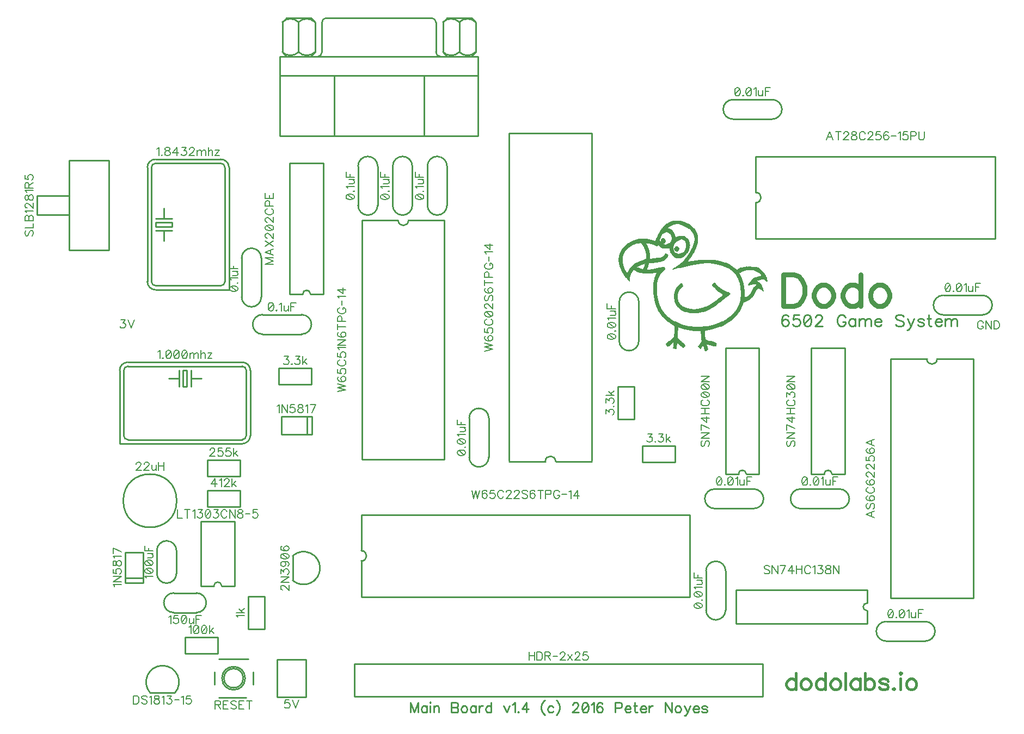
<source format=gbr>
G04 DipTrace 2.4.0.2*
%INTopSilk.gbr*%
%MOIN*%
%ADD10C,0.0098*%
%ADD12C,0.003*%
%ADD78C,0.0077*%
%ADD79C,0.0093*%
%ADD80C,0.0293*%
%ADD81C,0.0154*%
%ADD82C,0.0108*%
%FSLAX44Y44*%
G04*
G70*
G90*
G75*
G01*
%LNTopSilk*%
%LPD*%
X9340Y14889D2*
D10*
Y13491D1*
X10540Y14889D2*
Y13491D1*
X9340D2*
G03X10540Y13491I600J-1D01*
G01*
Y14889D2*
G03X9340Y14889I-600J1D01*
G01*
X44165Y13639D2*
Y11241D1*
X42965Y13639D2*
Y11241D1*
G03X44165Y11241I600J-1D01*
G01*
Y13639D2*
G03X42965Y13639I-600J1D01*
G01*
X10366Y11090D2*
X11764D1*
X10366Y12290D2*
X11764D1*
Y11090D2*
G03X11764Y12290I1J600D01*
G01*
X10366D2*
G03X10366Y11090I-1J-600D01*
G01*
X47014Y41340D2*
X44616D1*
X47014Y42540D2*
X44616D1*
G03X44616Y41340I-1J-600D01*
G01*
X47014D2*
G03X47014Y42540I1J600D01*
G01*
X28465Y20616D2*
Y23014D1*
X29665Y20616D2*
Y23014D1*
G03X28465Y23014I-600J1D01*
G01*
Y20616D2*
G03X29665Y20616I600J-1D01*
G01*
X37653Y27741D2*
Y30139D1*
X38853Y27741D2*
Y30139D1*
G03X37653Y30139I-600J1D01*
G01*
Y27741D2*
G03X38853Y27741I600J-1D01*
G01*
X21659Y36057D2*
Y38455D1*
X22859Y36057D2*
Y38455D1*
G03X21659Y38455I-600J1D01*
G01*
Y36057D2*
G03X22859Y36057I600J-1D01*
G01*
X14534Y30432D2*
Y32830D1*
X15734Y30432D2*
Y32830D1*
G03X14534Y32830I-600J1D01*
G01*
Y30432D2*
G03X15734Y30432I600J-1D01*
G01*
X43491Y18665D2*
X45889D1*
X43491Y17465D2*
X45889D1*
G03X45889Y18665I1J600D01*
G01*
X43491D2*
G03X43491Y17465I-1J-600D01*
G01*
X57491Y30540D2*
X59889D1*
X57491Y29340D2*
X59889D1*
G03X59889Y30540I1J600D01*
G01*
X57491D2*
G03X57491Y29340I-1J-600D01*
G01*
X23784Y36057D2*
Y38455D1*
X24984Y36057D2*
Y38455D1*
G03X23784Y38455I-600J1D01*
G01*
Y36057D2*
G03X24984Y36057I600J-1D01*
G01*
X18208Y28156D2*
X15810D1*
X18208Y29356D2*
X15810D1*
G03X15810Y28156I-1J-600D01*
G01*
X18208D2*
G03X18208Y29356I1J600D01*
G01*
X25909Y36057D2*
Y38455D1*
X27109Y36057D2*
Y38455D1*
G03X25909Y38455I-600J1D01*
G01*
Y36057D2*
G03X27109Y36057I600J-1D01*
G01*
X48741Y18665D2*
X51139D1*
X48741Y17465D2*
X51139D1*
G03X51139Y18665I1J600D01*
G01*
X48741D2*
G03X48741Y17465I-1J-600D01*
G01*
X53991Y10540D2*
X56389D1*
X53991Y9340D2*
X56389D1*
G03X56389Y10540I1J600D01*
G01*
X53991D2*
G03X53991Y9340I-1J-600D01*
G01*
X18836Y23116D2*
Y22014D1*
X18816D2*
X16964D1*
X18537Y23116D2*
Y22014D1*
X16964Y23116D2*
Y22014D1*
X18816Y23116D2*
X16964D1*
X8491Y12919D2*
X7389D1*
Y12939D2*
Y14791D1*
X8491Y13218D2*
X7389D1*
X8491Y14791D2*
X7389D1*
X8491Y12939D2*
Y14791D1*
X21901Y12045D2*
X41979D1*
Y17085D1*
X21901D2*
X41979D1*
X21861Y12045D2*
Y14250D1*
Y17085D2*
Y14880D1*
Y14250D2*
G03X21861Y14880I-1J315D01*
G01*
X26952Y35138D2*
Y20492D1*
X21913D2*
X26952D1*
X21913Y35138D2*
Y20492D1*
Y35138D2*
X24117D1*
X26952D2*
X24747D1*
X24117D2*
G03X24747Y35138I315J0D01*
G01*
X46017Y39052D2*
X60663D1*
Y34013D2*
Y39052D1*
X46017Y34013D2*
X60663D1*
X46017D2*
Y36217D1*
Y39052D2*
Y36847D1*
Y36217D2*
G03X46017Y36847I0J315D01*
G01*
X35960Y20401D2*
Y40479D1*
X30920D1*
Y20401D2*
Y40479D1*
X35960Y20361D2*
X33755D1*
X30920D2*
X33125D1*
X33755D2*
G03X33125Y20361I-315J-1D01*
G01*
X59322Y26638D2*
Y11992D1*
X54283D2*
X59322D1*
X54283Y26638D2*
Y11992D1*
Y26638D2*
X56487D1*
X59322D2*
X57117D1*
X56487D2*
G03X57117Y26638I315J0D01*
G01*
X17485Y30615D2*
Y38647D1*
X19533D2*
X17485D1*
X19533Y30615D2*
Y38647D1*
Y30615D2*
X18745D1*
X17485D2*
X18273D1*
X18745D2*
G03X18273Y30615I-236J0D01*
G01*
X21440Y5940D2*
X46440D1*
X21440Y7940D2*
X46440D1*
X21440Y5940D2*
Y7940D1*
X46440Y5940D2*
Y7940D1*
X18479Y8226D2*
X16708D1*
Y5904D1*
X18479D1*
Y8226D1*
X27863Y47289D2*
G03X26857Y47289I-503J-523D01*
G01*
X28857D2*
G03X27863Y47289I-497J-508D01*
G01*
Y45456D2*
G03X28857Y45456I497J483D01*
G01*
X26857D2*
G03X27863Y45456I503J498D01*
G01*
X18017Y47289D2*
G03X17023Y47289I-497J-508D01*
G01*
X19023D2*
G03X18017Y47289I-503J-523D01*
G01*
Y45456D2*
G03X19023Y45456I503J498D01*
G01*
X17023D2*
G03X18017Y45456I497J483D01*
G01*
X26432Y47267D2*
G03X26153Y47542I-281J-6D01*
G01*
X26432Y45456D2*
G03X26699Y45181I261J-14D01*
G01*
X19727Y47542D2*
G03X19448Y47267I2J-281D01*
G01*
X19181Y45181D2*
G03X19448Y45456I6J261D01*
G01*
X26857D2*
X27111Y45203D1*
X26857Y45456D2*
Y47289D1*
X27111Y47542D1*
X28615D1*
X28857Y47289D1*
Y46789D2*
Y46869D1*
Y45456D2*
Y47289D1*
X28615Y45203D2*
X28857Y45456D1*
X27863D2*
Y47289D1*
X17023Y45456D2*
X17265Y45203D1*
X17023Y45456D2*
Y47289D1*
X17265Y47542D1*
X18769D1*
X19023Y47289D1*
Y46789D2*
Y46869D1*
Y45456D2*
Y47289D1*
X18769Y45203D2*
X19023Y45456D1*
X18017D2*
Y47289D1*
X26432Y45456D2*
Y47267D1*
X19448Y45456D2*
Y47267D1*
X20187Y40298D2*
Y44000D1*
X16877Y45181D2*
X29003D1*
X25693Y40298D2*
Y44000D1*
X16877Y40298D2*
X29003D1*
X19727Y47542D2*
X26153D1*
X16877Y40298D2*
Y45181D1*
X29003Y40298D2*
Y45181D1*
X16877Y44000D2*
X29003D1*
X7286Y17945D2*
G02X7286Y17945I1634J0D01*
G01*
X18813Y25065D2*
X16817D1*
Y26065D2*
Y25065D1*
X18813Y26065D2*
X16817D1*
X18813D2*
Y25065D1*
X14438Y19440D2*
X12442D1*
Y20440D2*
Y19440D1*
X14438Y20440D2*
X12442D1*
X14438D2*
Y19440D1*
X39067Y21315D2*
X41063D1*
Y20315D2*
Y21315D1*
X39067Y20315D2*
X41063D1*
X39067D2*
Y21315D1*
X38565Y24938D2*
Y22942D1*
X37565D2*
X38565D1*
X37565Y24938D2*
Y22942D1*
Y24938D2*
X38565D1*
X13063Y8565D2*
X11067D1*
Y9565D2*
Y8565D1*
X13063Y9565D2*
X11067D1*
X13063D2*
Y8565D1*
X14438Y17565D2*
X12442D1*
Y18565D2*
Y17565D1*
X14438Y18565D2*
X12442D1*
X14438D2*
Y17565D1*
X13331Y7065D2*
G02X13331Y7065I709J0D01*
G01*
X14946Y8246D2*
X13134D1*
X12859Y7459D2*
Y6671D1*
X13134Y5884D2*
X14788D1*
X15221Y6671D2*
Y7459D1*
X13450Y7065D2*
G02X13450Y7065I590J0D01*
G01*
X6410Y38821D2*
X3969D1*
Y33309D1*
X6410D1*
Y38821D1*
X3969Y36655D2*
X2001D1*
X3969Y35475D2*
X2001D1*
Y36655D2*
Y35475D1*
X8934Y6164D2*
G02X10446Y6164I756J666D01*
G01*
X8934D1*
X52831Y10416D2*
X44799D1*
Y12464D2*
Y10416D1*
X52831Y12464D2*
X44799D1*
X52831D2*
Y11676D1*
Y10416D2*
Y11204D1*
Y11676D2*
G03X52831Y11204I0J-236D01*
G01*
X49416Y19582D2*
Y27298D1*
X51464D2*
X49416D1*
X51464Y19582D2*
Y27298D1*
Y19582D2*
X50676D1*
X49416D2*
X50204D1*
X50676D2*
G03X50204Y19582I-236J0D01*
G01*
X44166D2*
Y27298D1*
X46214D2*
X44166D1*
X46214Y19582D2*
Y27298D1*
Y19582D2*
X45426D1*
X44166D2*
X44954D1*
X45426D2*
G03X44954Y19582I-236J0D01*
G01*
X12046Y12726D2*
Y16664D1*
X14094D2*
X12046D1*
X14094Y12726D2*
Y16664D1*
Y12726D2*
X13306D1*
X12046D2*
X12834D1*
X13306D2*
G03X12834Y12726I-236J0D01*
G01*
X13759Y30881D2*
Y38381D1*
X13259Y38881D2*
X9259D1*
X8759Y38381D2*
Y31381D1*
X13759Y30881D2*
X9259D1*
X13509Y31381D2*
Y38381D1*
X13259Y38631D2*
X9259D1*
X9009Y38381D2*
Y31381D1*
X9259Y31131D2*
X13259D1*
X13759Y38381D2*
G03X13259Y38881I-500J0D01*
G01*
X13509Y38381D2*
G03X13259Y38631I-250J0D01*
G01*
X9009Y38381D2*
G02X9259Y38631I250J0D01*
G01*
X8759Y38381D2*
G02X9259Y38881I500J0D01*
G01*
Y31131D2*
G02X9009Y31381I0J250D01*
G01*
X9259Y30881D2*
G02X8759Y31381I0J500D01*
G01*
X13259Y31131D2*
G03X13509Y31381I0J250D01*
G01*
X9259Y34751D2*
X10259D1*
Y35001D1*
X9259D1*
Y34751D1*
Y35251D2*
X9759D1*
X9259Y34511D2*
X9759D1*
Y35251D2*
Y35881D1*
Y35251D2*
X10259D1*
X9759Y34511D2*
Y33881D1*
Y34511D2*
X10259D1*
X7065Y21440D2*
X14565D1*
X15065Y21940D2*
Y25940D1*
X14565Y26440D2*
X7565D1*
X7065Y21440D2*
Y25940D1*
X7565Y21690D2*
X14565D1*
X14815Y21940D2*
Y25940D1*
X14565Y26190D2*
X7565D1*
X7315Y25940D2*
Y21940D1*
X14565Y21440D2*
G03X15065Y21940I0J500D01*
G01*
X14565Y21690D2*
G03X14815Y21940I0J250D01*
G01*
X14565Y26190D2*
G02X14815Y25940I0J-250D01*
G01*
X14565Y26440D2*
G02X15065Y25940I0J-500D01*
G01*
X7315D2*
G02X7565Y26190I250J0D01*
G01*
X7065Y25940D2*
G02X7565Y26440I500J0D01*
G01*
X7315Y21940D2*
G03X7565Y21690I250J0D01*
G01*
X10935Y25940D2*
Y24940D1*
X11185D1*
Y25940D1*
X10935D1*
X11435D2*
Y25440D1*
X10695Y25940D2*
Y25440D1*
X11435D2*
X12065D1*
X11435D2*
Y24940D1*
X10695Y25440D2*
X10065D1*
X10695D2*
Y24940D1*
X17659Y14571D2*
G02X17659Y13059I666J-756D01*
G01*
Y14571D1*
X15940Y12068D2*
Y10072D1*
X14940D2*
X15940D1*
X14940Y12068D2*
Y10072D1*
Y12068D2*
X15940D1*
X40941Y35108D2*
D12*
X41391D1*
X40850Y35078D2*
X41494D1*
X40770Y35048D2*
X41588D1*
X40701Y35018D2*
X41670D1*
X40644Y34988D2*
X41742D1*
X40593Y34958D2*
X41806D1*
X40547Y34928D2*
X41864D1*
X40505Y34898D2*
X41010D1*
X41361D2*
X41914D1*
X40467Y34868D2*
X40911D1*
X41450D2*
X41958D1*
X40434Y34838D2*
X40832D1*
X41535D2*
X42000D1*
X40403Y34808D2*
X40768D1*
X41612D2*
X42040D1*
X40373Y34778D2*
X40715D1*
X41678D2*
X42076D1*
X40345Y34748D2*
X40667D1*
X41736D2*
X42109D1*
X40320Y34718D2*
X40625D1*
X41789D2*
X42141D1*
X40294Y34688D2*
X40587D1*
X41841D2*
X42171D1*
X40269Y34658D2*
X40551D1*
X41889D2*
X42201D1*
X40245Y34628D2*
X40662D1*
X41931D2*
X42230D1*
X40223Y34598D2*
X40748D1*
X41966D2*
X42256D1*
X40202Y34568D2*
X40811D1*
X41995D2*
X42278D1*
X40182Y34538D2*
X40858D1*
X42024D2*
X42296D1*
X40161Y34508D2*
X40891D1*
X42052D2*
X42313D1*
X40143Y34478D2*
X40917D1*
X42081D2*
X42329D1*
X40126Y34448D2*
X40940D1*
X42106D2*
X42344D1*
X40110Y34418D2*
X40443D1*
X40625D2*
X40960D1*
X42128D2*
X42359D1*
X40094Y34388D2*
X40379D1*
X40683D2*
X40977D1*
X42146D2*
X42374D1*
X40079Y34358D2*
X40333D1*
X40724D2*
X40993D1*
X42163D2*
X42388D1*
X40064Y34328D2*
X40301D1*
X40754D2*
X41008D1*
X42179D2*
X42399D1*
X40049Y34298D2*
X40275D1*
X40778D2*
X41020D1*
X42194D2*
X42407D1*
X40034Y34268D2*
X40253D1*
X40796D2*
X41031D1*
X42208D2*
X42414D1*
X40019Y34238D2*
X40233D1*
X40813D2*
X41041D1*
X42219D2*
X42423D1*
X40004Y34208D2*
X40216D1*
X40827D2*
X41051D1*
X42227D2*
X42431D1*
X39989Y34178D2*
X40200D1*
X40839D2*
X41059D1*
X41301D2*
X41601D1*
X42234D2*
X42436D1*
X39974Y34148D2*
X40185D1*
X40847D2*
X41068D1*
X41216D2*
X41657D1*
X42243D2*
X42439D1*
X39959Y34118D2*
X40173D1*
X40854D2*
X41092D1*
X41126D2*
X41707D1*
X42251D2*
X42441D1*
X39944Y34088D2*
X40162D1*
X40861D2*
X41750D1*
X42256D2*
X42441D1*
X39929Y34058D2*
X40151D1*
X40866D2*
X41786D1*
X42259D2*
X42441D1*
X39915Y34028D2*
X40138D1*
X40281D2*
X40371D1*
X40864D2*
X41815D1*
X42261D2*
X42441D1*
X38871Y33998D2*
X39291D1*
X39903D2*
X40125D1*
X40243D2*
X40409D1*
X40859D2*
X41842D1*
X42261D2*
X42441D1*
X38745Y33968D2*
X39444D1*
X39892D2*
X40115D1*
X40213D2*
X40440D1*
X40854D2*
X41367D1*
X41529D2*
X41866D1*
X42261D2*
X42441D1*
X38634Y33938D2*
X39578D1*
X39880D2*
X40110D1*
X40202D2*
X40451D1*
X40848D2*
X41291D1*
X41594D2*
X41885D1*
X42260D2*
X42441D1*
X38541Y33908D2*
X39698D1*
X39867D2*
X40117D1*
X40195D2*
X40457D1*
X40839D2*
X41226D1*
X41640D2*
X41898D1*
X42256D2*
X42441D1*
X38465Y33878D2*
X39810D1*
X39850D2*
X40128D1*
X40187D2*
X40459D1*
X40826D2*
X41173D1*
X41671D2*
X41910D1*
X42249D2*
X42441D1*
X38398Y33848D2*
X40143D1*
X40176D2*
X40455D1*
X40808D2*
X41131D1*
X41693D2*
X41920D1*
X42241D2*
X42440D1*
X38338Y33818D2*
X40448D1*
X40785D2*
X41097D1*
X41708D2*
X41926D1*
X42235D2*
X42436D1*
X38285Y33788D2*
X40425D1*
X40759D2*
X41068D1*
X41720D2*
X41929D1*
X42229D2*
X42429D1*
X38237Y33758D2*
X38814D1*
X38961D2*
X39230D1*
X39335D2*
X40387D1*
X40729D2*
X41045D1*
X41731D2*
X41932D1*
X42220D2*
X42421D1*
X38190Y33728D2*
X38703D1*
X38991D2*
X39256D1*
X39481D2*
X40259D1*
X40311D2*
X40337D1*
X40692D2*
X41027D1*
X41740D2*
X41936D1*
X42211D2*
X42415D1*
X38145Y33698D2*
X38605D1*
X39021D2*
X39279D1*
X39607D2*
X40307D1*
X40639D2*
X41010D1*
X41746D2*
X41943D1*
X42201D2*
X42409D1*
X38104Y33668D2*
X38521D1*
X39050D2*
X39300D1*
X39715D2*
X40374D1*
X40560D2*
X40995D1*
X41749D2*
X41951D1*
X42191D2*
X42400D1*
X38067Y33638D2*
X38451D1*
X39076D2*
X39321D1*
X39804D2*
X40458D1*
X40457D2*
X40983D1*
X41751D2*
X41955D1*
X42181D2*
X42391D1*
X38034Y33608D2*
X38390D1*
X39099D2*
X39340D1*
X39881D2*
X40011D1*
X40072D2*
X40972D1*
X41751D2*
X41954D1*
X42172D2*
X42381D1*
X38002Y33578D2*
X38336D1*
X39120D2*
X39356D1*
X39951D2*
X39981D1*
X40103D2*
X40962D1*
X41750D2*
X41948D1*
X42160D2*
X42371D1*
X37972Y33548D2*
X38289D1*
X39140D2*
X39369D1*
X40137D2*
X40953D1*
X41121D2*
X41211D1*
X41746D2*
X41941D1*
X42147D2*
X42361D1*
X37943Y33518D2*
X38249D1*
X39156D2*
X39380D1*
X40176D2*
X40947D1*
X41083D2*
X41244D1*
X41739D2*
X41936D1*
X42134D2*
X42352D1*
X37916Y33488D2*
X38215D1*
X39169D2*
X39392D1*
X40223D2*
X40944D1*
X41056D2*
X41268D1*
X41730D2*
X41933D1*
X42123D2*
X42340D1*
X37894Y33458D2*
X38183D1*
X39182D2*
X39405D1*
X40279D2*
X40671D1*
X40731D2*
X40942D1*
X41037D2*
X41285D1*
X41721D2*
X41931D1*
X42112D2*
X42327D1*
X37871Y33428D2*
X38152D1*
X39195D2*
X39418D1*
X40341D2*
X40581D1*
X40732D2*
X40942D1*
X41020D2*
X41294D1*
X41711D2*
X41927D1*
X42100D2*
X42314D1*
X37847Y33398D2*
X38122D1*
X39208D2*
X39430D1*
X40733D2*
X40943D1*
X41001D2*
X41297D1*
X41701D2*
X41919D1*
X42086D2*
X42303D1*
X37820Y33368D2*
X38091D1*
X39220D2*
X39441D1*
X40736D2*
X40946D1*
X41017D2*
X41297D1*
X41692D2*
X41910D1*
X42069D2*
X42292D1*
X37796Y33338D2*
X38062D1*
X39231D2*
X39451D1*
X40744D2*
X40954D1*
X41033D2*
X41282D1*
X41680D2*
X41901D1*
X42050D2*
X42280D1*
X37774Y33308D2*
X38033D1*
X39241D2*
X39460D1*
X40751D2*
X40963D1*
X41053D2*
X41257D1*
X41666D2*
X41890D1*
X42032D2*
X42267D1*
X37756Y33278D2*
X38007D1*
X39251D2*
X39466D1*
X40758D2*
X40973D1*
X41099D2*
X41222D1*
X41648D2*
X41877D1*
X42015D2*
X42253D1*
X37740Y33248D2*
X37985D1*
X39261D2*
X39470D1*
X40764D2*
X40988D1*
X41151D2*
X41181D1*
X41624D2*
X41863D1*
X41999D2*
X42239D1*
X37725Y33218D2*
X37966D1*
X39271D2*
X39476D1*
X40774D2*
X41008D1*
X41594D2*
X41847D1*
X41984D2*
X42224D1*
X37713Y33188D2*
X37950D1*
X39280D2*
X39483D1*
X40786D2*
X41031D1*
X41557D2*
X41829D1*
X41968D2*
X42208D1*
X37702Y33158D2*
X37934D1*
X39286D2*
X39491D1*
X40800D2*
X41057D1*
X41514D2*
X41806D1*
X41950D2*
X42190D1*
X37692Y33128D2*
X37919D1*
X39289D2*
X39496D1*
X40815D2*
X41097D1*
X41461D2*
X41779D1*
X41931D2*
X42171D1*
X37681Y33098D2*
X37904D1*
X39291D2*
X39499D1*
X40461D2*
X40491D1*
X40834D2*
X41164D1*
X41386D2*
X41751D1*
X41911D2*
X42152D1*
X37672Y33068D2*
X37889D1*
X39291D2*
X39501D1*
X40442D2*
X40544D1*
X40856D2*
X41267D1*
X41278D2*
X41722D1*
X41890D2*
X42135D1*
X37661Y33038D2*
X37875D1*
X39291D2*
X39501D1*
X40422D2*
X40587D1*
X40880D2*
X41695D1*
X41867D2*
X42118D1*
X37652Y33008D2*
X37864D1*
X39291D2*
X39501D1*
X40400D2*
X40623D1*
X40905D2*
X41667D1*
X41844D2*
X42099D1*
X37645Y32978D2*
X37856D1*
X39291D2*
X39501D1*
X40376D2*
X40617D1*
X40935D2*
X41633D1*
X41823D2*
X42077D1*
X37639Y32948D2*
X37849D1*
X39291D2*
X39501D1*
X40347D2*
X40605D1*
X40973D2*
X41588D1*
X41801D2*
X42054D1*
X37630Y32918D2*
X37840D1*
X39291D2*
X39501D1*
X40307D2*
X40589D1*
X41017D2*
X41536D1*
X41778D2*
X42033D1*
X37622Y32888D2*
X37832D1*
X39291D2*
X39501D1*
X40250D2*
X40569D1*
X41068D2*
X41479D1*
X41754D2*
X42012D1*
X37616Y32858D2*
X37826D1*
X39291D2*
X39502D1*
X40158D2*
X40546D1*
X41121D2*
X41421D1*
X41733D2*
X41991D1*
X37614Y32828D2*
X37824D1*
X39291D2*
X39504D1*
X40011D2*
X40519D1*
X41711D2*
X41971D1*
X37612Y32798D2*
X37822D1*
X39290D2*
X39509D1*
X39793D2*
X40490D1*
X41688D2*
X41951D1*
X37612Y32768D2*
X37822D1*
X39275D2*
X39533D1*
X39512D2*
X40461D1*
X41664D2*
X41927D1*
X37612Y32738D2*
X37822D1*
X39220D2*
X40430D1*
X41643D2*
X41904D1*
X37611Y32708D2*
X37821D1*
X39140D2*
X40391D1*
X41621D2*
X41883D1*
X42561D2*
X43461D1*
X37612Y32678D2*
X37821D1*
X39045D2*
X40333D1*
X41596D2*
X41861D1*
X42323D2*
X43634D1*
X37613Y32648D2*
X37822D1*
X38951D2*
X40241D1*
X41569D2*
X41837D1*
X42102D2*
X43785D1*
X37616Y32618D2*
X37823D1*
X38866D2*
X40103D1*
X41541D2*
X41811D1*
X41895D2*
X43910D1*
X37624Y32588D2*
X37826D1*
X38794D2*
X39914D1*
X41511D2*
X44014D1*
X37631Y32558D2*
X37834D1*
X38731D2*
X39686D1*
X41481D2*
X44103D1*
X37637Y32528D2*
X37841D1*
X38677D2*
X39441D1*
X41450D2*
X44183D1*
X37639Y32498D2*
X37848D1*
X38628D2*
X39440D1*
X41416D2*
X42666D1*
X43363D2*
X44256D1*
X37642Y32468D2*
X37854D1*
X38585D2*
X39123D1*
X39237D2*
X39436D1*
X41378D2*
X42431D1*
X43549D2*
X44320D1*
X37646Y32438D2*
X37863D1*
X38548D2*
X39028D1*
X39220D2*
X39429D1*
X41336D2*
X42226D1*
X43710D2*
X44375D1*
X37654Y32408D2*
X37872D1*
X38514D2*
X38948D1*
X39209D2*
X39420D1*
X41293D2*
X42051D1*
X43842D2*
X44425D1*
X37662Y32378D2*
X37881D1*
X38481D2*
X38878D1*
X39200D2*
X39411D1*
X41247D2*
X41899D1*
X43949D2*
X44473D1*
X37671Y32348D2*
X37892D1*
X38448D2*
X38814D1*
X39190D2*
X39401D1*
X41200D2*
X41762D1*
X44038D2*
X44518D1*
X37682Y32318D2*
X37902D1*
X38414D2*
X38752D1*
X39181D2*
X39391D1*
X41151D2*
X41631D1*
X44115D2*
X44564D1*
X45471D2*
D3*
X45531D2*
X45711D1*
X45771D2*
D3*
X37692Y32288D2*
X37911D1*
X38384D2*
X38691D1*
X39171D2*
X39382D1*
X40281D2*
X40401D1*
X41102D2*
X41501D1*
X44188D2*
X44608D1*
X45308D2*
X46041D1*
X37701Y32258D2*
X37921D1*
X38356D2*
X38752D1*
X39160D2*
X39370D1*
X40186D2*
X40406D1*
X41056D2*
X41373D1*
X44255D2*
X44649D1*
X45179D2*
X46100D1*
X37713Y32228D2*
X37932D1*
X38329D2*
X38813D1*
X39147D2*
X39357D1*
X40083D2*
X40413D1*
X41011D2*
X41252D1*
X44312D2*
X44686D1*
X45086D2*
X46155D1*
X37726Y32198D2*
X37941D1*
X38301D2*
X38880D1*
X39132D2*
X39344D1*
X39970D2*
X40421D1*
X40971D2*
X41136D1*
X44363D2*
X44719D1*
X45017D2*
X46204D1*
X37740Y32168D2*
X37953D1*
X38277D2*
X38962D1*
X39112D2*
X39334D1*
X39837D2*
X40425D1*
X40939D2*
X41024D1*
X44408D2*
X44752D1*
X44961D2*
X46247D1*
X37754Y32138D2*
X37967D1*
X38258D2*
X39061D1*
X39084D2*
X39327D1*
X39662D2*
X40425D1*
X40911D2*
D3*
X44450D2*
X44787D1*
X44911D2*
X46285D1*
X37769Y32108D2*
X37983D1*
X38243D2*
X38512D1*
X38570D2*
X39321D1*
X39433D2*
X40412D1*
X44491D2*
X44827D1*
X44861D2*
X46318D1*
X37784Y32078D2*
X38003D1*
X38228D2*
X38483D1*
X38628D2*
X40382D1*
X44530D2*
X45330D1*
X45944D2*
X46346D1*
X37799Y32048D2*
X38022D1*
X38209D2*
X38456D1*
X38684D2*
X40348D1*
X44566D2*
X45231D1*
X46017D2*
X46374D1*
X37814Y32018D2*
X38041D1*
X38192D2*
X38434D1*
X38746D2*
X40315D1*
X44599D2*
X45152D1*
X46076D2*
X46403D1*
X37829Y31988D2*
X38062D1*
X38175D2*
X38412D1*
X38819D2*
X40283D1*
X44631D2*
X45089D1*
X46125D2*
X46432D1*
X37845Y31958D2*
X38081D1*
X38159D2*
X38392D1*
X38905D2*
X40252D1*
X44661D2*
X45040D1*
X46169D2*
X46460D1*
X37863Y31928D2*
X38101D1*
X38141D2*
X38373D1*
X39005D2*
X39801D1*
X39956D2*
X40222D1*
X44691D2*
X44999D1*
X46209D2*
X46486D1*
X37882Y31898D2*
X38357D1*
X39111D2*
X39621D1*
X39935D2*
X40193D1*
X44720D2*
X44961D1*
X46245D2*
X46509D1*
X37901Y31868D2*
X38343D1*
X39916D2*
X40167D1*
X44746D2*
X44987D1*
X46274D2*
X46530D1*
X37918Y31838D2*
X38333D1*
X39900D2*
X40145D1*
X44768D2*
X45008D1*
X46298D2*
X46551D1*
X37934Y31808D2*
X38322D1*
X39885D2*
X40126D1*
X44787D2*
X45026D1*
X46321D2*
X46570D1*
X37953Y31778D2*
X38311D1*
X39873D2*
X40110D1*
X44804D2*
X45043D1*
X46346D2*
X46587D1*
X37972Y31748D2*
X38302D1*
X39862D2*
X40094D1*
X44822D2*
X45059D1*
X46371D2*
X46603D1*
X37992Y31718D2*
X38291D1*
X39851D2*
X40079D1*
X44842D2*
X45074D1*
X46234D2*
X46619D1*
X38012Y31688D2*
X38282D1*
X39838D2*
X40064D1*
X44860D2*
X45088D1*
X46119D2*
X46634D1*
X38037Y31658D2*
X38277D1*
X39824D2*
X40049D1*
X44877D2*
X45100D1*
X46027D2*
X46648D1*
X38064Y31628D2*
X38274D1*
X39814D2*
X40035D1*
X44893D2*
X45111D1*
X45954D2*
X46659D1*
X38092Y31598D2*
X38272D1*
X39807D2*
X40023D1*
X44909D2*
X45122D1*
X45896D2*
X46666D1*
X38122Y31568D2*
X38272D1*
X39803D2*
X40012D1*
X44924D2*
X45135D1*
X45848D2*
X46670D1*
X38152Y31538D2*
X38272D1*
X39797D2*
X40002D1*
X44938D2*
X45148D1*
X45809D2*
X46675D1*
X38181Y31508D2*
X38271D1*
X39790D2*
X39991D1*
X44950D2*
X45160D1*
X45776D2*
X46257D1*
X46527D2*
X46683D1*
X38211Y31478D2*
X38271D1*
X39782D2*
X39982D1*
X44961D2*
X45171D1*
X45748D2*
X46147D1*
X46570D2*
X46691D1*
X38241Y31448D2*
X38271D1*
X39775D2*
X39971D1*
X44971D2*
X45181D1*
X45724D2*
X46041D1*
X46619D2*
X46697D1*
X38271Y31418D2*
D3*
X39769D2*
X39962D1*
X44981D2*
X45190D1*
X45701D2*
X46092D1*
X46671D2*
X46701D1*
X39760Y31388D2*
X39957D1*
X44991D2*
X45197D1*
X45677D2*
X46140D1*
X39752Y31358D2*
X39952D1*
X45001D2*
X45204D1*
X45650D2*
X46181D1*
X39746Y31328D2*
X39947D1*
X45012D2*
X45213D1*
X45626D2*
X46217D1*
X39744Y31298D2*
X39940D1*
X41451D2*
D3*
X43431D2*
X43491D1*
X45021D2*
X45221D1*
X45603D2*
X46250D1*
X39742Y31268D2*
X39932D1*
X41408D2*
X41481D1*
X43398D2*
X43521D1*
X45031D2*
X45228D1*
X45582D2*
X46280D1*
X39742Y31238D2*
X39926D1*
X41369D2*
X41493D1*
X43367D2*
X43551D1*
X45040D2*
X45234D1*
X45562D2*
X46306D1*
X39742Y31208D2*
X39924D1*
X41335D2*
X41505D1*
X43341D2*
X43581D1*
X45046D2*
X45243D1*
X45546D2*
X45711D1*
X46034D2*
X46328D1*
X39741Y31178D2*
X39922D1*
X41303D2*
X41517D1*
X43331D2*
X43611D1*
X45050D2*
X45251D1*
X45531D2*
X45591D1*
X46022D2*
X46345D1*
X39741Y31148D2*
X39922D1*
X41272D2*
X41526D1*
X43351D2*
X43641D1*
X45056D2*
X45256D1*
X45992D2*
X46359D1*
X39741Y31118D2*
X39922D1*
X41243D2*
X41521D1*
X43376D2*
X43671D1*
X45063D2*
X45259D1*
X45960D2*
X46370D1*
X39741Y31088D2*
X39921D1*
X41216D2*
X41502D1*
X43403D2*
X43701D1*
X45071D2*
X45261D1*
X45930D2*
X46381D1*
X39741Y31058D2*
X39921D1*
X41194D2*
X41477D1*
X43432D2*
X43732D1*
X45076D2*
X45261D1*
X45905D2*
X46391D1*
X39741Y31028D2*
X39921D1*
X41172D2*
X41450D1*
X43462D2*
X43763D1*
X45079D2*
X45262D1*
X45883D2*
X46401D1*
X39741Y30998D2*
X39921D1*
X41152D2*
X41421D1*
X43491D2*
X43797D1*
X45081D2*
X45266D1*
X45862D2*
X46411D1*
X39741Y30968D2*
X39921D1*
X41133D2*
X41391D1*
X43521D2*
X43835D1*
X45081D2*
X45274D1*
X45843D2*
X46138D1*
X46220D2*
X46422D1*
X39741Y30938D2*
X39921D1*
X41116D2*
X41363D1*
X43551D2*
X43878D1*
X45081D2*
X45281D1*
X45826D2*
X46095D1*
X46276D2*
X46431D1*
X39741Y30908D2*
X39921D1*
X41100D2*
X41336D1*
X43582D2*
X43925D1*
X45083D2*
X45287D1*
X45810D2*
X46062D1*
X46328D2*
X46441D1*
X39741Y30878D2*
X39921D1*
X41085D2*
X41315D1*
X43613D2*
X43978D1*
X45086D2*
X45289D1*
X45794D2*
X46036D1*
X46376D2*
X46450D1*
X39741Y30848D2*
X39921D1*
X41073D2*
X41296D1*
X43646D2*
X44034D1*
X45094D2*
X45291D1*
X45779D2*
X46013D1*
X46420D2*
X46457D1*
X39741Y30818D2*
X39921D1*
X41062D2*
X41280D1*
X43684D2*
X44094D1*
X45101D2*
X45291D1*
X45765D2*
X45993D1*
X46461D2*
D3*
X39741Y30788D2*
X39921D1*
X41052D2*
X41265D1*
X43722D2*
X44157D1*
X45107D2*
X45291D1*
X45753D2*
X45977D1*
X39741Y30758D2*
X39922D1*
X41043D2*
X41253D1*
X43762D2*
X44225D1*
X45109D2*
X45291D1*
X45742D2*
X45964D1*
X39741Y30728D2*
X39923D1*
X41037D2*
X41242D1*
X43803D2*
X44294D1*
X45111D2*
X45291D1*
X45730D2*
X45952D1*
X39741Y30698D2*
X39926D1*
X41032D2*
X41232D1*
X43846D2*
X44357D1*
X45111D2*
X45291D1*
X45716D2*
X45941D1*
X39742Y30668D2*
X39934D1*
X41027D2*
X41223D1*
X43892D2*
X44409D1*
X45111D2*
X45291D1*
X45698D2*
X45927D1*
X39743Y30638D2*
X39941D1*
X41020D2*
X41217D1*
X43934D2*
X44451D1*
X45111D2*
X45291D1*
X45675D2*
X45913D1*
X39746Y30608D2*
X39947D1*
X41012D2*
X41214D1*
X43968D2*
X44410D1*
X45111D2*
X45291D1*
X45649D2*
X45898D1*
X39754Y30578D2*
X39949D1*
X41006D2*
X41211D1*
X43981D2*
X44367D1*
X45110D2*
X45291D1*
X45619D2*
X45880D1*
X39761Y30548D2*
X39952D1*
X41004D2*
X41207D1*
X43960D2*
X44324D1*
X45106D2*
X45291D1*
X45586D2*
X45861D1*
X39767Y30518D2*
X39956D1*
X41002D2*
X41201D1*
X43932D2*
X44284D1*
X45099D2*
X45292D1*
X45547D2*
X45841D1*
X39769Y30488D2*
X39963D1*
X41002D2*
X41197D1*
X43897D2*
X44247D1*
X45092D2*
X45295D1*
X45501D2*
X45820D1*
X39772Y30458D2*
X39971D1*
X41002D2*
X41198D1*
X43861D2*
X44213D1*
X45086D2*
X45303D1*
X45440D2*
X45796D1*
X39776Y30428D2*
X39977D1*
X41002D2*
X41203D1*
X43826D2*
X44177D1*
X45084D2*
X45338D1*
X45357D2*
X45769D1*
X39783Y30398D2*
X39980D1*
X41003D2*
X41207D1*
X43792D2*
X44139D1*
X45082D2*
X45739D1*
X39791Y30368D2*
X39986D1*
X41006D2*
X41210D1*
X43757D2*
X44100D1*
X45082D2*
X45706D1*
X39796Y30338D2*
X39993D1*
X41014D2*
X41212D1*
X43718D2*
X44061D1*
X45080D2*
X45668D1*
X39799Y30308D2*
X40001D1*
X41021D2*
X41216D1*
X43677D2*
X44020D1*
X45076D2*
X45625D1*
X39802Y30278D2*
X40008D1*
X41027D2*
X41224D1*
X43634D2*
X43977D1*
X45069D2*
X45576D1*
X39806Y30248D2*
X40014D1*
X41030D2*
X41232D1*
X43594D2*
X43934D1*
X45061D2*
X45517D1*
X39813Y30218D2*
X40023D1*
X41036D2*
X41242D1*
X43556D2*
X43894D1*
X45055D2*
X45444D1*
X39821Y30188D2*
X40031D1*
X41043D2*
X41253D1*
X43519D2*
X43857D1*
X45049D2*
X45367D1*
X39828Y30158D2*
X40038D1*
X41051D2*
X41266D1*
X43480D2*
X43823D1*
X45040D2*
X45303D1*
X39834Y30128D2*
X40044D1*
X41058D2*
X41280D1*
X43441D2*
X43787D1*
X45031D2*
X45257D1*
X39843Y30098D2*
X40053D1*
X41064D2*
X41295D1*
X43401D2*
X43749D1*
X45021D2*
X45239D1*
X39852Y30068D2*
X40062D1*
X41074D2*
X41313D1*
X43360D2*
X43710D1*
X45011D2*
X45224D1*
X39861Y30038D2*
X40071D1*
X41087D2*
X41333D1*
X43316D2*
X43671D1*
X45001D2*
X45212D1*
X39872Y30008D2*
X40082D1*
X41105D2*
X41357D1*
X43268D2*
X43631D1*
X44992D2*
X45202D1*
X39882Y29978D2*
X40092D1*
X41126D2*
X41385D1*
X43215D2*
X43592D1*
X44980D2*
X45190D1*
X39891Y29948D2*
X40101D1*
X41149D2*
X41418D1*
X43159D2*
X43555D1*
X44967D2*
X45177D1*
X39901Y29918D2*
X40113D1*
X41170D2*
X41454D1*
X43100D2*
X43519D1*
X44953D2*
X45164D1*
X39912Y29888D2*
X40126D1*
X41192D2*
X41494D1*
X43040D2*
X43479D1*
X44939D2*
X45153D1*
X39921Y29858D2*
X40140D1*
X41216D2*
X41537D1*
X42975D2*
X43436D1*
X44924D2*
X45142D1*
X39933Y29828D2*
X40154D1*
X41244D2*
X41586D1*
X42903D2*
X43388D1*
X44909D2*
X45130D1*
X39946Y29798D2*
X40169D1*
X41272D2*
X41644D1*
X42822D2*
X43336D1*
X44894D2*
X45117D1*
X39960Y29768D2*
X40184D1*
X41302D2*
X41719D1*
X42728D2*
X43284D1*
X44878D2*
X45103D1*
X39974Y29738D2*
X40199D1*
X41333D2*
X41826D1*
X42609D2*
X43231D1*
X44860D2*
X45089D1*
X39989Y29708D2*
X40215D1*
X41368D2*
X41996D1*
X42439D2*
X43176D1*
X44841D2*
X45074D1*
X40004Y29678D2*
X40234D1*
X41410D2*
X42242D1*
X42204D2*
X43114D1*
X44821D2*
X45059D1*
X40019Y29648D2*
X40256D1*
X41461D2*
X43047D1*
X44801D2*
X45044D1*
X40035Y29618D2*
X40279D1*
X41520D2*
X42974D1*
X44781D2*
X45028D1*
X40053Y29588D2*
X40300D1*
X41588D2*
X42891D1*
X44761D2*
X45010D1*
X40072Y29558D2*
X40321D1*
X41666D2*
X42796D1*
X44740D2*
X44991D1*
X40091Y29528D2*
X40341D1*
X41759D2*
X42689D1*
X44716D2*
X44971D1*
X40108Y29498D2*
X40361D1*
X41871D2*
X42569D1*
X44689D2*
X44950D1*
X40124Y29468D2*
X40382D1*
X41991D2*
X42441D1*
X44661D2*
X44927D1*
X40144Y29438D2*
X40407D1*
X44631D2*
X44904D1*
X40166Y29408D2*
X40434D1*
X44601D2*
X44883D1*
X40189Y29378D2*
X40462D1*
X44571D2*
X44861D1*
X40210Y29348D2*
X40492D1*
X44541D2*
X44836D1*
X40232Y29318D2*
X40522D1*
X44511D2*
X44809D1*
X40256Y29288D2*
X40551D1*
X44480D2*
X44781D1*
X40284Y29258D2*
X40582D1*
X44446D2*
X44751D1*
X40312Y29228D2*
X40613D1*
X44408D2*
X44721D1*
X40342Y29198D2*
X40646D1*
X44367D2*
X44691D1*
X40372Y29168D2*
X40684D1*
X44324D2*
X44661D1*
X40401Y29138D2*
X40722D1*
X44282D2*
X44630D1*
X40431Y29108D2*
X40762D1*
X44242D2*
X44596D1*
X40462Y29078D2*
X40803D1*
X44200D2*
X44559D1*
X40493Y29048D2*
X40847D1*
X44156D2*
X44521D1*
X40527Y29018D2*
X40895D1*
X44107D2*
X44485D1*
X40565Y28988D2*
X40948D1*
X44050D2*
X44447D1*
X40606Y28958D2*
X41004D1*
X43987D2*
X44405D1*
X40650Y28928D2*
X41063D1*
X43920D2*
X44358D1*
X40694Y28898D2*
X41123D1*
X43855D2*
X44311D1*
X40739Y28868D2*
X41187D1*
X43787D2*
X44265D1*
X40785Y28838D2*
X41255D1*
X43714D2*
X44218D1*
X40833Y28808D2*
X41328D1*
X43633D2*
X44169D1*
X40882Y28778D2*
X41406D1*
X43547D2*
X44115D1*
X40930Y28748D2*
X41495D1*
X43452D2*
X44058D1*
X40975Y28718D2*
X41600D1*
X43344D2*
X43995D1*
X41012Y28688D2*
X41725D1*
X43212D2*
X43929D1*
X41041Y28658D2*
X41872D1*
X43053D2*
X43860D1*
X41050Y28628D2*
X42033D1*
X42872D2*
X43789D1*
X41046Y28598D2*
X43709D1*
X41040Y28568D2*
X41241D1*
X41337D2*
X43615D1*
X41036Y28538D2*
X41241D1*
X41440D2*
X43510D1*
X41033Y28508D2*
X41240D1*
X41553D2*
X43394D1*
X41032Y28478D2*
X41236D1*
X41681D2*
X43268D1*
X41032Y28448D2*
X41229D1*
X41837D2*
X43130D1*
X41032Y28418D2*
X41222D1*
X42025D2*
X42982D1*
X41031Y28388D2*
X41216D1*
X42231D2*
X42831D1*
X41031Y28358D2*
X41214D1*
X42651D2*
X42845D1*
X41031Y28328D2*
X41212D1*
X42651D2*
X42854D1*
X41031Y28298D2*
X41212D1*
X42651D2*
X42858D1*
X41031Y28268D2*
X41212D1*
X42651D2*
X42860D1*
X41030Y28238D2*
X41211D1*
X42652D2*
X42861D1*
X41026Y28208D2*
X41211D1*
X42653D2*
X42861D1*
X41019Y28178D2*
X41211D1*
X42656D2*
X42861D1*
X41012Y28148D2*
X41211D1*
X42664D2*
X42861D1*
X41006Y28118D2*
X41211D1*
X42671D2*
X42862D1*
X41004Y28088D2*
X41210D1*
X42677D2*
X42863D1*
X41002Y28058D2*
X41206D1*
X42679D2*
X42866D1*
X41000Y28028D2*
X41199D1*
X42681D2*
X42874D1*
X40997Y27998D2*
X41194D1*
X42681D2*
X42881D1*
X40979Y27968D2*
X41193D1*
X42681D2*
X42887D1*
X40950Y27938D2*
X41213D1*
X42681D2*
X42889D1*
X40913Y27908D2*
X41240D1*
X42681D2*
X42891D1*
X40873Y27878D2*
X41270D1*
X42681D2*
X42893D1*
X40833Y27848D2*
X41301D1*
X42682D2*
X42908D1*
X40797Y27818D2*
X41331D1*
X42683D2*
X42963D1*
X40763Y27788D2*
X41361D1*
X42687D2*
X43044D1*
X40727Y27758D2*
X41391D1*
X42698D2*
X43144D1*
X40689Y27728D2*
X41421D1*
X42711D2*
X43251D1*
X40650Y27698D2*
X41452D1*
X42683D2*
X43357D1*
X40611Y27668D2*
X41483D1*
X42656D2*
X43452D1*
X40573Y27638D2*
X40910D1*
X40971D2*
X41516D1*
X42634D2*
X43526D1*
X40540Y27608D2*
X40876D1*
X40971D2*
X41187D1*
X41241D2*
X41554D1*
X42611D2*
X43586D1*
X40515Y27578D2*
X40839D1*
X40971D2*
X41170D1*
X41271D2*
X41591D1*
X42588D2*
X43588D1*
X40511Y27548D2*
X40800D1*
X40971D2*
X41160D1*
X41301D2*
X41625D1*
X42564D2*
X42983D1*
X43071D2*
X43585D1*
X40521Y27518D2*
X40761D1*
X40971D2*
X41155D1*
X41332D2*
X41652D1*
X42543D2*
X42986D1*
X43191D2*
X43579D1*
X40536Y27488D2*
X40721D1*
X40971D2*
X41153D1*
X41363D2*
X41671D1*
X42522D2*
X42994D1*
X43311D2*
X43570D1*
X40558Y27458D2*
X40682D1*
X40971D2*
X41152D1*
X41396D2*
X41669D1*
X42503D2*
X43002D1*
X43431D2*
X43561D1*
X40584Y27428D2*
X40646D1*
X40970D2*
X41152D1*
X41434D2*
X41651D1*
X42486D2*
X42742D1*
X42806D2*
X43012D1*
X43551D2*
D3*
X40611Y27398D2*
D3*
X40966D2*
X41151D1*
X41471D2*
X41627D1*
X42485D2*
X42713D1*
X42814D2*
X43022D1*
X40959Y27368D2*
X41151D1*
X41507D2*
X41600D1*
X42504D2*
X42686D1*
X42822D2*
X43032D1*
X40950Y27338D2*
X41151D1*
X41541D2*
X41571D1*
X42531D2*
X42664D1*
X42831D2*
X43041D1*
X40941Y27308D2*
X41151D1*
X42561D2*
X42643D1*
X42842D2*
X43051D1*
X41091Y27278D2*
X41151D1*
X42591D2*
X42621D1*
X42852D2*
X43059D1*
X42861Y27248D2*
X43062D1*
X42872Y27218D2*
X43042D1*
X42882Y27188D2*
X42987D1*
X42891Y27158D2*
X42921D1*
X40941Y35108D2*
X40850Y35078D1*
X40770Y35048D1*
X40701Y35018D1*
X40644Y34988D1*
X40593Y34958D1*
X40547Y34928D1*
X40505Y34898D1*
X40467Y34868D1*
X40434Y34838D1*
X40403Y34808D1*
X40373Y34778D1*
X40345Y34748D1*
X40320Y34718D1*
X40294Y34688D1*
X40269Y34658D1*
X40245Y34628D1*
X40223Y34598D1*
X40202Y34568D1*
X40182Y34538D1*
X40161Y34508D1*
X40143Y34478D1*
X40126Y34448D1*
X40110Y34418D1*
X40094Y34388D1*
X40079Y34358D1*
X40064Y34328D1*
X40049Y34298D1*
X40034Y34268D1*
X40019Y34238D1*
X40004Y34208D1*
X39989Y34178D1*
X39974Y34148D1*
X39959Y34118D1*
X39944Y34088D1*
X39929Y34058D1*
X39915Y34028D1*
X39903Y33998D1*
X39892Y33968D1*
X39880Y33938D1*
X39867Y33908D1*
X39850Y33878D1*
X39831Y33848D1*
X41391Y35108D2*
X41494Y35078D1*
X41588Y35048D1*
X41670Y35018D1*
X41742Y34988D1*
X41806Y34958D1*
X41864Y34928D1*
X41914Y34898D1*
X41958Y34868D1*
X42000Y34838D1*
X42040Y34808D1*
X42076Y34778D1*
X42109Y34748D1*
X42141Y34718D1*
X42171Y34688D1*
X42201Y34658D1*
X42230Y34628D1*
X42256Y34598D1*
X42278Y34568D1*
X42296Y34538D1*
X42313Y34508D1*
X42329Y34478D1*
X42344Y34448D1*
X42359Y34418D1*
X42374Y34388D1*
X42388Y34358D1*
X42399Y34328D1*
X42407Y34298D1*
X42414Y34268D1*
X42423Y34238D1*
X42431Y34208D1*
X42436Y34178D1*
X42439Y34148D1*
X42441Y34118D1*
Y34088D1*
Y34058D1*
Y34028D1*
Y33998D1*
Y33968D1*
Y33938D1*
Y33908D1*
Y33878D1*
X42440Y33848D1*
X42436Y33818D1*
X42429Y33788D1*
X42421Y33758D1*
X42415Y33728D1*
X42409Y33698D1*
X42400Y33668D1*
X42391Y33638D1*
X42381Y33608D1*
X42371Y33578D1*
X42361Y33548D1*
X42352Y33518D1*
X42340Y33488D1*
X42327Y33458D1*
X42314Y33428D1*
X42303Y33398D1*
X42292Y33368D1*
X42280Y33338D1*
X42267Y33308D1*
X42253Y33278D1*
X42239Y33248D1*
X42224Y33218D1*
X42208Y33188D1*
X42190Y33158D1*
X42171Y33128D1*
X42152Y33098D1*
X42135Y33068D1*
X42118Y33038D1*
X42099Y33008D1*
X42077Y32978D1*
X42054Y32948D1*
X42033Y32918D1*
X42012Y32888D1*
X41991Y32858D1*
X41971Y32828D1*
X41951Y32798D1*
X41927Y32768D1*
X41904Y32738D1*
X41883Y32708D1*
X41861Y32678D1*
X41837Y32648D1*
X41811Y32618D1*
X41841Y32588D1*
X41121Y34928D2*
X41010Y34898D1*
X40911Y34868D1*
X40832Y34838D1*
X40768Y34808D1*
X40715Y34778D1*
X40667Y34748D1*
X40625Y34718D1*
X40587Y34688D1*
X40551Y34658D1*
X40662Y34628D1*
X40748Y34598D1*
X40811Y34568D1*
X40858Y34538D1*
X40891Y34508D1*
X40917Y34478D1*
X40940Y34448D1*
X40960Y34418D1*
X40977Y34388D1*
X40993Y34358D1*
X41008Y34328D1*
X41020Y34298D1*
X41031Y34268D1*
X41041Y34238D1*
X41051Y34208D1*
X41059Y34178D1*
X41068Y34148D1*
X41092Y34118D1*
X41121Y34088D1*
X41271Y34928D2*
X41361Y34898D1*
X41450Y34868D1*
X41535Y34838D1*
X41612Y34808D1*
X41678Y34778D1*
X41736Y34748D1*
X41789Y34718D1*
X41841Y34688D1*
X41889Y34658D1*
X41931Y34628D1*
X41966Y34598D1*
X41995Y34568D1*
X42024Y34538D1*
X42052Y34508D1*
X42081Y34478D1*
X42106Y34448D1*
X42128Y34418D1*
X42146Y34388D1*
X42163Y34358D1*
X42179Y34328D1*
X42194Y34298D1*
X42208Y34268D1*
X42219Y34238D1*
X42227Y34208D1*
X42234Y34178D1*
X42243Y34148D1*
X42251Y34118D1*
X42256Y34088D1*
X42259Y34058D1*
X42261Y34028D1*
Y33998D1*
Y33968D1*
X42260Y33938D1*
X42256Y33908D1*
X42249Y33878D1*
X42241Y33848D1*
X42235Y33818D1*
X42229Y33788D1*
X42220Y33758D1*
X42211Y33728D1*
X42201Y33698D1*
X42191Y33668D1*
X42181Y33638D1*
X42172Y33608D1*
X42160Y33578D1*
X42147Y33548D1*
X42134Y33518D1*
X42123Y33488D1*
X42112Y33458D1*
X42100Y33428D1*
X42086Y33398D1*
X42069Y33368D1*
X42050Y33338D1*
X42032Y33308D1*
X42015Y33278D1*
X41999Y33248D1*
X41984Y33218D1*
X41968Y33188D1*
X41950Y33158D1*
X41931Y33128D1*
X41911Y33098D1*
X41890Y33068D1*
X41867Y33038D1*
X41844Y33008D1*
X41823Y32978D1*
X41801Y32948D1*
X41778Y32918D1*
X41754Y32888D1*
X41733Y32858D1*
X41711Y32828D1*
X41688Y32798D1*
X41664Y32768D1*
X41643Y32738D1*
X41621Y32708D1*
X41596Y32678D1*
X41569Y32648D1*
X41541Y32618D1*
X41511Y32588D1*
X41481Y32558D1*
X41450Y32528D1*
X41416Y32498D1*
X41378Y32468D1*
X41336Y32438D1*
X41293Y32408D1*
X41247Y32378D1*
X41200Y32348D1*
X41151Y32318D1*
X41102Y32288D1*
X41056Y32258D1*
X41011Y32228D1*
X40971Y32198D1*
X40939Y32168D1*
X40911Y32138D1*
X40521Y34448D2*
X40443Y34418D1*
X40379Y34388D1*
X40333Y34358D1*
X40301Y34328D1*
X40275Y34298D1*
X40253Y34268D1*
X40233Y34238D1*
X40216Y34208D1*
X40200Y34178D1*
X40185Y34148D1*
X40173Y34118D1*
X40162Y34088D1*
X40151Y34058D1*
X40138Y34028D1*
X40125Y33998D1*
X40115Y33968D1*
X40110Y33938D1*
X40117Y33908D1*
X40128Y33878D1*
X40143Y33848D1*
X40161Y33818D1*
X40551Y34448D2*
X40625Y34418D1*
X40683Y34388D1*
X40724Y34358D1*
X40754Y34328D1*
X40778Y34298D1*
X40796Y34268D1*
X40813Y34238D1*
X40827Y34208D1*
X40839Y34178D1*
X40847Y34148D1*
X40854Y34118D1*
X40861Y34088D1*
X40866Y34058D1*
X40864Y34028D1*
X40859Y33998D1*
X40854Y33968D1*
X40848Y33938D1*
X40839Y33908D1*
X40826Y33878D1*
X40808Y33848D1*
X40785Y33818D1*
X40759Y33788D1*
X40729Y33758D1*
X40692Y33728D1*
X40639Y33698D1*
X40560Y33668D1*
X40457Y33638D1*
X40341Y33608D1*
X41301Y34178D2*
X41216Y34148D1*
X41126Y34118D1*
X41031Y34088D1*
X41601Y34178D2*
X41657Y34148D1*
X41707Y34118D1*
X41750Y34088D1*
X41786Y34058D1*
X41815Y34028D1*
X41842Y33998D1*
X41866Y33968D1*
X41885Y33938D1*
X41898Y33908D1*
X41910Y33878D1*
X41920Y33848D1*
X41926Y33818D1*
X41929Y33788D1*
X41932Y33758D1*
X41936Y33728D1*
X41943Y33698D1*
X41951Y33668D1*
X41955Y33638D1*
X41954Y33608D1*
X41948Y33578D1*
X41941Y33548D1*
X41936Y33518D1*
X41933Y33488D1*
X41931Y33458D1*
X41927Y33428D1*
X41919Y33398D1*
X41910Y33368D1*
X41901Y33338D1*
X41890Y33308D1*
X41877Y33278D1*
X41863Y33248D1*
X41847Y33218D1*
X41829Y33188D1*
X41806Y33158D1*
X41779Y33128D1*
X41751Y33098D1*
X41722Y33068D1*
X41695Y33038D1*
X41667Y33008D1*
X41633Y32978D1*
X41588Y32948D1*
X41536Y32918D1*
X41479Y32888D1*
X41421Y32858D1*
X40281Y34028D2*
X40243Y33998D1*
X40213Y33968D1*
X40202Y33938D1*
X40195Y33908D1*
X40187Y33878D1*
X40176Y33848D1*
X40161Y33818D1*
X40371Y34028D2*
X40409Y33998D1*
X40440Y33968D1*
X40451Y33938D1*
X40457Y33908D1*
X40459Y33878D1*
X40455Y33848D1*
X40448Y33818D1*
X40425Y33788D1*
X40387Y33758D1*
X40337Y33728D1*
X40281Y33698D1*
X40363Y33668D1*
X40454Y33638D1*
X40551Y33608D1*
X38871Y33998D2*
X38745Y33968D1*
X38634Y33938D1*
X38541Y33908D1*
X38465Y33878D1*
X38398Y33848D1*
X38338Y33818D1*
X38285Y33788D1*
X38237Y33758D1*
X38190Y33728D1*
X38145Y33698D1*
X38104Y33668D1*
X38067Y33638D1*
X38034Y33608D1*
X38002Y33578D1*
X37972Y33548D1*
X37943Y33518D1*
X37916Y33488D1*
X37894Y33458D1*
X37871Y33428D1*
X37847Y33398D1*
X37820Y33368D1*
X37796Y33338D1*
X37774Y33308D1*
X37756Y33278D1*
X37740Y33248D1*
X37725Y33218D1*
X37713Y33188D1*
X37702Y33158D1*
X37692Y33128D1*
X37681Y33098D1*
X37672Y33068D1*
X37661Y33038D1*
X37652Y33008D1*
X37645Y32978D1*
X37639Y32948D1*
X37630Y32918D1*
X37622Y32888D1*
X37616Y32858D1*
X37614Y32828D1*
X37612Y32798D1*
Y32768D1*
Y32738D1*
X37611Y32708D1*
X37612Y32678D1*
X37613Y32648D1*
X37616Y32618D1*
X37624Y32588D1*
X37631Y32558D1*
X37637Y32528D1*
X37639Y32498D1*
X37642Y32468D1*
X37646Y32438D1*
X37654Y32408D1*
X37662Y32378D1*
X37671Y32348D1*
X37682Y32318D1*
X37692Y32288D1*
X37701Y32258D1*
X37713Y32228D1*
X37726Y32198D1*
X37740Y32168D1*
X37754Y32138D1*
X37769Y32108D1*
X37784Y32078D1*
X37799Y32048D1*
X37814Y32018D1*
X37829Y31988D1*
X37845Y31958D1*
X37863Y31928D1*
X37882Y31898D1*
X37901Y31868D1*
X37918Y31838D1*
X37934Y31808D1*
X37953Y31778D1*
X37972Y31748D1*
X37992Y31718D1*
X38012Y31688D1*
X38037Y31658D1*
X38064Y31628D1*
X38092Y31598D1*
X38122Y31568D1*
X38152Y31538D1*
X38181Y31508D1*
X38211Y31478D1*
X38241Y31448D1*
X38271Y31418D1*
X39291Y33998D2*
X39444Y33968D1*
X39578Y33938D1*
X39698Y33908D1*
X39810Y33878D1*
X39921Y33848D1*
X41451Y33998D2*
X41367Y33968D1*
X41291Y33938D1*
X41226Y33908D1*
X41173Y33878D1*
X41131Y33848D1*
X41097Y33818D1*
X41068Y33788D1*
X41045Y33758D1*
X41027Y33728D1*
X41010Y33698D1*
X40995Y33668D1*
X40983Y33638D1*
X40972Y33608D1*
X40962Y33578D1*
X40953Y33548D1*
X40947Y33518D1*
X40944Y33488D1*
X40942Y33458D1*
Y33428D1*
X40943Y33398D1*
X40946Y33368D1*
X40954Y33338D1*
X40963Y33308D1*
X40973Y33278D1*
X40988Y33248D1*
X41008Y33218D1*
X41031Y33188D1*
X41057Y33158D1*
X41097Y33128D1*
X41164Y33098D1*
X41267Y33068D1*
X41391Y33038D1*
X41451Y33998D2*
X41529Y33968D1*
X41594Y33938D1*
X41640Y33908D1*
X41671Y33878D1*
X41693Y33848D1*
X41708Y33818D1*
X41720Y33788D1*
X41731Y33758D1*
X41740Y33728D1*
X41746Y33698D1*
X41749Y33668D1*
X41751Y33638D1*
Y33608D1*
X41750Y33578D1*
X41746Y33548D1*
X41739Y33518D1*
X41730Y33488D1*
X41721Y33458D1*
X41711Y33428D1*
X41701Y33398D1*
X41692Y33368D1*
X41680Y33338D1*
X41666Y33308D1*
X41648Y33278D1*
X41624Y33248D1*
X41594Y33218D1*
X41557Y33188D1*
X41514Y33158D1*
X41461Y33128D1*
X41386Y33098D1*
X41278Y33068D1*
X41151Y33038D1*
X38931Y33788D2*
X38814Y33758D1*
X38703Y33728D1*
X38605Y33698D1*
X38521Y33668D1*
X38451Y33638D1*
X38390Y33608D1*
X38336Y33578D1*
X38289Y33548D1*
X38249Y33518D1*
X38215Y33488D1*
X38183Y33458D1*
X38152Y33428D1*
X38122Y33398D1*
X38091Y33368D1*
X38062Y33338D1*
X38033Y33308D1*
X38007Y33278D1*
X37985Y33248D1*
X37966Y33218D1*
X37950Y33188D1*
X37934Y33158D1*
X37919Y33128D1*
X37904Y33098D1*
X37889Y33068D1*
X37875Y33038D1*
X37864Y33008D1*
X37856Y32978D1*
X37849Y32948D1*
X37840Y32918D1*
X37832Y32888D1*
X37826Y32858D1*
X37824Y32828D1*
X37822Y32798D1*
Y32768D1*
Y32738D1*
X37821Y32708D1*
Y32678D1*
X37822Y32648D1*
X37823Y32618D1*
X37826Y32588D1*
X37834Y32558D1*
X37841Y32528D1*
X37848Y32498D1*
X37854Y32468D1*
X37863Y32438D1*
X37872Y32408D1*
X37881Y32378D1*
X37892Y32348D1*
X37902Y32318D1*
X37911Y32288D1*
X37921Y32258D1*
X37932Y32228D1*
X37941Y32198D1*
X37953Y32168D1*
X37967Y32138D1*
X37983Y32108D1*
X38003Y32078D1*
X38022Y32048D1*
X38041Y32018D1*
X38062Y31988D1*
X38081Y31958D1*
X38101Y31928D1*
X38121Y31898D1*
X38931Y33788D2*
X38961Y33758D1*
X38991Y33728D1*
X39021Y33698D1*
X39050Y33668D1*
X39076Y33638D1*
X39099Y33608D1*
X39120Y33578D1*
X39140Y33548D1*
X39156Y33518D1*
X39169Y33488D1*
X39182Y33458D1*
X39195Y33428D1*
X39208Y33398D1*
X39220Y33368D1*
X39231Y33338D1*
X39241Y33308D1*
X39251Y33278D1*
X39261Y33248D1*
X39271Y33218D1*
X39280Y33188D1*
X39286Y33158D1*
X39289Y33128D1*
X39291Y33098D1*
Y33068D1*
Y33038D1*
Y33008D1*
Y32978D1*
Y32948D1*
Y32918D1*
Y32888D1*
Y32858D1*
Y32828D1*
X39290Y32798D1*
X39275Y32768D1*
X39220Y32738D1*
X39140Y32708D1*
X39045Y32678D1*
X38951Y32648D1*
X38866Y32618D1*
X38794Y32588D1*
X38731Y32558D1*
X38677Y32528D1*
X38628Y32498D1*
X38585Y32468D1*
X38548Y32438D1*
X38514Y32408D1*
X38481Y32378D1*
X38448Y32348D1*
X38414Y32318D1*
X38384Y32288D1*
X38356Y32258D1*
X38329Y32228D1*
X38301Y32198D1*
X38277Y32168D1*
X38258Y32138D1*
X38243Y32108D1*
X38228Y32078D1*
X38209Y32048D1*
X38192Y32018D1*
X38175Y31988D1*
X38159Y31958D1*
X38141Y31928D1*
X38121Y31898D1*
X39201Y33788D2*
X39230Y33758D1*
X39256Y33728D1*
X39279Y33698D1*
X39300Y33668D1*
X39321Y33638D1*
X39340Y33608D1*
X39356Y33578D1*
X39369Y33548D1*
X39380Y33518D1*
X39392Y33488D1*
X39405Y33458D1*
X39418Y33428D1*
X39430Y33398D1*
X39441Y33368D1*
X39451Y33338D1*
X39460Y33308D1*
X39466Y33278D1*
X39470Y33248D1*
X39476Y33218D1*
X39483Y33188D1*
X39491Y33158D1*
X39496Y33128D1*
X39499Y33098D1*
X39501Y33068D1*
Y33038D1*
Y33008D1*
Y32978D1*
Y32948D1*
Y32918D1*
Y32888D1*
X39502Y32858D1*
X39504Y32828D1*
X39509Y32798D1*
X39533Y32768D1*
X39561Y32738D1*
X39171Y33788D2*
X39335Y33758D1*
X39481Y33728D1*
X39607Y33698D1*
X39715Y33668D1*
X39804Y33638D1*
X39881Y33608D1*
X39951Y33578D1*
X40221Y33758D2*
X40259Y33728D1*
X40307Y33698D1*
X40374Y33668D1*
X40458Y33638D1*
X40551Y33608D1*
X40281Y33758D2*
X40311Y33728D1*
X40041Y33638D2*
X40011Y33608D1*
X39981Y33578D1*
X40041Y33638D2*
X40072Y33608D1*
X40103Y33578D1*
X40137Y33548D1*
X40176Y33518D1*
X40223Y33488D1*
X40279Y33458D1*
X40341Y33428D1*
X41121Y33548D2*
X41083Y33518D1*
X41056Y33488D1*
X41037Y33458D1*
X41020Y33428D1*
X41001Y33398D1*
X41017Y33368D1*
X41033Y33338D1*
X41053Y33308D1*
X41099Y33278D1*
X41151Y33248D1*
X41211Y33548D2*
X41244Y33518D1*
X41268Y33488D1*
X41285Y33458D1*
X41294Y33428D1*
X41297Y33398D1*
Y33368D1*
X41282Y33338D1*
X41257Y33308D1*
X41222Y33278D1*
X41181Y33248D1*
X40761Y33488D2*
X40671Y33458D1*
X40581Y33428D1*
X40731Y33488D2*
Y33458D1*
X40732Y33428D1*
X40733Y33398D1*
X40736Y33368D1*
X40744Y33338D1*
X40751Y33308D1*
X40758Y33278D1*
X40764Y33248D1*
X40774Y33218D1*
X40786Y33188D1*
X40800Y33158D1*
X40815Y33128D1*
X40834Y33098D1*
X40856Y33068D1*
X40880Y33038D1*
X40905Y33008D1*
X40935Y32978D1*
X40973Y32948D1*
X41017Y32918D1*
X41068Y32888D1*
X41121Y32858D1*
X40461Y33098D2*
X40442Y33068D1*
X40422Y33038D1*
X40400Y33008D1*
X40376Y32978D1*
X40347Y32948D1*
X40307Y32918D1*
X40250Y32888D1*
X40158Y32858D1*
X40011Y32828D1*
X39793Y32798D1*
X39512Y32768D1*
X39201Y32738D1*
X40491Y33098D2*
X40544Y33068D1*
X40587Y33038D1*
X40623Y33008D1*
X40617Y32978D1*
X40605Y32948D1*
X40589Y32918D1*
X40569Y32888D1*
X40546Y32858D1*
X40519Y32828D1*
X40490Y32798D1*
X40461Y32768D1*
X40430Y32738D1*
X40391Y32708D1*
X40333Y32678D1*
X40241Y32648D1*
X40103Y32618D1*
X39914Y32588D1*
X39686Y32558D1*
X39441Y32528D1*
X39440Y32498D1*
X39436Y32468D1*
X39429Y32438D1*
X39420Y32408D1*
X39411Y32378D1*
X39401Y32348D1*
X39391Y32318D1*
X39382Y32288D1*
X39370Y32258D1*
X39357Y32228D1*
X39344Y32198D1*
X39334Y32168D1*
X39327Y32138D1*
X39321Y32108D1*
X39531Y32078D1*
X42561Y32708D2*
X42323Y32678D1*
X42102Y32648D1*
X41895Y32618D1*
X41691Y32588D1*
X43461Y32708D2*
X43634Y32678D1*
X43785Y32648D1*
X43910Y32618D1*
X44014Y32588D1*
X44103Y32558D1*
X44183Y32528D1*
X44256Y32498D1*
X44320Y32468D1*
X44375Y32438D1*
X44425Y32408D1*
X44473Y32378D1*
X44518Y32348D1*
X44564Y32318D1*
X44608Y32288D1*
X44649Y32258D1*
X44686Y32228D1*
X44719Y32198D1*
X44752Y32168D1*
X44787Y32138D1*
X44827Y32108D1*
X44871Y32078D1*
X42921Y32528D2*
X42666Y32498D1*
X42431Y32468D1*
X42226Y32438D1*
X42051Y32408D1*
X41899Y32378D1*
X41762Y32348D1*
X41631Y32318D1*
X41501Y32288D1*
X41373Y32258D1*
X41252Y32228D1*
X41136Y32198D1*
X41024Y32168D1*
X40911Y32138D1*
X43161Y32528D2*
X43363Y32498D1*
X43549Y32468D1*
X43710Y32438D1*
X43842Y32408D1*
X43949Y32378D1*
X44038Y32348D1*
X44115Y32318D1*
X44188Y32288D1*
X44255Y32258D1*
X44312Y32228D1*
X44363Y32198D1*
X44408Y32168D1*
X44450Y32138D1*
X44491Y32108D1*
X44530Y32078D1*
X44566Y32048D1*
X44599Y32018D1*
X44631Y31988D1*
X44661Y31958D1*
X44691Y31928D1*
X44720Y31898D1*
X44746Y31868D1*
X44768Y31838D1*
X44787Y31808D1*
X44804Y31778D1*
X44822Y31748D1*
X44842Y31718D1*
X44860Y31688D1*
X44877Y31658D1*
X44893Y31628D1*
X44909Y31598D1*
X44924Y31568D1*
X44938Y31538D1*
X44950Y31508D1*
X44961Y31478D1*
X44971Y31448D1*
X44981Y31418D1*
X44991Y31388D1*
X45001Y31358D1*
X45012Y31328D1*
X45021Y31298D1*
X45031Y31268D1*
X45040Y31238D1*
X45046Y31208D1*
X45050Y31178D1*
X45056Y31148D1*
X45063Y31118D1*
X45071Y31088D1*
X45076Y31058D1*
X45079Y31028D1*
X45081Y30998D1*
Y30968D1*
Y30938D1*
X45083Y30908D1*
X45086Y30878D1*
X45094Y30848D1*
X45101Y30818D1*
X45107Y30788D1*
X45109Y30758D1*
X45111Y30728D1*
Y30698D1*
Y30668D1*
Y30638D1*
Y30608D1*
X45110Y30578D1*
X45106Y30548D1*
X45099Y30518D1*
X45092Y30488D1*
X45086Y30458D1*
X45084Y30428D1*
X45082Y30398D1*
Y30368D1*
X45080Y30338D1*
X45076Y30308D1*
X45069Y30278D1*
X45061Y30248D1*
X45055Y30218D1*
X45049Y30188D1*
X45040Y30158D1*
X45031Y30128D1*
X45021Y30098D1*
X45011Y30068D1*
X45001Y30038D1*
X44992Y30008D1*
X44980Y29978D1*
X44967Y29948D1*
X44953Y29918D1*
X44939Y29888D1*
X44924Y29858D1*
X44909Y29828D1*
X44894Y29798D1*
X44878Y29768D1*
X44860Y29738D1*
X44841Y29708D1*
X44821Y29678D1*
X44801Y29648D1*
X44781Y29618D1*
X44761Y29588D1*
X44740Y29558D1*
X44716Y29528D1*
X44689Y29498D1*
X44661Y29468D1*
X44631Y29438D1*
X44601Y29408D1*
X44571Y29378D1*
X44541Y29348D1*
X44511Y29318D1*
X44480Y29288D1*
X44446Y29258D1*
X44408Y29228D1*
X44367Y29198D1*
X44324Y29168D1*
X44282Y29138D1*
X44242Y29108D1*
X44200Y29078D1*
X44156Y29048D1*
X44107Y29018D1*
X44050Y28988D1*
X43987Y28958D1*
X43920Y28928D1*
X43855Y28898D1*
X43787Y28868D1*
X43714Y28838D1*
X43633Y28808D1*
X43547Y28778D1*
X43452Y28748D1*
X43344Y28718D1*
X43212Y28688D1*
X43053Y28658D1*
X42872Y28628D1*
X42681Y28598D1*
X39231Y32498D2*
X39123Y32468D1*
X39028Y32438D1*
X38948Y32408D1*
X38878Y32378D1*
X38814Y32348D1*
X38752Y32318D1*
X38691Y32288D1*
X38752Y32258D1*
X38813Y32228D1*
X38880Y32198D1*
X38962Y32168D1*
X39061Y32138D1*
X39171Y32108D1*
X39261Y32498D2*
X39237Y32468D1*
X39220Y32438D1*
X39209Y32408D1*
X39200Y32378D1*
X39190Y32348D1*
X39181Y32318D1*
X39171Y32288D1*
X39160Y32258D1*
X39147Y32228D1*
X39132Y32198D1*
X39112Y32168D1*
X39084Y32138D1*
X39051Y32108D1*
X45471Y32318D2*
X45308Y32288D1*
X45179Y32258D1*
X45086Y32228D1*
X45017Y32198D1*
X44961Y32168D1*
X44911Y32138D1*
X44861Y32108D1*
X44811Y32078D1*
X45531Y32318D2*
X45501Y32288D1*
X45711Y32318D2*
X45741Y32288D1*
X45771Y32318D2*
X45741Y32288D1*
X40281D2*
X40186Y32258D1*
X40083Y32228D1*
X39970Y32198D1*
X39837Y32168D1*
X39662Y32138D1*
X39433Y32108D1*
X39171Y32078D1*
X40401Y32288D2*
X40406Y32258D1*
X40413Y32228D1*
X40421Y32198D1*
X40425Y32168D1*
Y32138D1*
X40412Y32108D1*
X40382Y32078D1*
X40348Y32048D1*
X40315Y32018D1*
X40283Y31988D1*
X40252Y31958D1*
X40222Y31928D1*
X40193Y31898D1*
X40167Y31868D1*
X40145Y31838D1*
X40126Y31808D1*
X40110Y31778D1*
X40094Y31748D1*
X40079Y31718D1*
X40064Y31688D1*
X40049Y31658D1*
X40035Y31628D1*
X40023Y31598D1*
X40012Y31568D1*
X40002Y31538D1*
X39991Y31508D1*
X39982Y31478D1*
X39971Y31448D1*
X39962Y31418D1*
X39957Y31388D1*
X39952Y31358D1*
X39947Y31328D1*
X39940Y31298D1*
X39932Y31268D1*
X39926Y31238D1*
X39924Y31208D1*
X39922Y31178D1*
Y31148D1*
Y31118D1*
X39921Y31088D1*
Y31058D1*
Y31028D1*
Y30998D1*
Y30968D1*
Y30938D1*
Y30908D1*
Y30878D1*
Y30848D1*
Y30818D1*
Y30788D1*
X39922Y30758D1*
X39923Y30728D1*
X39926Y30698D1*
X39934Y30668D1*
X39941Y30638D1*
X39947Y30608D1*
X39949Y30578D1*
X39952Y30548D1*
X39956Y30518D1*
X39963Y30488D1*
X39971Y30458D1*
X39977Y30428D1*
X39980Y30398D1*
X39986Y30368D1*
X39993Y30338D1*
X40001Y30308D1*
X40008Y30278D1*
X40014Y30248D1*
X40023Y30218D1*
X40031Y30188D1*
X40038Y30158D1*
X40044Y30128D1*
X40053Y30098D1*
X40062Y30068D1*
X40071Y30038D1*
X40082Y30008D1*
X40092Y29978D1*
X40101Y29948D1*
X40113Y29918D1*
X40126Y29888D1*
X40140Y29858D1*
X40154Y29828D1*
X40169Y29798D1*
X40184Y29768D1*
X40199Y29738D1*
X40215Y29708D1*
X40234Y29678D1*
X40256Y29648D1*
X40279Y29618D1*
X40300Y29588D1*
X40321Y29558D1*
X40341Y29528D1*
X40361Y29498D1*
X40382Y29468D1*
X40407Y29438D1*
X40434Y29408D1*
X40462Y29378D1*
X40492Y29348D1*
X40522Y29318D1*
X40551Y29288D1*
X40582Y29258D1*
X40613Y29228D1*
X40646Y29198D1*
X40684Y29168D1*
X40722Y29138D1*
X40762Y29108D1*
X40803Y29078D1*
X40847Y29048D1*
X40895Y29018D1*
X40948Y28988D1*
X41004Y28958D1*
X41063Y28928D1*
X41123Y28898D1*
X41187Y28868D1*
X41255Y28838D1*
X41328Y28808D1*
X41406Y28778D1*
X41495Y28748D1*
X41600Y28718D1*
X41725Y28688D1*
X41872Y28658D1*
X42033Y28628D1*
X42201Y28598D1*
X46041Y32288D2*
X46100Y32258D1*
X46155Y32228D1*
X46204Y32198D1*
X46247Y32168D1*
X46285Y32138D1*
X46318Y32108D1*
X46346Y32078D1*
X46374Y32048D1*
X46403Y32018D1*
X46432Y31988D1*
X46460Y31958D1*
X46486Y31928D1*
X46509Y31898D1*
X46530Y31868D1*
X46551Y31838D1*
X46570Y31808D1*
X46587Y31778D1*
X46603Y31748D1*
X46619Y31718D1*
X46634Y31688D1*
X46648Y31658D1*
X46659Y31628D1*
X46666Y31598D1*
X46670Y31568D1*
X46675Y31538D1*
X46683Y31508D1*
X46691Y31478D1*
X46697Y31448D1*
X46701Y31418D1*
X38541Y32138D2*
X38512Y32108D1*
X38483Y32078D1*
X38456Y32048D1*
X38434Y32018D1*
X38412Y31988D1*
X38392Y31958D1*
X38373Y31928D1*
X38357Y31898D1*
X38343Y31868D1*
X38333Y31838D1*
X38322Y31808D1*
X38311Y31778D1*
X38302Y31748D1*
X38291Y31718D1*
X38282Y31688D1*
X38277Y31658D1*
X38274Y31628D1*
X38272Y31598D1*
Y31568D1*
Y31538D1*
X38271Y31508D1*
Y31478D1*
Y31448D1*
Y31418D1*
X38511Y32138D2*
X38570Y32108D1*
X38628Y32078D1*
X38684Y32048D1*
X38746Y32018D1*
X38819Y31988D1*
X38905Y31958D1*
X39005Y31928D1*
X39111Y31898D1*
X45441Y32108D2*
X45330Y32078D1*
X45231Y32048D1*
X45152Y32018D1*
X45089Y31988D1*
X45040Y31958D1*
X44999Y31928D1*
X44961Y31898D1*
X44987Y31868D1*
X45008Y31838D1*
X45026Y31808D1*
X45043Y31778D1*
X45059Y31748D1*
X45074Y31718D1*
X45088Y31688D1*
X45100Y31658D1*
X45111Y31628D1*
X45122Y31598D1*
X45135Y31568D1*
X45148Y31538D1*
X45160Y31508D1*
X45171Y31478D1*
X45181Y31448D1*
X45190Y31418D1*
X45197Y31388D1*
X45204Y31358D1*
X45213Y31328D1*
X45221Y31298D1*
X45228Y31268D1*
X45234Y31238D1*
X45243Y31208D1*
X45251Y31178D1*
X45256Y31148D1*
X45259Y31118D1*
X45261Y31088D1*
Y31058D1*
X45262Y31028D1*
X45266Y30998D1*
X45274Y30968D1*
X45281Y30938D1*
X45287Y30908D1*
X45289Y30878D1*
X45291Y30848D1*
Y30818D1*
Y30788D1*
Y30758D1*
Y30728D1*
Y30698D1*
Y30668D1*
Y30638D1*
Y30608D1*
Y30578D1*
Y30548D1*
X45292Y30518D1*
X45295Y30488D1*
X45303Y30458D1*
X45338Y30428D1*
X45381Y30398D1*
X45861Y32108D2*
X45944Y32078D1*
X46017Y32048D1*
X46076Y32018D1*
X46125Y31988D1*
X46169Y31958D1*
X46209Y31928D1*
X46245Y31898D1*
X46274Y31868D1*
X46298Y31838D1*
X46321Y31808D1*
X46346Y31778D1*
X46371Y31748D1*
X46234Y31718D1*
X46119Y31688D1*
X46027Y31658D1*
X45954Y31628D1*
X45896Y31598D1*
X45848Y31568D1*
X45809Y31538D1*
X45776Y31508D1*
X45748Y31478D1*
X45724Y31448D1*
X45701Y31418D1*
X45677Y31388D1*
X45650Y31358D1*
X45626Y31328D1*
X45603Y31298D1*
X45582Y31268D1*
X45562Y31238D1*
X45546Y31208D1*
X45531Y31178D1*
X39981Y31958D2*
X39801Y31928D1*
X39621Y31898D1*
X39981Y31958D2*
X39956Y31928D1*
X39935Y31898D1*
X39916Y31868D1*
X39900Y31838D1*
X39885Y31808D1*
X39873Y31778D1*
X39862Y31748D1*
X39851Y31718D1*
X39838Y31688D1*
X39824Y31658D1*
X39814Y31628D1*
X39807Y31598D1*
X39803Y31568D1*
X39797Y31538D1*
X39790Y31508D1*
X39782Y31478D1*
X39775Y31448D1*
X39769Y31418D1*
X39760Y31388D1*
X39752Y31358D1*
X39746Y31328D1*
X39744Y31298D1*
X39742Y31268D1*
Y31238D1*
Y31208D1*
X39741Y31178D1*
Y31148D1*
Y31118D1*
Y31088D1*
Y31058D1*
Y31028D1*
Y30998D1*
Y30968D1*
Y30938D1*
Y30908D1*
Y30878D1*
Y30848D1*
Y30818D1*
Y30788D1*
Y30758D1*
Y30728D1*
Y30698D1*
X39742Y30668D1*
X39743Y30638D1*
X39746Y30608D1*
X39754Y30578D1*
X39761Y30548D1*
X39767Y30518D1*
X39769Y30488D1*
X39772Y30458D1*
X39776Y30428D1*
X39783Y30398D1*
X39791Y30368D1*
X39796Y30338D1*
X39799Y30308D1*
X39802Y30278D1*
X39806Y30248D1*
X39813Y30218D1*
X39821Y30188D1*
X39828Y30158D1*
X39834Y30128D1*
X39843Y30098D1*
X39852Y30068D1*
X39861Y30038D1*
X39872Y30008D1*
X39882Y29978D1*
X39891Y29948D1*
X39901Y29918D1*
X39912Y29888D1*
X39921Y29858D1*
X39933Y29828D1*
X39946Y29798D1*
X39960Y29768D1*
X39974Y29738D1*
X39989Y29708D1*
X40004Y29678D1*
X40019Y29648D1*
X40035Y29618D1*
X40053Y29588D1*
X40072Y29558D1*
X40091Y29528D1*
X40108Y29498D1*
X40124Y29468D1*
X40144Y29438D1*
X40166Y29408D1*
X40189Y29378D1*
X40210Y29348D1*
X40232Y29318D1*
X40256Y29288D1*
X40284Y29258D1*
X40312Y29228D1*
X40342Y29198D1*
X40372Y29168D1*
X40401Y29138D1*
X40431Y29108D1*
X40462Y29078D1*
X40493Y29048D1*
X40527Y29018D1*
X40565Y28988D1*
X40606Y28958D1*
X40650Y28928D1*
X40694Y28898D1*
X40739Y28868D1*
X40785Y28838D1*
X40833Y28808D1*
X40882Y28778D1*
X40930Y28748D1*
X40975Y28718D1*
X41012Y28688D1*
X41041Y28658D1*
X41050Y28628D1*
X41046Y28598D1*
X41040Y28568D1*
X41036Y28538D1*
X41033Y28508D1*
X41032Y28478D1*
Y28448D1*
Y28418D1*
X41031Y28388D1*
Y28358D1*
Y28328D1*
Y28298D1*
Y28268D1*
X41030Y28238D1*
X41026Y28208D1*
X41019Y28178D1*
X41012Y28148D1*
X41006Y28118D1*
X41004Y28088D1*
X41002Y28058D1*
X41000Y28028D1*
X40997Y27998D1*
X40979Y27968D1*
X40950Y27938D1*
X40913Y27908D1*
X40873Y27878D1*
X40833Y27848D1*
X40797Y27818D1*
X40763Y27788D1*
X40727Y27758D1*
X40689Y27728D1*
X40650Y27698D1*
X40611Y27668D1*
X40573Y27638D1*
X40540Y27608D1*
X40515Y27578D1*
X40511Y27548D1*
X40521Y27518D1*
X40536Y27488D1*
X40558Y27458D1*
X40584Y27428D1*
X40611Y27398D1*
X46371Y31538D2*
X46257Y31508D1*
X46147Y31478D1*
X46041Y31448D1*
X46092Y31418D1*
X46140Y31388D1*
X46181Y31358D1*
X46217Y31328D1*
X46250Y31298D1*
X46280Y31268D1*
X46306Y31238D1*
X46328Y31208D1*
X46345Y31178D1*
X46359Y31148D1*
X46370Y31118D1*
X46381Y31088D1*
X46391Y31058D1*
X46401Y31028D1*
X46411Y30998D1*
X46422Y30968D1*
X46431Y30938D1*
X46441Y30908D1*
X46450Y30878D1*
X46457Y30848D1*
X46461Y30818D1*
X46491Y31538D2*
X46527Y31508D1*
X46570Y31478D1*
X46619Y31448D1*
X46671Y31418D1*
X41451Y31298D2*
X41408Y31268D1*
X41369Y31238D1*
X41335Y31208D1*
X41303Y31178D1*
X41272Y31148D1*
X41243Y31118D1*
X41216Y31088D1*
X41194Y31058D1*
X41172Y31028D1*
X41152Y30998D1*
X41133Y30968D1*
X41116Y30938D1*
X41100Y30908D1*
X41085Y30878D1*
X41073Y30848D1*
X41062Y30818D1*
X41052Y30788D1*
X41043Y30758D1*
X41037Y30728D1*
X41032Y30698D1*
X41027Y30668D1*
X41020Y30638D1*
X41012Y30608D1*
X41006Y30578D1*
X41004Y30548D1*
X41002Y30518D1*
Y30488D1*
Y30458D1*
Y30428D1*
X41003Y30398D1*
X41006Y30368D1*
X41014Y30338D1*
X41021Y30308D1*
X41027Y30278D1*
X41030Y30248D1*
X41036Y30218D1*
X41043Y30188D1*
X41051Y30158D1*
X41058Y30128D1*
X41064Y30098D1*
X41074Y30068D1*
X41087Y30038D1*
X41105Y30008D1*
X41126Y29978D1*
X41149Y29948D1*
X41170Y29918D1*
X41192Y29888D1*
X41216Y29858D1*
X41244Y29828D1*
X41272Y29798D1*
X41302Y29768D1*
X41333Y29738D1*
X41368Y29708D1*
X41410Y29678D1*
X41461Y29648D1*
X41520Y29618D1*
X41588Y29588D1*
X41666Y29558D1*
X41759Y29528D1*
X41871Y29498D1*
X41991Y29468D1*
X43431Y31298D2*
X43398Y31268D1*
X43367Y31238D1*
X43341Y31208D1*
X43331Y31178D1*
X43351Y31148D1*
X43376Y31118D1*
X43403Y31088D1*
X43432Y31058D1*
X43462Y31028D1*
X43491Y30998D1*
X43521Y30968D1*
X43551Y30938D1*
X43582Y30908D1*
X43613Y30878D1*
X43646Y30848D1*
X43684Y30818D1*
X43722Y30788D1*
X43762Y30758D1*
X43803Y30728D1*
X43846Y30698D1*
X43892Y30668D1*
X43934Y30638D1*
X43968Y30608D1*
X43981Y30578D1*
X43960Y30548D1*
X43932Y30518D1*
X43897Y30488D1*
X43861Y30458D1*
X43826Y30428D1*
X43792Y30398D1*
X43757Y30368D1*
X43718Y30338D1*
X43677Y30308D1*
X43634Y30278D1*
X43594Y30248D1*
X43556Y30218D1*
X43519Y30188D1*
X43480Y30158D1*
X43441Y30128D1*
X43401Y30098D1*
X43360Y30068D1*
X43316Y30038D1*
X43268Y30008D1*
X43215Y29978D1*
X43159Y29948D1*
X43100Y29918D1*
X43040Y29888D1*
X42975Y29858D1*
X42903Y29828D1*
X42822Y29798D1*
X42728Y29768D1*
X42609Y29738D1*
X42439Y29708D1*
X42204Y29678D1*
X41931Y29648D1*
X43491Y31298D2*
X43521Y31268D1*
X43551Y31238D1*
X43581Y31208D1*
X43611Y31178D1*
X43641Y31148D1*
X43671Y31118D1*
X43701Y31088D1*
X43732Y31058D1*
X43763Y31028D1*
X43797Y30998D1*
X43835Y30968D1*
X43878Y30938D1*
X43925Y30908D1*
X43978Y30878D1*
X44034Y30848D1*
X44094Y30818D1*
X44157Y30788D1*
X44225Y30758D1*
X44294Y30728D1*
X44357Y30698D1*
X44409Y30668D1*
X44451Y30638D1*
X44410Y30608D1*
X44367Y30578D1*
X44324Y30548D1*
X44284Y30518D1*
X44247Y30488D1*
X44213Y30458D1*
X44177Y30428D1*
X44139Y30398D1*
X44100Y30368D1*
X44061Y30338D1*
X44020Y30308D1*
X43977Y30278D1*
X43934Y30248D1*
X43894Y30218D1*
X43857Y30188D1*
X43823Y30158D1*
X43787Y30128D1*
X43749Y30098D1*
X43710Y30068D1*
X43671Y30038D1*
X43631Y30008D1*
X43592Y29978D1*
X43555Y29948D1*
X43519Y29918D1*
X43479Y29888D1*
X43436Y29858D1*
X43388Y29828D1*
X43336Y29798D1*
X43284Y29768D1*
X43231Y29738D1*
X43176Y29708D1*
X43114Y29678D1*
X43047Y29648D1*
X42974Y29618D1*
X42891Y29588D1*
X42796Y29558D1*
X42689Y29528D1*
X42569Y29498D1*
X42441Y29468D1*
X41481Y31268D2*
X41493Y31238D1*
X41505Y31208D1*
X41517Y31178D1*
X41526Y31148D1*
X41521Y31118D1*
X41502Y31088D1*
X41477Y31058D1*
X41450Y31028D1*
X41421Y30998D1*
X41391Y30968D1*
X41363Y30938D1*
X41336Y30908D1*
X41315Y30878D1*
X41296Y30848D1*
X41280Y30818D1*
X41265Y30788D1*
X41253Y30758D1*
X41242Y30728D1*
X41232Y30698D1*
X41223Y30668D1*
X41217Y30638D1*
X41214Y30608D1*
X41211Y30578D1*
X41207Y30548D1*
X41201Y30518D1*
X41197Y30488D1*
X41198Y30458D1*
X41203Y30428D1*
X41207Y30398D1*
X41210Y30368D1*
X41212Y30338D1*
X41216Y30308D1*
X41224Y30278D1*
X41232Y30248D1*
X41242Y30218D1*
X41253Y30188D1*
X41266Y30158D1*
X41280Y30128D1*
X41295Y30098D1*
X41313Y30068D1*
X41333Y30038D1*
X41357Y30008D1*
X41385Y29978D1*
X41418Y29948D1*
X41454Y29918D1*
X41494Y29888D1*
X41537Y29858D1*
X41586Y29828D1*
X41644Y29798D1*
X41719Y29768D1*
X41826Y29738D1*
X41996Y29708D1*
X42242Y29678D1*
X42531Y29648D1*
X45831Y31238D2*
X45711Y31208D1*
X45591Y31178D1*
X46041Y31238D2*
X46034Y31208D1*
X46022Y31178D1*
X45992Y31148D1*
X45960Y31118D1*
X45930Y31088D1*
X45905Y31058D1*
X45883Y31028D1*
X45862Y30998D1*
X45843Y30968D1*
X45826Y30938D1*
X45810Y30908D1*
X45794Y30878D1*
X45779Y30848D1*
X45765Y30818D1*
X45753Y30788D1*
X45742Y30758D1*
X45730Y30728D1*
X45716Y30698D1*
X45698Y30668D1*
X45675Y30638D1*
X45649Y30608D1*
X45619Y30578D1*
X45586Y30548D1*
X45547Y30518D1*
X45501Y30488D1*
X45440Y30458D1*
X45357Y30428D1*
X45261Y30398D1*
X46191Y30998D2*
X46138Y30968D1*
X46095Y30938D1*
X46062Y30908D1*
X46036Y30878D1*
X46013Y30848D1*
X45993Y30818D1*
X45977Y30788D1*
X45964Y30758D1*
X45952Y30728D1*
X45941Y30698D1*
X45927Y30668D1*
X45913Y30638D1*
X45898Y30608D1*
X45880Y30578D1*
X45861Y30548D1*
X45841Y30518D1*
X45820Y30488D1*
X45796Y30458D1*
X45769Y30428D1*
X45739Y30398D1*
X45706Y30368D1*
X45668Y30338D1*
X45625Y30308D1*
X45576Y30278D1*
X45517Y30248D1*
X45444Y30218D1*
X45367Y30188D1*
X45303Y30158D1*
X45257Y30128D1*
X45239Y30098D1*
X45224Y30068D1*
X45212Y30038D1*
X45202Y30008D1*
X45190Y29978D1*
X45177Y29948D1*
X45164Y29918D1*
X45153Y29888D1*
X45142Y29858D1*
X45130Y29828D1*
X45117Y29798D1*
X45103Y29768D1*
X45089Y29738D1*
X45074Y29708D1*
X45059Y29678D1*
X45044Y29648D1*
X45028Y29618D1*
X45010Y29588D1*
X44991Y29558D1*
X44971Y29528D1*
X44950Y29498D1*
X44927Y29468D1*
X44904Y29438D1*
X44883Y29408D1*
X44861Y29378D1*
X44836Y29348D1*
X44809Y29318D1*
X44781Y29288D1*
X44751Y29258D1*
X44721Y29228D1*
X44691Y29198D1*
X44661Y29168D1*
X44630Y29138D1*
X44596Y29108D1*
X44559Y29078D1*
X44521Y29048D1*
X44485Y29018D1*
X44447Y28988D1*
X44405Y28958D1*
X44358Y28928D1*
X44311Y28898D1*
X44265Y28868D1*
X44218Y28838D1*
X44169Y28808D1*
X44115Y28778D1*
X44058Y28748D1*
X43995Y28718D1*
X43929Y28688D1*
X43860Y28658D1*
X43789Y28628D1*
X43709Y28598D1*
X43615Y28568D1*
X43510Y28538D1*
X43394Y28508D1*
X43268Y28478D1*
X43130Y28448D1*
X42982Y28418D1*
X42831Y28388D1*
X42845Y28358D1*
X42854Y28328D1*
X42858Y28298D1*
X42860Y28268D1*
X42861Y28238D1*
Y28208D1*
Y28178D1*
Y28148D1*
X42862Y28118D1*
X42863Y28088D1*
X42866Y28058D1*
X42874Y28028D1*
X42881Y27998D1*
X42887Y27968D1*
X42889Y27938D1*
X42891Y27908D1*
X42893Y27878D1*
X42908Y27848D1*
X42963Y27818D1*
X43044Y27788D1*
X43144Y27758D1*
X43251Y27728D1*
X43357Y27698D1*
X43452Y27668D1*
X43526Y27638D1*
X43586Y27608D1*
X43588Y27578D1*
X43585Y27548D1*
X43579Y27518D1*
X43570Y27488D1*
X43561Y27458D1*
X43551Y27428D1*
X46161Y30998D2*
X46220Y30968D1*
X46276Y30938D1*
X46328Y30908D1*
X46376Y30878D1*
X46420Y30848D1*
X46461Y30818D1*
X41241Y28598D2*
Y28568D1*
Y28538D1*
X41240Y28508D1*
X41236Y28478D1*
X41229Y28448D1*
X41222Y28418D1*
X41216Y28388D1*
X41214Y28358D1*
X41212Y28328D1*
Y28298D1*
Y28268D1*
X41211Y28238D1*
Y28208D1*
Y28178D1*
Y28148D1*
Y28118D1*
X41210Y28088D1*
X41206Y28058D1*
X41199Y28028D1*
X41194Y27998D1*
X41193Y27968D1*
X41213Y27938D1*
X41240Y27908D1*
X41270Y27878D1*
X41301Y27848D1*
X41331Y27818D1*
X41361Y27788D1*
X41391Y27758D1*
X41421Y27728D1*
X41452Y27698D1*
X41483Y27668D1*
X41516Y27638D1*
X41554Y27608D1*
X41591Y27578D1*
X41625Y27548D1*
X41652Y27518D1*
X41671Y27488D1*
X41669Y27458D1*
X41651Y27428D1*
X41627Y27398D1*
X41600Y27368D1*
X41571Y27338D1*
X41241Y28598D2*
X41337Y28568D1*
X41440Y28538D1*
X41553Y28508D1*
X41681Y28478D1*
X41837Y28448D1*
X42025Y28418D1*
X42231Y28388D1*
X42651D2*
Y28358D1*
Y28328D1*
Y28298D1*
Y28268D1*
X42652Y28238D1*
X42653Y28208D1*
X42656Y28178D1*
X42664Y28148D1*
X42671Y28118D1*
X42677Y28088D1*
X42679Y28058D1*
X42681Y28028D1*
Y27998D1*
Y27968D1*
Y27938D1*
Y27908D1*
Y27878D1*
X42682Y27848D1*
X42683Y27818D1*
X42687Y27788D1*
X42698Y27758D1*
X42711Y27728D1*
X42683Y27698D1*
X42656Y27668D1*
X42634Y27638D1*
X42611Y27608D1*
X42588Y27578D1*
X42564Y27548D1*
X42543Y27518D1*
X42522Y27488D1*
X42503Y27458D1*
X42486Y27428D1*
X42485Y27398D1*
X42504Y27368D1*
X42531Y27338D1*
X42561Y27308D1*
X42591Y27278D1*
X40941Y27668D2*
X40910Y27638D1*
X40876Y27608D1*
X40839Y27578D1*
X40800Y27548D1*
X40761Y27518D1*
X40721Y27488D1*
X40682Y27458D1*
X40646Y27428D1*
X40611Y27398D1*
X40971Y27668D2*
Y27638D1*
Y27608D1*
Y27578D1*
Y27548D1*
Y27518D1*
Y27488D1*
Y27458D1*
X40970Y27428D1*
X40966Y27398D1*
X40959Y27368D1*
X40950Y27338D1*
X40941Y27308D1*
X41091Y27278D1*
X41211Y27638D2*
X41187Y27608D1*
X41170Y27578D1*
X41160Y27548D1*
X41155Y27518D1*
X41153Y27488D1*
X41152Y27458D1*
Y27428D1*
X41151Y27398D1*
Y27368D1*
Y27338D1*
Y27308D1*
Y27278D1*
X41211Y27638D2*
X41241Y27608D1*
X41271Y27578D1*
X41301Y27548D1*
X41332Y27518D1*
X41363Y27488D1*
X41396Y27458D1*
X41434Y27428D1*
X41471Y27398D1*
X41507Y27368D1*
X41541Y27338D1*
X42981Y27578D2*
X42983Y27548D1*
X42986Y27518D1*
X42994Y27488D1*
X43002Y27458D1*
X43012Y27428D1*
X43022Y27398D1*
X43032Y27368D1*
X43041Y27338D1*
X43051Y27308D1*
X43059Y27278D1*
X43062Y27248D1*
X43042Y27218D1*
X42987Y27188D1*
X42921Y27158D1*
X42951Y27578D2*
X43071Y27548D1*
X43191Y27518D1*
X43311Y27488D1*
X43431Y27458D1*
X43551Y27428D1*
X42771Y27458D2*
X42742Y27428D1*
X42713Y27398D1*
X42686Y27368D1*
X42664Y27338D1*
X42643Y27308D1*
X42621Y27278D1*
X42801Y27458D2*
X42806Y27428D1*
X42814Y27398D1*
X42822Y27368D1*
X42831Y27338D1*
X42842Y27308D1*
X42852Y27278D1*
X42861Y27248D1*
X42872Y27218D1*
X42882Y27188D1*
X42891Y27158D1*
X8704Y13199D2*
D78*
X8680Y13247D1*
X8608Y13319D1*
X9110D1*
X8608Y13617D2*
X8632Y13545D1*
X8704Y13497D1*
X8823Y13474D1*
X8895D1*
X9015Y13497D1*
X9086Y13545D1*
X9110Y13617D1*
Y13665D1*
X9086Y13737D1*
X9015Y13784D1*
X8895Y13808D1*
X8823D1*
X8704Y13784D1*
X8632Y13737D1*
X8608Y13665D1*
Y13617D1*
X8704Y13784D2*
X9015Y13497D1*
X8608Y14107D2*
X8632Y14035D1*
X8704Y13987D1*
X8823Y13963D1*
X8895D1*
X9015Y13987D1*
X9086Y14035D1*
X9110Y14107D1*
Y14154D1*
X9086Y14226D1*
X9015Y14273D1*
X8895Y14298D1*
X8823D1*
X8704Y14273D1*
X8632Y14226D1*
X8608Y14154D1*
Y14107D1*
X8704Y14273D2*
X9015Y13987D1*
X8775Y14452D2*
X9015D1*
X9086Y14476D1*
X9110Y14524D1*
Y14596D1*
X9086Y14643D1*
X9015Y14715D1*
X8775D2*
X9110D1*
X8608Y15181D2*
Y14870D1*
X9110D1*
X8847D2*
Y15061D1*
X42233Y11492D2*
X42257Y11420D1*
X42329Y11372D1*
X42448Y11348D1*
X42520D1*
X42640Y11372D1*
X42711Y11420D1*
X42735Y11492D1*
Y11539D1*
X42711Y11611D1*
X42640Y11659D1*
X42520Y11683D1*
X42448D1*
X42329Y11659D1*
X42257Y11611D1*
X42233Y11539D1*
Y11492D1*
X42329Y11659D2*
X42640Y11372D1*
X42687Y11861D2*
X42711Y11837D1*
X42735Y11861D1*
X42711Y11885D1*
X42687Y11861D1*
X42233Y12183D2*
X42257Y12112D1*
X42329Y12064D1*
X42448Y12040D1*
X42520D1*
X42640Y12064D1*
X42711Y12112D1*
X42735Y12183D1*
Y12231D1*
X42711Y12303D1*
X42640Y12350D1*
X42520Y12375D1*
X42448D1*
X42329Y12350D1*
X42257Y12303D1*
X42233Y12231D1*
Y12183D1*
X42329Y12350D2*
X42640Y12064D1*
X42329Y12529D2*
X42305Y12577D1*
X42233Y12649D1*
X42735D1*
X42400Y12803D2*
X42640D1*
X42711Y12827D1*
X42735Y12875D1*
Y12947D1*
X42711Y12995D1*
X42640Y13066D1*
X42400D2*
X42735D1*
X42233Y13532D2*
Y13221D1*
X42735D1*
X42472D2*
Y13412D1*
X10074Y10824D2*
X10122Y10849D1*
X10194Y10920D1*
Y10418D1*
X10635Y10920D2*
X10397D1*
X10373Y10705D1*
X10397Y10729D1*
X10468Y10753D1*
X10540D1*
X10612Y10729D1*
X10660Y10681D1*
X10683Y10609D1*
Y10562D1*
X10660Y10490D1*
X10612Y10442D1*
X10540Y10418D1*
X10468D1*
X10397Y10442D1*
X10373Y10466D1*
X10349Y10514D1*
X10982Y10920D2*
X10910Y10896D1*
X10862Y10824D1*
X10838Y10705D1*
Y10633D1*
X10862Y10514D1*
X10910Y10442D1*
X10982Y10418D1*
X11029D1*
X11101Y10442D1*
X11148Y10514D1*
X11173Y10633D1*
Y10705D1*
X11148Y10824D1*
X11101Y10896D1*
X11029Y10920D1*
X10982D1*
X11148Y10824D2*
X10862Y10514D1*
X11327Y10753D2*
Y10514D1*
X11351Y10442D1*
X11399Y10418D1*
X11471D1*
X11518Y10442D1*
X11590Y10514D1*
Y10753D2*
Y10418D1*
X12056Y10920D2*
X11745D1*
Y10418D1*
Y10681D2*
X11936D1*
X44867Y43272D2*
X44795Y43248D1*
X44747Y43176D1*
X44723Y43057D1*
Y42985D1*
X44747Y42865D1*
X44795Y42794D1*
X44867Y42770D1*
X44914D1*
X44986Y42794D1*
X45034Y42865D1*
X45058Y42985D1*
Y43057D1*
X45034Y43176D1*
X44986Y43248D1*
X44914Y43272D1*
X44867D1*
X45034Y43176D2*
X44747Y42865D1*
X45236Y42818D2*
X45212Y42794D1*
X45236Y42770D1*
X45260Y42794D1*
X45236Y42818D1*
X45558Y43272D2*
X45487Y43248D1*
X45439Y43176D1*
X45415Y43057D1*
Y42985D1*
X45439Y42865D1*
X45487Y42794D1*
X45558Y42770D1*
X45606D1*
X45678Y42794D1*
X45725Y42865D1*
X45750Y42985D1*
Y43057D1*
X45725Y43176D1*
X45678Y43248D1*
X45606Y43272D1*
X45558D1*
X45725Y43176D2*
X45439Y42865D1*
X45904Y43176D2*
X45952Y43200D1*
X46024Y43272D1*
Y42770D1*
X46178Y43105D2*
Y42865D1*
X46202Y42794D1*
X46250Y42770D1*
X46322D1*
X46370Y42794D1*
X46441Y42865D1*
Y43105D2*
Y42770D1*
X46907Y43272D2*
X46596D1*
Y42770D1*
Y43033D2*
X46787D1*
X27733Y20867D2*
X27757Y20795D1*
X27829Y20747D1*
X27948Y20723D1*
X28020D1*
X28140Y20747D1*
X28211Y20795D1*
X28235Y20867D1*
Y20914D1*
X28211Y20986D1*
X28140Y21034D1*
X28020Y21058D1*
X27948D1*
X27829Y21034D1*
X27757Y20986D1*
X27733Y20914D1*
Y20867D1*
X27829Y21034D2*
X28140Y20747D1*
X28187Y21236D2*
X28211Y21212D1*
X28235Y21236D1*
X28211Y21260D1*
X28187Y21236D1*
X27733Y21558D2*
X27757Y21487D1*
X27829Y21439D1*
X27948Y21415D1*
X28020D1*
X28140Y21439D1*
X28211Y21487D1*
X28235Y21558D1*
Y21606D1*
X28211Y21678D1*
X28140Y21725D1*
X28020Y21750D1*
X27948D1*
X27829Y21725D1*
X27757Y21678D1*
X27733Y21606D1*
Y21558D1*
X27829Y21725D2*
X28140Y21439D1*
X27829Y21904D2*
X27805Y21952D1*
X27733Y22024D1*
X28235D1*
X27900Y22178D2*
X28140D1*
X28211Y22202D1*
X28235Y22250D1*
Y22322D1*
X28211Y22370D1*
X28140Y22441D1*
X27900D2*
X28235D1*
X27733Y22907D2*
Y22596D1*
X28235D1*
X27972D2*
Y22787D1*
X36921Y27992D2*
X36945Y27920D1*
X37016Y27872D1*
X37136Y27848D1*
X37208D1*
X37327Y27872D1*
X37399Y27920D1*
X37423Y27992D1*
Y28039D1*
X37399Y28111D1*
X37327Y28159D1*
X37208Y28183D1*
X37136D1*
X37016Y28159D1*
X36945Y28111D1*
X36921Y28039D1*
Y27992D1*
X37016Y28159D2*
X37327Y27872D1*
X37375Y28361D2*
X37399Y28337D1*
X37423Y28361D1*
X37399Y28385D1*
X37375Y28361D1*
X36921Y28683D2*
X36945Y28612D1*
X37016Y28564D1*
X37136Y28540D1*
X37208D1*
X37327Y28564D1*
X37399Y28612D1*
X37423Y28683D1*
Y28731D1*
X37399Y28803D1*
X37327Y28850D1*
X37208Y28875D1*
X37136D1*
X37016Y28850D1*
X36945Y28803D1*
X36921Y28731D1*
Y28683D1*
X37016Y28850D2*
X37327Y28564D1*
X37016Y29029D2*
X36992Y29077D1*
X36921Y29149D1*
X37423D1*
X37088Y29303D2*
X37327D1*
X37398Y29327D1*
X37423Y29375D1*
Y29447D1*
X37398Y29495D1*
X37327Y29566D1*
X37088D2*
X37423D1*
X36920Y30032D2*
Y29721D1*
X37423D1*
X37160D2*
Y29912D1*
X20927Y36552D2*
X20951Y36480D1*
X21023Y36432D1*
X21142Y36409D1*
X21214D1*
X21333Y36432D1*
X21405Y36480D1*
X21429Y36552D1*
Y36600D1*
X21405Y36672D1*
X21333Y36719D1*
X21214Y36743D1*
X21142D1*
X21023Y36719D1*
X20951Y36672D1*
X20927Y36600D1*
Y36552D1*
X21023Y36719D2*
X21333Y36432D1*
X21381Y36922D2*
X21405Y36898D1*
X21429Y36922D1*
X21405Y36946D1*
X21381Y36922D1*
X21023Y37100D2*
X20999Y37148D1*
X20927Y37220D1*
X21429D1*
X21094Y37375D2*
X21333D1*
X21405Y37398D1*
X21429Y37447D1*
Y37518D1*
X21405Y37566D1*
X21333Y37638D1*
X21094D2*
X21429D1*
X20927Y38103D2*
Y37792D1*
X21429D1*
X21166D2*
Y37983D1*
X13802Y30927D2*
X13826Y30855D1*
X13898Y30807D1*
X14017Y30784D1*
X14089D1*
X14208Y30807D1*
X14280Y30855D1*
X14304Y30927D1*
Y30975D1*
X14280Y31047D1*
X14208Y31094D1*
X14089Y31118D1*
X14017D1*
X13898Y31094D1*
X13826Y31047D1*
X13802Y30975D1*
Y30927D1*
X13898Y31094D2*
X14208Y30807D1*
X14256Y31297D2*
X14280Y31273D1*
X14304Y31297D1*
X14280Y31321D1*
X14256Y31297D1*
X13898Y31475D2*
X13874Y31523D1*
X13802Y31595D1*
X14304D1*
X13969Y31750D2*
X14208D1*
X14280Y31773D1*
X14304Y31822D1*
Y31893D1*
X14280Y31941D1*
X14208Y32013D1*
X13969D2*
X14304D1*
X13802Y32478D2*
Y32167D1*
X14304D1*
X14041D2*
Y32358D1*
X43742Y19397D2*
X43670Y19373D1*
X43622Y19301D1*
X43598Y19182D1*
Y19110D1*
X43622Y18990D1*
X43670Y18919D1*
X43742Y18895D1*
X43789D1*
X43861Y18919D1*
X43909Y18990D1*
X43933Y19110D1*
Y19182D1*
X43909Y19301D1*
X43861Y19373D1*
X43789Y19397D1*
X43742D1*
X43909Y19301D2*
X43622Y18990D1*
X44111Y18943D2*
X44087Y18919D1*
X44111Y18895D1*
X44135Y18919D1*
X44111Y18943D1*
X44433Y19397D2*
X44362Y19373D1*
X44314Y19301D1*
X44290Y19182D1*
Y19110D1*
X44314Y18990D1*
X44362Y18919D1*
X44433Y18895D1*
X44481D1*
X44553Y18919D1*
X44600Y18990D1*
X44625Y19110D1*
Y19182D1*
X44600Y19301D1*
X44553Y19373D1*
X44481Y19397D1*
X44433D1*
X44600Y19301D2*
X44314Y18990D1*
X44779Y19301D2*
X44827Y19325D1*
X44899Y19397D1*
Y18895D1*
X45053Y19230D2*
Y18990D1*
X45077Y18919D1*
X45125Y18895D1*
X45197D1*
X45245Y18919D1*
X45316Y18990D1*
Y19230D2*
Y18895D1*
X45782Y19397D2*
X45471D1*
Y18895D1*
Y19158D2*
X45662D1*
X57742Y31272D2*
X57670Y31248D1*
X57622Y31176D1*
X57598Y31057D1*
Y30985D1*
X57622Y30865D1*
X57670Y30794D1*
X57742Y30770D1*
X57789D1*
X57861Y30794D1*
X57909Y30865D1*
X57933Y30985D1*
Y31057D1*
X57909Y31176D1*
X57861Y31248D1*
X57789Y31272D1*
X57742D1*
X57909Y31176D2*
X57622Y30865D1*
X58111Y30818D2*
X58087Y30794D1*
X58111Y30770D1*
X58135Y30794D1*
X58111Y30818D1*
X58433Y31272D2*
X58362Y31248D1*
X58314Y31176D1*
X58290Y31057D1*
Y30985D1*
X58314Y30865D1*
X58362Y30794D1*
X58433Y30770D1*
X58481D1*
X58553Y30794D1*
X58600Y30865D1*
X58625Y30985D1*
Y31057D1*
X58600Y31176D1*
X58553Y31248D1*
X58481Y31272D1*
X58433D1*
X58600Y31176D2*
X58314Y30865D1*
X58779Y31176D2*
X58827Y31200D1*
X58899Y31272D1*
Y30770D1*
X59053Y31105D2*
Y30865D1*
X59077Y30794D1*
X59125Y30770D1*
X59197D1*
X59245Y30794D1*
X59316Y30865D1*
Y31105D2*
Y30770D1*
X59782Y31272D2*
X59471D1*
Y30770D1*
Y31033D2*
X59662D1*
X23052Y36552D2*
X23076Y36480D1*
X23148Y36432D1*
X23267Y36409D1*
X23339D1*
X23458Y36432D1*
X23530Y36480D1*
X23554Y36552D1*
Y36600D1*
X23530Y36672D1*
X23458Y36719D1*
X23339Y36743D1*
X23267D1*
X23148Y36719D1*
X23076Y36672D1*
X23052Y36600D1*
Y36552D1*
X23148Y36719D2*
X23458Y36432D1*
X23506Y36922D2*
X23530Y36898D1*
X23554Y36922D1*
X23530Y36946D1*
X23506Y36922D1*
X23148Y37100D2*
X23124Y37148D1*
X23052Y37220D1*
X23554D1*
X23219Y37375D2*
X23458D1*
X23530Y37398D1*
X23554Y37447D1*
Y37518D1*
X23530Y37566D1*
X23458Y37638D1*
X23219D2*
X23554D1*
X23052Y38103D2*
Y37792D1*
X23554D1*
X23291D2*
Y37983D1*
X16305Y30088D2*
X16233Y30064D1*
X16185Y29992D1*
X16162Y29873D1*
Y29801D1*
X16185Y29681D1*
X16233Y29610D1*
X16305Y29586D1*
X16353D1*
X16425Y29610D1*
X16472Y29681D1*
X16496Y29801D1*
Y29873D1*
X16472Y29992D1*
X16425Y30064D1*
X16353Y30088D1*
X16305D1*
X16472Y29992D2*
X16185Y29681D1*
X16675Y29634D2*
X16651Y29610D1*
X16675Y29586D1*
X16699Y29610D1*
X16675Y29634D1*
X16853Y29992D2*
X16901Y30016D1*
X16973Y30088D1*
Y29586D1*
X17128Y29921D2*
Y29681D1*
X17151Y29610D1*
X17199Y29586D1*
X17271D1*
X17319Y29610D1*
X17391Y29681D1*
Y29921D2*
Y29586D1*
X17856Y30088D2*
X17545D1*
Y29586D1*
Y29849D2*
X17736D1*
X25177Y36552D2*
X25201Y36480D1*
X25273Y36432D1*
X25392Y36409D1*
X25464D1*
X25583Y36432D1*
X25655Y36480D1*
X25679Y36552D1*
Y36600D1*
X25655Y36672D1*
X25583Y36719D1*
X25464Y36743D1*
X25392D1*
X25273Y36719D1*
X25201Y36672D1*
X25177Y36600D1*
Y36552D1*
X25273Y36719D2*
X25583Y36432D1*
X25631Y36922D2*
X25655Y36898D1*
X25679Y36922D1*
X25655Y36946D1*
X25631Y36922D1*
X25273Y37100D2*
X25249Y37148D1*
X25177Y37220D1*
X25679D1*
X25344Y37375D2*
X25583D1*
X25655Y37398D1*
X25679Y37447D1*
Y37518D1*
X25655Y37566D1*
X25583Y37638D1*
X25344D2*
X25679D1*
X25177Y38103D2*
Y37792D1*
X25679D1*
X25416D2*
Y37983D1*
X48992Y19397D2*
X48920Y19373D1*
X48872Y19301D1*
X48848Y19182D1*
Y19110D1*
X48872Y18990D1*
X48920Y18919D1*
X48992Y18895D1*
X49039D1*
X49111Y18919D1*
X49159Y18990D1*
X49183Y19110D1*
Y19182D1*
X49159Y19301D1*
X49111Y19373D1*
X49039Y19397D1*
X48992D1*
X49159Y19301D2*
X48872Y18990D1*
X49361Y18943D2*
X49337Y18919D1*
X49361Y18895D1*
X49385Y18919D1*
X49361Y18943D1*
X49683Y19397D2*
X49612Y19373D1*
X49564Y19301D1*
X49540Y19182D1*
Y19110D1*
X49564Y18990D1*
X49612Y18919D1*
X49683Y18895D1*
X49731D1*
X49803Y18919D1*
X49850Y18990D1*
X49875Y19110D1*
Y19182D1*
X49850Y19301D1*
X49803Y19373D1*
X49731Y19397D1*
X49683D1*
X49850Y19301D2*
X49564Y18990D1*
X50029Y19301D2*
X50077Y19325D1*
X50149Y19397D1*
Y18895D1*
X50303Y19230D2*
Y18990D1*
X50327Y18919D1*
X50375Y18895D1*
X50447D1*
X50495Y18919D1*
X50566Y18990D1*
Y19230D2*
Y18895D1*
X51032Y19397D2*
X50721D1*
Y18895D1*
Y19158D2*
X50912D1*
X54242Y11272D2*
X54170Y11248D1*
X54122Y11176D1*
X54098Y11057D1*
Y10985D1*
X54122Y10865D1*
X54170Y10794D1*
X54242Y10770D1*
X54289D1*
X54361Y10794D1*
X54409Y10865D1*
X54433Y10985D1*
Y11057D1*
X54409Y11176D1*
X54361Y11248D1*
X54289Y11272D1*
X54242D1*
X54409Y11176D2*
X54122Y10865D1*
X54611Y10818D2*
X54587Y10794D1*
X54611Y10770D1*
X54635Y10794D1*
X54611Y10818D1*
X54933Y11272D2*
X54862Y11248D1*
X54814Y11176D1*
X54790Y11057D1*
Y10985D1*
X54814Y10865D1*
X54862Y10794D1*
X54933Y10770D1*
X54981D1*
X55053Y10794D1*
X55100Y10865D1*
X55125Y10985D1*
Y11057D1*
X55100Y11176D1*
X55053Y11248D1*
X54981Y11272D1*
X54933D1*
X55100Y11176D2*
X54814Y10865D1*
X55279Y11176D2*
X55327Y11200D1*
X55399Y11272D1*
Y10770D1*
X55553Y11105D2*
Y10865D1*
X55577Y10794D1*
X55625Y10770D1*
X55697D1*
X55745Y10794D1*
X55816Y10865D1*
Y11105D2*
Y10770D1*
X56282Y11272D2*
X55971D1*
Y10770D1*
Y11033D2*
X56162D1*
X16714Y23752D2*
X16762Y23777D1*
X16834Y23848D1*
Y23346D1*
X17324Y23848D2*
Y23346D1*
X16989Y23848D1*
Y23346D1*
X17765Y23848D2*
X17526D1*
X17502Y23633D1*
X17526Y23657D1*
X17598Y23681D1*
X17669D1*
X17741Y23657D1*
X17789Y23609D1*
X17813Y23537D1*
Y23490D1*
X17789Y23418D1*
X17741Y23370D1*
X17669Y23346D1*
X17598D1*
X17526Y23370D1*
X17502Y23394D1*
X17478Y23442D1*
X18087Y23848D2*
X18015Y23824D1*
X17991Y23777D1*
Y23728D1*
X18015Y23681D1*
X18063Y23657D1*
X18159Y23633D1*
X18230Y23609D1*
X18278Y23561D1*
X18302Y23513D1*
Y23442D1*
X18278Y23394D1*
X18254Y23370D1*
X18182Y23346D1*
X18087D1*
X18015Y23370D1*
X17991Y23394D1*
X17967Y23442D1*
Y23513D1*
X17991Y23561D1*
X18039Y23609D1*
X18110Y23633D1*
X18206Y23657D1*
X18254Y23681D1*
X18278Y23728D1*
Y23777D1*
X18254Y23824D1*
X18182Y23848D1*
X18087D1*
X18456Y23752D2*
X18504Y23777D1*
X18576Y23848D1*
Y23346D1*
X18826D2*
X19065Y23848D1*
X18730D1*
X6753Y12690D2*
X6728Y12738D1*
X6657Y12810D1*
X7159D1*
X6657Y13299D2*
X7159D1*
X6657Y12964D1*
X7159D1*
X6657Y13740D2*
Y13501D1*
X6872Y13478D1*
X6848Y13501D1*
X6824Y13573D1*
Y13645D1*
X6848Y13716D1*
X6896Y13765D1*
X6968Y13788D1*
X7015D1*
X7087Y13765D1*
X7135Y13716D1*
X7159Y13645D1*
Y13573D1*
X7135Y13501D1*
X7111Y13478D1*
X7063Y13453D1*
X6657Y14062D2*
X6681Y13991D1*
X6728Y13966D1*
X6777D1*
X6824Y13991D1*
X6848Y14038D1*
X6872Y14134D1*
X6896Y14206D1*
X6944Y14253D1*
X6992Y14277D1*
X7063D1*
X7111Y14253D1*
X7135Y14230D1*
X7159Y14158D1*
Y14062D1*
X7135Y13991D1*
X7111Y13966D1*
X7063Y13943D1*
X6992D1*
X6944Y13966D1*
X6896Y14015D1*
X6872Y14086D1*
X6848Y14181D1*
X6824Y14230D1*
X6777Y14253D1*
X6728D1*
X6681Y14230D1*
X6657Y14158D1*
Y14062D1*
X6753Y14431D2*
X6728Y14480D1*
X6657Y14551D1*
X7159D1*
Y14801D2*
X6657Y15041D1*
Y14706D1*
X28626Y18593D2*
X28746Y18090D1*
X28865Y18593D1*
X28985Y18090D1*
X29104Y18593D1*
X29546Y18521D2*
X29522Y18568D1*
X29450Y18592D1*
X29403D1*
X29331Y18568D1*
X29283Y18496D1*
X29259Y18377D1*
Y18258D1*
X29283Y18162D1*
X29331Y18114D1*
X29403Y18090D1*
X29426D1*
X29498Y18114D1*
X29546Y18162D1*
X29569Y18234D1*
Y18258D1*
X29546Y18329D1*
X29498Y18377D1*
X29426Y18401D1*
X29403D1*
X29331Y18377D1*
X29283Y18329D1*
X29259Y18258D1*
X30011Y18592D2*
X29772D1*
X29748Y18377D1*
X29772Y18401D1*
X29844Y18425D1*
X29915D1*
X29987Y18401D1*
X30035Y18353D1*
X30059Y18281D1*
Y18234D1*
X30035Y18162D1*
X29987Y18114D1*
X29915Y18090D1*
X29844D1*
X29772Y18114D1*
X29748Y18138D1*
X29724Y18186D1*
X30572Y18473D2*
X30548Y18521D1*
X30500Y18569D1*
X30453Y18593D1*
X30357D1*
X30309Y18569D1*
X30261Y18521D1*
X30237Y18473D1*
X30213Y18401D1*
Y18281D1*
X30237Y18210D1*
X30261Y18162D1*
X30309Y18114D1*
X30357Y18090D1*
X30453D1*
X30500Y18114D1*
X30548Y18162D1*
X30572Y18210D1*
X30751Y18473D2*
Y18496D1*
X30774Y18544D1*
X30798Y18568D1*
X30846Y18592D1*
X30942D1*
X30989Y18568D1*
X31013Y18544D1*
X31037Y18496D1*
Y18449D1*
X31013Y18401D1*
X30966Y18329D1*
X30726Y18090D1*
X31061D1*
X31240Y18473D2*
Y18496D1*
X31264Y18544D1*
X31287Y18568D1*
X31336Y18592D1*
X31431D1*
X31479Y18568D1*
X31502Y18544D1*
X31527Y18496D1*
Y18449D1*
X31502Y18401D1*
X31455Y18329D1*
X31216Y18090D1*
X31551D1*
X32040Y18521D2*
X31992Y18569D1*
X31920Y18593D1*
X31825D1*
X31753Y18569D1*
X31705Y18521D1*
Y18473D1*
X31729Y18425D1*
X31753Y18401D1*
X31801Y18378D1*
X31944Y18329D1*
X31992Y18306D1*
X32016Y18281D1*
X32040Y18234D1*
Y18162D1*
X31992Y18114D1*
X31920Y18090D1*
X31825D1*
X31753Y18114D1*
X31705Y18162D1*
X32481Y18521D2*
X32457Y18568D1*
X32386Y18592D1*
X32338D1*
X32266Y18568D1*
X32218Y18496D1*
X32194Y18377D1*
Y18258D1*
X32218Y18162D1*
X32266Y18114D1*
X32338Y18090D1*
X32362D1*
X32433Y18114D1*
X32481Y18162D1*
X32505Y18234D1*
Y18258D1*
X32481Y18329D1*
X32433Y18377D1*
X32362Y18401D1*
X32338D1*
X32266Y18377D1*
X32218Y18329D1*
X32194Y18258D1*
X32827Y18593D2*
Y18090D1*
X32659Y18593D2*
X32994D1*
X33149Y18329D2*
X33364D1*
X33435Y18353D1*
X33460Y18378D1*
X33484Y18425D1*
Y18497D1*
X33460Y18544D1*
X33435Y18569D1*
X33364Y18593D1*
X33149D1*
Y18090D1*
X33997Y18473D2*
X33973Y18521D1*
X33925Y18569D1*
X33877Y18593D1*
X33782D1*
X33734Y18569D1*
X33686Y18521D1*
X33662Y18473D1*
X33638Y18401D1*
Y18281D1*
X33662Y18210D1*
X33686Y18162D1*
X33734Y18114D1*
X33782Y18090D1*
X33877D1*
X33925Y18114D1*
X33973Y18162D1*
X33997Y18210D1*
Y18281D1*
X33877D1*
X34151Y18341D2*
X34427D1*
X34582Y18496D2*
X34630Y18521D1*
X34702Y18592D1*
Y18090D1*
X35095D2*
Y18592D1*
X34856Y18258D1*
X35215D1*
X20412Y24628D2*
X20915Y24748D1*
X20412Y24867D1*
X20915Y24987D1*
X20412Y25107D1*
X20484Y25548D2*
X20437Y25524D1*
X20413Y25452D1*
Y25405D1*
X20437Y25333D1*
X20509Y25285D1*
X20628Y25261D1*
X20747D1*
X20843Y25285D1*
X20891Y25333D1*
X20915Y25405D1*
Y25429D1*
X20891Y25500D1*
X20843Y25548D1*
X20771Y25572D1*
X20747D1*
X20676Y25548D1*
X20628Y25500D1*
X20604Y25429D1*
Y25405D1*
X20628Y25333D1*
X20676Y25285D1*
X20747Y25261D1*
X20413Y26013D2*
Y25774D1*
X20628Y25750D1*
X20604Y25774D1*
X20580Y25846D1*
Y25917D1*
X20604Y25989D1*
X20652Y26037D1*
X20724Y26061D1*
X20771D1*
X20843Y26037D1*
X20891Y25989D1*
X20915Y25917D1*
Y25846D1*
X20891Y25774D1*
X20867Y25750D1*
X20819Y25726D1*
X20532Y26574D2*
X20484Y26550D1*
X20436Y26502D1*
X20412Y26455D1*
Y26359D1*
X20436Y26311D1*
X20484Y26263D1*
X20532Y26239D1*
X20604Y26215D1*
X20724D1*
X20795Y26239D1*
X20843Y26263D1*
X20891Y26311D1*
X20915Y26359D1*
Y26455D1*
X20891Y26502D1*
X20843Y26550D1*
X20795Y26574D1*
X20413Y27015D2*
Y26777D1*
X20628Y26753D1*
X20604Y26777D1*
X20580Y26848D1*
Y26920D1*
X20604Y26992D1*
X20652Y27040D1*
X20724Y27063D1*
X20771D1*
X20843Y27040D1*
X20891Y26992D1*
X20915Y26920D1*
Y26848D1*
X20891Y26777D1*
X20867Y26753D1*
X20819Y26728D1*
X20509Y27218D2*
X20484Y27266D1*
X20413Y27338D1*
X20915D1*
X20412Y27827D2*
X20915D1*
X20412Y27492D1*
X20915D1*
X20484Y28268D2*
X20437Y28245D1*
X20413Y28173D1*
Y28125D1*
X20437Y28053D1*
X20509Y28005D1*
X20628Y27981D1*
X20747D1*
X20843Y28005D1*
X20891Y28053D1*
X20915Y28125D1*
Y28149D1*
X20891Y28220D1*
X20843Y28268D1*
X20771Y28292D1*
X20747D1*
X20676Y28268D1*
X20628Y28220D1*
X20604Y28149D1*
Y28125D1*
X20628Y28053D1*
X20676Y28005D1*
X20747Y27981D1*
X20412Y28614D2*
X20915D1*
X20412Y28446D2*
Y28781D1*
X20676Y28936D2*
Y29151D1*
X20652Y29223D1*
X20627Y29247D1*
X20580Y29271D1*
X20508D1*
X20461Y29247D1*
X20436Y29223D1*
X20412Y29151D1*
Y28936D1*
X20915D1*
X20532Y29784D2*
X20484Y29760D1*
X20436Y29712D1*
X20412Y29664D1*
Y29569D1*
X20436Y29521D1*
X20484Y29473D1*
X20532Y29449D1*
X20604Y29425D1*
X20724D1*
X20795Y29449D1*
X20843Y29473D1*
X20891Y29521D1*
X20915Y29569D1*
Y29664D1*
X20891Y29712D1*
X20843Y29760D1*
X20795Y29784D1*
X20724D1*
Y29664D1*
X20664Y29938D2*
Y30215D1*
X20509Y30369D2*
X20484Y30417D1*
X20413Y30489D1*
X20915D1*
Y30883D2*
X20413D1*
X20747Y30643D1*
Y31002D1*
X50733Y40065D2*
X50541Y40568D1*
X50350Y40065D1*
X50422Y40233D2*
X50661D1*
X51055Y40568D2*
Y40065D1*
X50887Y40568D2*
X51222D1*
X51401Y40448D2*
Y40471D1*
X51425Y40519D1*
X51448Y40543D1*
X51497Y40567D1*
X51592D1*
X51640Y40543D1*
X51663Y40519D1*
X51688Y40471D1*
Y40424D1*
X51663Y40376D1*
X51616Y40304D1*
X51377Y40065D1*
X51712D1*
X51985Y40567D2*
X51914Y40543D1*
X51890Y40496D1*
Y40448D1*
X51914Y40400D1*
X51962Y40376D1*
X52057Y40352D1*
X52129Y40328D1*
X52177Y40280D1*
X52200Y40233D1*
Y40161D1*
X52177Y40113D1*
X52153Y40089D1*
X52081Y40065D1*
X51985D1*
X51914Y40089D1*
X51890Y40113D1*
X51866Y40161D1*
Y40233D1*
X51890Y40280D1*
X51938Y40328D1*
X52009Y40352D1*
X52105Y40376D1*
X52153Y40400D1*
X52177Y40448D1*
Y40496D1*
X52153Y40543D1*
X52081Y40567D1*
X51985D1*
X52713Y40448D2*
X52690Y40496D1*
X52642Y40544D1*
X52594Y40568D1*
X52498D1*
X52450Y40544D1*
X52403Y40496D1*
X52378Y40448D1*
X52355Y40376D1*
Y40256D1*
X52378Y40185D1*
X52403Y40137D1*
X52450Y40089D1*
X52498Y40065D1*
X52594D1*
X52642Y40089D1*
X52690Y40137D1*
X52713Y40185D1*
X52892Y40448D2*
Y40471D1*
X52916Y40519D1*
X52940Y40543D1*
X52988Y40567D1*
X53083D1*
X53131Y40543D1*
X53155Y40519D1*
X53179Y40471D1*
Y40424D1*
X53155Y40376D1*
X53107Y40304D1*
X52868Y40065D1*
X53203D1*
X53644Y40567D2*
X53405D1*
X53381Y40352D1*
X53405Y40376D1*
X53477Y40400D1*
X53548D1*
X53620Y40376D1*
X53668Y40328D1*
X53692Y40256D1*
Y40209D1*
X53668Y40137D1*
X53620Y40089D1*
X53548Y40065D1*
X53477D1*
X53405Y40089D1*
X53381Y40113D1*
X53357Y40161D1*
X54133Y40496D2*
X54110Y40543D1*
X54038Y40567D1*
X53990D1*
X53918Y40543D1*
X53870Y40471D1*
X53846Y40352D1*
Y40233D1*
X53870Y40137D1*
X53918Y40089D1*
X53990Y40065D1*
X54014D1*
X54085Y40089D1*
X54133Y40137D1*
X54157Y40209D1*
Y40233D1*
X54133Y40304D1*
X54085Y40352D1*
X54014Y40376D1*
X53990D1*
X53918Y40352D1*
X53870Y40304D1*
X53846Y40233D1*
X54311Y40316D2*
X54588D1*
X54742Y40471D2*
X54790Y40496D1*
X54862Y40567D1*
Y40065D1*
X55303Y40567D2*
X55065D1*
X55041Y40352D1*
X55065Y40376D1*
X55136Y40400D1*
X55208D1*
X55280Y40376D1*
X55328Y40328D1*
X55351Y40256D1*
Y40209D1*
X55328Y40137D1*
X55280Y40089D1*
X55208Y40065D1*
X55136D1*
X55065Y40089D1*
X55041Y40113D1*
X55017Y40161D1*
X55506Y40304D2*
X55721D1*
X55793Y40328D1*
X55817Y40353D1*
X55841Y40400D1*
Y40472D1*
X55817Y40519D1*
X55793Y40544D1*
X55721Y40568D1*
X55506D1*
Y40065D1*
X55995Y40568D2*
Y40209D1*
X56019Y40137D1*
X56067Y40089D1*
X56139Y40065D1*
X56186D1*
X56258Y40089D1*
X56306Y40137D1*
X56330Y40209D1*
Y40568D1*
X29412Y27126D2*
X29915Y27246D1*
X29412Y27365D1*
X29915Y27485D1*
X29412Y27604D1*
X29484Y28046D2*
X29437Y28022D1*
X29413Y27950D1*
Y27903D1*
X29437Y27831D1*
X29509Y27783D1*
X29628Y27759D1*
X29747D1*
X29843Y27783D1*
X29891Y27831D1*
X29915Y27903D1*
Y27926D1*
X29891Y27998D1*
X29843Y28046D1*
X29771Y28069D1*
X29747D1*
X29676Y28046D1*
X29628Y27998D1*
X29604Y27926D1*
Y27903D1*
X29628Y27831D1*
X29676Y27783D1*
X29747Y27759D1*
X29413Y28511D2*
Y28272D1*
X29628Y28248D1*
X29604Y28272D1*
X29580Y28344D1*
Y28415D1*
X29604Y28487D1*
X29652Y28535D1*
X29724Y28559D1*
X29771D1*
X29843Y28535D1*
X29891Y28487D1*
X29915Y28415D1*
Y28344D1*
X29891Y28272D1*
X29867Y28248D1*
X29819Y28224D1*
X29532Y29072D2*
X29484Y29048D1*
X29436Y29000D1*
X29412Y28953D1*
Y28857D1*
X29436Y28809D1*
X29484Y28761D1*
X29532Y28737D1*
X29604Y28713D1*
X29724D1*
X29795Y28737D1*
X29843Y28761D1*
X29891Y28809D1*
X29915Y28857D1*
Y28953D1*
X29891Y29000D1*
X29843Y29048D1*
X29795Y29072D1*
X29413Y29370D2*
X29437Y29298D1*
X29509Y29250D1*
X29628Y29226D1*
X29700D1*
X29819Y29250D1*
X29891Y29298D1*
X29915Y29370D1*
Y29418D1*
X29891Y29489D1*
X29819Y29537D1*
X29700Y29561D1*
X29628D1*
X29509Y29537D1*
X29437Y29489D1*
X29413Y29418D1*
Y29370D1*
X29509Y29537D2*
X29819Y29250D1*
X29532Y29740D2*
X29509D1*
X29461Y29764D1*
X29437Y29787D1*
X29413Y29836D1*
Y29931D1*
X29437Y29979D1*
X29461Y30002D1*
X29509Y30027D1*
X29556D1*
X29604Y30002D1*
X29676Y29955D1*
X29915Y29716D1*
Y30051D1*
X29484Y30540D2*
X29436Y30492D1*
X29412Y30420D1*
Y30325D1*
X29436Y30253D1*
X29484Y30205D1*
X29532D1*
X29580Y30229D1*
X29604Y30253D1*
X29627Y30301D1*
X29676Y30444D1*
X29699Y30492D1*
X29724Y30516D1*
X29771Y30540D1*
X29843D1*
X29891Y30492D1*
X29915Y30420D1*
Y30325D1*
X29891Y30253D1*
X29843Y30205D1*
X29484Y30981D2*
X29437Y30957D1*
X29413Y30886D1*
Y30838D1*
X29437Y30766D1*
X29509Y30718D1*
X29628Y30694D1*
X29747D1*
X29843Y30718D1*
X29891Y30766D1*
X29915Y30838D1*
Y30862D1*
X29891Y30933D1*
X29843Y30981D1*
X29771Y31005D1*
X29747D1*
X29676Y30981D1*
X29628Y30933D1*
X29604Y30862D1*
Y30838D1*
X29628Y30766D1*
X29676Y30718D1*
X29747Y30694D1*
X29412Y31327D2*
X29915D1*
X29412Y31159D2*
Y31494D1*
X29676Y31649D2*
Y31864D1*
X29652Y31935D1*
X29627Y31960D1*
X29580Y31984D1*
X29508D1*
X29461Y31960D1*
X29436Y31935D1*
X29412Y31864D1*
Y31649D1*
X29915D1*
X29532Y32497D2*
X29484Y32473D1*
X29436Y32425D1*
X29412Y32377D1*
Y32282D1*
X29436Y32234D1*
X29484Y32186D1*
X29532Y32162D1*
X29604Y32138D1*
X29724D1*
X29795Y32162D1*
X29843Y32186D1*
X29891Y32234D1*
X29915Y32282D1*
Y32377D1*
X29891Y32425D1*
X29843Y32473D1*
X29795Y32497D1*
X29724D1*
Y32377D1*
X29664Y32651D2*
Y32927D1*
X29509Y33082D2*
X29484Y33130D1*
X29413Y33202D1*
X29915D1*
Y33595D2*
X29413D1*
X29747Y33356D1*
Y33715D1*
X53285Y17305D2*
X52782Y17113D1*
X53285Y16922D1*
X53117Y16994D2*
Y17233D1*
X52854Y17794D2*
X52806Y17747D1*
X52782Y17675D1*
Y17579D1*
X52806Y17508D1*
X52854Y17459D1*
X52902D1*
X52950Y17484D1*
X52974Y17508D1*
X52997Y17555D1*
X53046Y17699D1*
X53069Y17747D1*
X53094Y17771D1*
X53141Y17794D1*
X53213D1*
X53261Y17747D1*
X53285Y17675D1*
Y17579D1*
X53261Y17508D1*
X53213Y17459D1*
X52854Y18236D2*
X52807Y18212D1*
X52783Y18140D1*
Y18093D1*
X52807Y18021D1*
X52879Y17973D1*
X52998Y17949D1*
X53117D1*
X53213Y17973D1*
X53261Y18021D1*
X53285Y18093D1*
Y18116D1*
X53261Y18188D1*
X53213Y18236D1*
X53141Y18259D1*
X53117D1*
X53046Y18236D1*
X52998Y18188D1*
X52974Y18116D1*
Y18093D1*
X52998Y18021D1*
X53046Y17973D1*
X53117Y17949D1*
X52902Y18773D2*
X52854Y18749D1*
X52806Y18701D1*
X52782Y18653D1*
Y18558D1*
X52806Y18509D1*
X52854Y18462D1*
X52902Y18438D1*
X52974Y18414D1*
X53094D1*
X53165Y18438D1*
X53213Y18462D1*
X53261Y18509D1*
X53285Y18558D1*
Y18653D1*
X53261Y18701D1*
X53213Y18749D1*
X53165Y18773D1*
X52854Y19214D2*
X52807Y19190D1*
X52783Y19118D1*
Y19071D1*
X52807Y18999D1*
X52879Y18951D1*
X52998Y18927D1*
X53117D1*
X53213Y18951D1*
X53261Y18999D1*
X53285Y19071D1*
Y19094D1*
X53261Y19166D1*
X53213Y19214D1*
X53141Y19238D1*
X53117D1*
X53046Y19214D1*
X52998Y19166D1*
X52974Y19094D1*
Y19071D1*
X52998Y18999D1*
X53046Y18951D1*
X53117Y18927D1*
X52902Y19416D2*
X52879D1*
X52831Y19440D1*
X52807Y19464D1*
X52783Y19512D1*
Y19607D1*
X52807Y19655D1*
X52831Y19679D1*
X52879Y19703D1*
X52926D1*
X52974Y19679D1*
X53046Y19631D1*
X53285Y19392D1*
Y19727D1*
X52902Y19906D2*
X52879D1*
X52831Y19929D1*
X52807Y19953D1*
X52783Y20001D1*
Y20097D1*
X52807Y20144D1*
X52831Y20168D1*
X52879Y20192D1*
X52926D1*
X52974Y20168D1*
X53046Y20121D1*
X53285Y19881D1*
Y20216D1*
X52783Y20657D2*
Y20419D1*
X52998Y20395D1*
X52974Y20419D1*
X52950Y20491D1*
Y20562D1*
X52974Y20634D1*
X53022Y20682D1*
X53094Y20706D1*
X53141D1*
X53213Y20682D1*
X53261Y20634D1*
X53285Y20562D1*
Y20491D1*
X53261Y20419D1*
X53237Y20395D1*
X53189Y20371D1*
X52854Y21147D2*
X52807Y21123D1*
X52783Y21051D1*
Y21004D1*
X52807Y20932D1*
X52879Y20884D1*
X52998Y20860D1*
X53117D1*
X53213Y20884D1*
X53261Y20932D1*
X53285Y21004D1*
Y21027D1*
X53261Y21099D1*
X53213Y21147D1*
X53141Y21171D1*
X53117D1*
X53046Y21147D1*
X52998Y21099D1*
X52974Y21027D1*
Y21004D1*
X52998Y20932D1*
X53046Y20884D1*
X53117Y20860D1*
X53285Y21708D2*
X52782Y21516D1*
X53285Y21325D1*
X53117Y21397D2*
Y21636D1*
X16484Y32841D2*
X15981D1*
X16484Y32650D1*
X15981Y32459D1*
X16484D1*
Y33379D2*
X15981Y33187D1*
X16484Y32996D1*
X16316Y33067D2*
Y33307D1*
X15981Y33533D2*
X16484Y33868D1*
X15981D2*
X16484Y33533D1*
X16101Y34047D2*
X16078D1*
X16029Y34070D1*
X16006Y34094D1*
X15982Y34142D1*
Y34238D1*
X16006Y34285D1*
X16029Y34309D1*
X16078Y34333D1*
X16125D1*
X16173Y34309D1*
X16244Y34262D1*
X16484Y34022D1*
Y34357D1*
X15982Y34655D2*
X16006Y34583D1*
X16078Y34535D1*
X16197Y34512D1*
X16269D1*
X16388Y34535D1*
X16460Y34583D1*
X16484Y34655D1*
Y34703D1*
X16460Y34775D1*
X16388Y34822D1*
X16269Y34846D1*
X16197D1*
X16078Y34822D1*
X16006Y34775D1*
X15982Y34703D1*
Y34655D1*
X16078Y34822D2*
X16388Y34535D1*
X16101Y35025D2*
X16078D1*
X16029Y35049D1*
X16006Y35073D1*
X15982Y35121D1*
Y35216D1*
X16006Y35264D1*
X16029Y35288D1*
X16078Y35312D1*
X16125D1*
X16173Y35288D1*
X16244Y35240D1*
X16484Y35001D1*
Y35336D1*
X16101Y35849D2*
X16053Y35825D1*
X16005Y35777D1*
X15981Y35730D1*
Y35634D1*
X16005Y35586D1*
X16053Y35538D1*
X16101Y35514D1*
X16173Y35490D1*
X16293D1*
X16364Y35514D1*
X16412Y35538D1*
X16459Y35586D1*
X16484Y35634D1*
Y35730D1*
X16459Y35777D1*
X16412Y35825D1*
X16364Y35849D1*
X16244Y36003D2*
Y36219D1*
X16221Y36290D1*
X16196Y36314D1*
X16149Y36338D1*
X16077D1*
X16029Y36314D1*
X16005Y36290D1*
X15981Y36219D1*
Y36003D1*
X16484D1*
X15981Y36803D2*
Y36493D1*
X16484D1*
Y36803D1*
X16221Y36493D2*
Y36684D1*
X32125Y8672D2*
Y8170D1*
X32460Y8672D2*
Y8170D1*
X32125Y8433D2*
X32460D1*
X32614Y8672D2*
Y8170D1*
X32782D1*
X32854Y8194D1*
X32902Y8242D1*
X32926Y8290D1*
X32949Y8361D1*
Y8481D1*
X32926Y8553D1*
X32902Y8600D1*
X32854Y8648D1*
X32782Y8672D1*
X32614D1*
X33104Y8433D2*
X33319D1*
X33391Y8457D1*
X33415Y8481D1*
X33439Y8529D1*
Y8577D1*
X33415Y8624D1*
X33391Y8648D1*
X33319Y8672D1*
X33104D1*
Y8170D1*
X33271Y8433D2*
X33439Y8170D1*
X33593Y8421D2*
X33869D1*
X34048Y8552D2*
Y8576D1*
X34072Y8624D1*
X34096Y8648D1*
X34144Y8672D1*
X34239D1*
X34287Y8648D1*
X34311Y8624D1*
X34335Y8576D1*
Y8529D1*
X34311Y8480D1*
X34263Y8409D1*
X34024Y8170D1*
X34359D1*
X34513Y8505D2*
X34776Y8170D1*
Y8505D2*
X34513Y8170D1*
X34955Y8552D2*
Y8576D1*
X34979Y8624D1*
X35002Y8648D1*
X35051Y8672D1*
X35146D1*
X35194Y8648D1*
X35217Y8624D1*
X35242Y8576D1*
Y8529D1*
X35217Y8480D1*
X35170Y8409D1*
X34931Y8170D1*
X35266D1*
X35707Y8672D2*
X35468D1*
X35444Y8457D1*
X35468Y8480D1*
X35540Y8505D1*
X35611D1*
X35683Y8480D1*
X35731Y8433D1*
X35755Y8361D1*
Y8314D1*
X35731Y8242D1*
X35683Y8194D1*
X35611Y8170D1*
X35540D1*
X35468Y8194D1*
X35444Y8218D1*
X35420Y8265D1*
X17444Y5733D2*
X17206D1*
X17182Y5518D1*
X17206Y5542D1*
X17278Y5567D1*
X17349D1*
X17421Y5542D1*
X17469Y5495D1*
X17493Y5423D1*
Y5375D1*
X17469Y5303D1*
X17421Y5255D1*
X17349Y5232D1*
X17278D1*
X17206Y5255D1*
X17182Y5280D1*
X17158Y5327D1*
X17647Y5734D2*
X17838Y5232D1*
X18029Y5734D1*
X8079Y20191D2*
Y20215D1*
X8103Y20263D1*
X8126Y20287D1*
X8174Y20311D1*
X8270D1*
X8318Y20287D1*
X8341Y20263D1*
X8366Y20215D1*
Y20167D1*
X8341Y20119D1*
X8294Y20048D1*
X8054Y19809D1*
X8389D1*
X8568Y20191D2*
Y20215D1*
X8592Y20263D1*
X8616Y20287D1*
X8664Y20311D1*
X8759D1*
X8807Y20287D1*
X8831Y20263D1*
X8855Y20215D1*
Y20167D1*
X8831Y20119D1*
X8783Y20048D1*
X8544Y19809D1*
X8879D1*
X9033Y20144D2*
Y19904D1*
X9057Y19833D1*
X9105Y19809D1*
X9177D1*
X9224Y19833D1*
X9296Y19904D1*
Y20144D2*
Y19809D1*
X9451Y20311D2*
Y19809D1*
X9786Y20311D2*
Y19809D1*
X9451Y20072D2*
X9786D1*
X17141Y26797D2*
X17404D1*
X17260Y26605D1*
X17332D1*
X17380Y26582D1*
X17404Y26558D1*
X17428Y26486D1*
Y26439D1*
X17404Y26367D1*
X17356Y26319D1*
X17284Y26295D1*
X17212D1*
X17141Y26319D1*
X17117Y26343D1*
X17093Y26390D1*
X17606Y26343D2*
X17582Y26319D1*
X17606Y26295D1*
X17630Y26319D1*
X17606Y26343D1*
X17833Y26797D2*
X18095D1*
X17952Y26605D1*
X18024D1*
X18072Y26582D1*
X18095Y26558D1*
X18120Y26486D1*
Y26439D1*
X18095Y26367D1*
X18048Y26319D1*
X17976Y26295D1*
X17904D1*
X17833Y26319D1*
X17809Y26343D1*
X17785Y26390D1*
X18274Y26797D2*
Y26295D1*
X18513Y26630D2*
X18274Y26390D1*
X18370Y26486D2*
X18537Y26295D1*
X12599Y21052D2*
Y21076D1*
X12623Y21124D1*
X12646Y21148D1*
X12694Y21172D1*
X12790D1*
X12838Y21148D1*
X12861Y21124D1*
X12886Y21076D1*
Y21029D1*
X12861Y20980D1*
X12814Y20909D1*
X12574Y20670D1*
X12909D1*
X13351Y21172D2*
X13112D1*
X13088Y20957D1*
X13112Y20980D1*
X13184Y21005D1*
X13255D1*
X13327Y20980D1*
X13375Y20933D1*
X13399Y20861D1*
Y20814D1*
X13375Y20742D1*
X13327Y20694D1*
X13255Y20670D1*
X13184D1*
X13112Y20694D1*
X13088Y20718D1*
X13064Y20765D1*
X13840Y21172D2*
X13601D1*
X13577Y20957D1*
X13601Y20980D1*
X13673Y21005D1*
X13744D1*
X13816Y20980D1*
X13864Y20933D1*
X13888Y20861D1*
Y20814D1*
X13864Y20742D1*
X13816Y20694D1*
X13744Y20670D1*
X13673D1*
X13601Y20694D1*
X13577Y20718D1*
X13553Y20765D1*
X14042Y21172D2*
Y20670D1*
X14282Y21005D2*
X14042Y20765D1*
X14138Y20861D2*
X14306Y20670D1*
X39391Y22047D2*
X39654D1*
X39510Y21855D1*
X39582D1*
X39630Y21832D1*
X39654Y21808D1*
X39678Y21736D1*
Y21689D1*
X39654Y21617D1*
X39606Y21569D1*
X39534Y21545D1*
X39462D1*
X39391Y21569D1*
X39367Y21593D1*
X39343Y21640D1*
X39856Y21593D2*
X39832Y21569D1*
X39856Y21545D1*
X39880Y21569D1*
X39856Y21593D1*
X40083Y22047D2*
X40345D1*
X40202Y21855D1*
X40274D1*
X40322Y21832D1*
X40345Y21808D1*
X40370Y21736D1*
Y21689D1*
X40345Y21617D1*
X40298Y21569D1*
X40226Y21545D1*
X40154D1*
X40083Y21569D1*
X40059Y21593D1*
X40035Y21640D1*
X40524Y22047D2*
Y21545D1*
X40763Y21880D2*
X40524Y21640D1*
X40620Y21736D2*
X40787Y21545D1*
X36833Y23266D2*
Y23529D1*
X37025Y23385D1*
Y23457D1*
X37048Y23505D1*
X37072Y23529D1*
X37144Y23553D1*
X37191D1*
X37263Y23529D1*
X37311Y23481D1*
X37335Y23409D1*
Y23337D1*
X37311Y23266D1*
X37287Y23242D1*
X37240Y23218D1*
X37287Y23731D2*
X37311Y23707D1*
X37335Y23731D1*
X37311Y23755D1*
X37287Y23731D1*
X36833Y23958D2*
Y24220D1*
X37025Y24077D1*
Y24149D1*
X37048Y24197D1*
X37072Y24220D1*
X37144Y24245D1*
X37191D1*
X37263Y24220D1*
X37311Y24173D1*
X37335Y24101D1*
Y24029D1*
X37311Y23958D1*
X37287Y23934D1*
X37240Y23910D1*
X36833Y24399D2*
X37335D1*
X37000Y24638D2*
X37240Y24399D1*
X37144Y24495D2*
X37335Y24662D1*
X11307Y10201D2*
X11355Y10225D1*
X11427Y10297D1*
Y9795D1*
X11725Y10297D2*
X11653Y10273D1*
X11605Y10201D1*
X11581Y10082D1*
Y10010D1*
X11605Y9890D1*
X11653Y9819D1*
X11725Y9795D1*
X11773D1*
X11844Y9819D1*
X11892Y9890D1*
X11916Y10010D1*
Y10082D1*
X11892Y10201D1*
X11844Y10273D1*
X11773Y10297D1*
X11725D1*
X11892Y10201D2*
X11605Y9890D1*
X12214Y10297D2*
X12142Y10273D1*
X12094Y10201D1*
X12071Y10082D1*
Y10010D1*
X12094Y9890D1*
X12142Y9819D1*
X12214Y9795D1*
X12262D1*
X12334Y9819D1*
X12381Y9890D1*
X12406Y10010D1*
Y10082D1*
X12381Y10201D1*
X12334Y10273D1*
X12262Y10297D1*
X12214D1*
X12381Y10201D2*
X12094Y9890D1*
X12560Y10297D2*
Y9795D1*
X12799Y10130D2*
X12560Y9890D1*
X12656Y9986D2*
X12823Y9795D1*
X12909Y18795D2*
Y19297D1*
X12670Y18962D1*
X13029D1*
X13183Y19201D2*
X13231Y19225D1*
X13303Y19297D1*
Y18795D1*
X13482Y19177D2*
Y19201D1*
X13506Y19249D1*
X13529Y19273D1*
X13577Y19297D1*
X13673D1*
X13721Y19273D1*
X13744Y19249D1*
X13769Y19201D1*
Y19154D1*
X13744Y19105D1*
X13697Y19034D1*
X13458Y18795D1*
X13792D1*
X13947Y19297D2*
Y18795D1*
X14186Y19130D2*
X13947Y18890D1*
X14042Y18986D2*
X14210Y18795D1*
X12918Y5436D2*
X13133D1*
X13205Y5460D1*
X13229Y5484D1*
X13253Y5531D1*
Y5579D1*
X13229Y5627D1*
X13205Y5651D1*
X13133Y5675D1*
X12918D1*
Y5173D1*
X13086Y5436D2*
X13253Y5173D1*
X13718Y5675D2*
X13408D1*
Y5173D1*
X13718D1*
X13408Y5436D2*
X13599D1*
X14207Y5603D2*
X14160Y5651D1*
X14088Y5675D1*
X13992D1*
X13921Y5651D1*
X13873Y5603D1*
Y5556D1*
X13897Y5507D1*
X13921Y5484D1*
X13968Y5460D1*
X14112Y5412D1*
X14160Y5388D1*
X14184Y5364D1*
X14207Y5316D1*
Y5244D1*
X14160Y5197D1*
X14088Y5173D1*
X13992D1*
X13921Y5197D1*
X13873Y5244D1*
X14672Y5675D2*
X14362D1*
Y5173D1*
X14672D1*
X14362Y5436D2*
X14553D1*
X14994Y5675D2*
Y5173D1*
X14827Y5675D2*
X15162D1*
X1341Y34514D2*
X1293Y34467D1*
X1269Y34395D1*
Y34299D1*
X1293Y34228D1*
X1341Y34180D1*
X1388D1*
X1436Y34204D1*
X1460Y34228D1*
X1484Y34275D1*
X1532Y34419D1*
X1556Y34467D1*
X1580Y34491D1*
X1627Y34514D1*
X1699D1*
X1747Y34467D1*
X1771Y34395D1*
Y34299D1*
X1747Y34228D1*
X1699Y34180D1*
X1269Y34669D2*
X1771D1*
Y34956D1*
X1269Y35110D2*
X1771D1*
Y35326D1*
X1747Y35398D1*
X1723Y35421D1*
X1676Y35445D1*
X1604D1*
X1556Y35421D1*
X1532Y35398D1*
X1508Y35326D1*
X1484Y35398D1*
X1460Y35421D1*
X1412Y35445D1*
X1364D1*
X1317Y35421D1*
X1293Y35398D1*
X1269Y35326D1*
Y35110D1*
X1508D2*
Y35326D1*
X1365Y35599D2*
X1341Y35648D1*
X1269Y35719D1*
X1771D1*
X1389Y35898D2*
X1365D1*
X1317Y35922D1*
X1293Y35946D1*
X1269Y35994D1*
Y36089D1*
X1293Y36137D1*
X1317Y36161D1*
X1365Y36185D1*
X1412D1*
X1461Y36161D1*
X1532Y36113D1*
X1771Y35874D1*
Y36209D1*
X1269Y36482D2*
X1293Y36411D1*
X1341Y36387D1*
X1389D1*
X1436Y36411D1*
X1461Y36459D1*
X1484Y36554D1*
X1508Y36626D1*
X1556Y36674D1*
X1604Y36697D1*
X1676D1*
X1723Y36674D1*
X1747Y36650D1*
X1771Y36578D1*
Y36482D1*
X1747Y36411D1*
X1723Y36387D1*
X1676Y36363D1*
X1604D1*
X1556Y36387D1*
X1508Y36435D1*
X1484Y36506D1*
X1461Y36602D1*
X1436Y36650D1*
X1389Y36674D1*
X1341D1*
X1293Y36650D1*
X1269Y36578D1*
Y36482D1*
X1365Y36852D2*
X1341Y36900D1*
X1269Y36972D1*
X1771D1*
X1508Y37126D2*
Y37341D1*
X1484Y37413D1*
X1460Y37437D1*
X1412Y37461D1*
X1364D1*
X1317Y37437D1*
X1293Y37413D1*
X1269Y37341D1*
Y37126D1*
X1771D1*
X1508Y37294D2*
X1771Y37461D1*
X1269Y37902D2*
Y37664D1*
X1484Y37640D1*
X1461Y37664D1*
X1436Y37735D1*
Y37807D1*
X1461Y37879D1*
X1508Y37927D1*
X1580Y37950D1*
X1627D1*
X1699Y37927D1*
X1747Y37879D1*
X1771Y37807D1*
Y37735D1*
X1747Y37664D1*
X1723Y37640D1*
X1676Y37616D1*
X7917Y5994D2*
Y5492D1*
X8085D1*
X8157Y5516D1*
X8205Y5563D1*
X8228Y5612D1*
X8252Y5683D1*
Y5803D1*
X8228Y5875D1*
X8205Y5922D1*
X8157Y5970D1*
X8085Y5994D1*
X7917D1*
X8742Y5922D2*
X8694Y5970D1*
X8622Y5994D1*
X8527D1*
X8455Y5970D1*
X8407Y5922D1*
Y5875D1*
X8431Y5827D1*
X8455Y5803D1*
X8502Y5779D1*
X8646Y5731D1*
X8694Y5707D1*
X8718Y5683D1*
X8742Y5635D1*
Y5563D1*
X8694Y5516D1*
X8622Y5492D1*
X8527D1*
X8455Y5516D1*
X8407Y5563D1*
X8896Y5898D2*
X8944Y5922D1*
X9016Y5993D1*
Y5492D1*
X9290Y5993D2*
X9218Y5970D1*
X9194Y5922D1*
Y5874D1*
X9218Y5827D1*
X9266Y5802D1*
X9362Y5778D1*
X9433Y5755D1*
X9481Y5707D1*
X9505Y5659D1*
Y5587D1*
X9481Y5540D1*
X9457Y5515D1*
X9385Y5492D1*
X9290D1*
X9218Y5515D1*
X9194Y5540D1*
X9170Y5587D1*
Y5659D1*
X9194Y5707D1*
X9242Y5755D1*
X9313Y5778D1*
X9409Y5802D1*
X9457Y5827D1*
X9481Y5874D1*
Y5922D1*
X9457Y5970D1*
X9385Y5993D1*
X9290D1*
X9659Y5898D2*
X9707Y5922D1*
X9779Y5993D1*
Y5492D1*
X9981Y5993D2*
X10244D1*
X10101Y5802D1*
X10173D1*
X10220Y5778D1*
X10244Y5755D1*
X10268Y5683D1*
Y5635D1*
X10244Y5563D1*
X10196Y5515D1*
X10125Y5492D1*
X10053D1*
X9981Y5515D1*
X9958Y5540D1*
X9933Y5587D1*
X10423Y5743D2*
X10699D1*
X10853Y5898D2*
X10902Y5922D1*
X10973Y5993D1*
Y5492D1*
X11415Y5993D2*
X11176D1*
X11152Y5778D1*
X11176Y5802D1*
X11248Y5827D1*
X11319D1*
X11391Y5802D1*
X11439Y5755D1*
X11463Y5683D1*
Y5635D1*
X11439Y5563D1*
X11391Y5515D1*
X11319Y5492D1*
X11248D1*
X11176Y5515D1*
X11152Y5540D1*
X11128Y5587D1*
X46865Y13896D2*
X46817Y13944D1*
X46745Y13968D1*
X46650D1*
X46578Y13944D1*
X46530Y13896D1*
Y13848D1*
X46554Y13800D1*
X46578Y13776D1*
X46625Y13753D1*
X46769Y13704D1*
X46817Y13681D1*
X46841Y13656D1*
X46865Y13609D1*
Y13537D1*
X46817Y13489D1*
X46745Y13465D1*
X46650D1*
X46578Y13489D1*
X46530Y13537D1*
X47354Y13968D2*
Y13465D1*
X47019Y13968D1*
Y13465D1*
X47604D2*
X47843Y13967D1*
X47508D1*
X48237Y13465D2*
Y13967D1*
X47998Y13633D1*
X48356D1*
X48511Y13968D2*
Y13465D1*
X48846Y13968D2*
Y13465D1*
X48511Y13728D2*
X48846D1*
X49359Y13848D2*
X49335Y13896D1*
X49287Y13944D1*
X49239Y13968D1*
X49144D1*
X49096Y13944D1*
X49048Y13896D1*
X49024Y13848D1*
X49000Y13776D1*
Y13656D1*
X49024Y13585D1*
X49048Y13537D1*
X49096Y13489D1*
X49144Y13465D1*
X49239D1*
X49287Y13489D1*
X49335Y13537D1*
X49359Y13585D1*
X49513Y13871D2*
X49561Y13896D1*
X49633Y13967D1*
Y13465D1*
X49835Y13967D2*
X50098D1*
X49955Y13776D1*
X50027D1*
X50074Y13752D1*
X50098Y13728D1*
X50122Y13656D1*
Y13609D1*
X50098Y13537D1*
X50050Y13489D1*
X49979Y13465D1*
X49907D1*
X49835Y13489D1*
X49812Y13513D1*
X49787Y13561D1*
X50396Y13967D2*
X50325Y13943D1*
X50300Y13896D1*
Y13848D1*
X50325Y13800D1*
X50372Y13776D1*
X50468Y13752D1*
X50540Y13728D1*
X50587Y13680D1*
X50611Y13633D1*
Y13561D1*
X50587Y13513D1*
X50564Y13489D1*
X50492Y13465D1*
X50396D1*
X50325Y13489D1*
X50300Y13513D1*
X50277Y13561D1*
Y13633D1*
X50300Y13680D1*
X50349Y13728D1*
X50420Y13752D1*
X50515Y13776D1*
X50564Y13800D1*
X50587Y13848D1*
Y13896D1*
X50564Y13943D1*
X50492Y13967D1*
X50396D1*
X51100Y13968D2*
Y13465D1*
X50765Y13968D1*
Y13465D1*
X47984Y21626D2*
X47936Y21579D1*
X47912Y21507D1*
Y21411D1*
X47936Y21340D1*
X47984Y21291D1*
X48032D1*
X48080Y21316D1*
X48104Y21340D1*
X48127Y21387D1*
X48176Y21531D1*
X48199Y21579D1*
X48224Y21603D1*
X48271Y21626D1*
X48343D1*
X48391Y21579D1*
X48415Y21507D1*
Y21411D1*
X48391Y21340D1*
X48343Y21291D1*
X47912Y22116D2*
X48415D1*
X47912Y21781D1*
X48415D1*
Y22366D2*
X47913Y22605D1*
Y22270D1*
X48415Y22999D2*
X47913D1*
X48247Y22759D1*
Y23118D1*
X47912Y23273D2*
X48415D1*
X47912Y23607D2*
X48415D1*
X48152Y23273D2*
Y23607D1*
X48032Y24121D2*
X47984Y24097D1*
X47936Y24049D1*
X47912Y24001D1*
Y23906D1*
X47936Y23857D1*
X47984Y23810D1*
X48032Y23786D1*
X48104Y23762D1*
X48224D1*
X48295Y23786D1*
X48343Y23810D1*
X48391Y23857D1*
X48415Y23906D1*
Y24001D1*
X48391Y24049D1*
X48343Y24097D1*
X48295Y24121D1*
X47913Y24323D2*
Y24586D1*
X48104Y24442D1*
Y24514D1*
X48128Y24562D1*
X48152Y24586D1*
X48224Y24610D1*
X48271D1*
X48343Y24586D1*
X48391Y24538D1*
X48415Y24466D1*
Y24394D1*
X48391Y24323D1*
X48367Y24299D1*
X48319Y24275D1*
X47913Y24908D2*
X47937Y24836D1*
X48009Y24788D1*
X48128Y24764D1*
X48200D1*
X48319Y24788D1*
X48391Y24836D1*
X48415Y24908D1*
Y24956D1*
X48391Y25027D1*
X48319Y25075D1*
X48200Y25099D1*
X48128D1*
X48009Y25075D1*
X47937Y25027D1*
X47913Y24956D1*
Y24908D1*
X48009Y25075D2*
X48319Y24788D1*
X47912Y25589D2*
X48415D1*
X47912Y25254D1*
X48415D1*
X42734Y21626D2*
X42686Y21579D1*
X42662Y21507D1*
Y21411D1*
X42686Y21340D1*
X42734Y21291D1*
X42782D1*
X42830Y21316D1*
X42854Y21340D1*
X42877Y21387D1*
X42926Y21531D1*
X42949Y21579D1*
X42974Y21603D1*
X43021Y21626D1*
X43093D1*
X43141Y21579D1*
X43165Y21507D1*
Y21411D1*
X43141Y21340D1*
X43093Y21291D1*
X42662Y22116D2*
X43165D1*
X42662Y21781D1*
X43165D1*
Y22366D2*
X42663Y22605D1*
Y22270D1*
X43165Y22999D2*
X42663D1*
X42997Y22759D1*
Y23118D1*
X42662Y23273D2*
X43165D1*
X42662Y23607D2*
X43165D1*
X42902Y23273D2*
Y23607D1*
X42782Y24121D2*
X42734Y24097D1*
X42686Y24049D1*
X42662Y24001D1*
Y23906D1*
X42686Y23857D1*
X42734Y23810D1*
X42782Y23786D1*
X42854Y23762D1*
X42974D1*
X43045Y23786D1*
X43093Y23810D1*
X43141Y23857D1*
X43165Y23906D1*
Y24001D1*
X43141Y24049D1*
X43093Y24097D1*
X43045Y24121D1*
X42663Y24419D2*
X42687Y24347D1*
X42759Y24299D1*
X42878Y24275D1*
X42950D1*
X43069Y24299D1*
X43141Y24347D1*
X43165Y24419D1*
Y24466D1*
X43141Y24538D1*
X43069Y24586D1*
X42950Y24610D1*
X42878D1*
X42759Y24586D1*
X42687Y24538D1*
X42663Y24466D1*
Y24419D1*
X42759Y24586D2*
X43069Y24299D1*
X42663Y24908D2*
X42687Y24836D1*
X42759Y24788D1*
X42878Y24764D1*
X42950D1*
X43069Y24788D1*
X43141Y24836D1*
X43165Y24908D1*
Y24956D1*
X43141Y25027D1*
X43069Y25075D1*
X42950Y25099D1*
X42878D1*
X42759Y25075D1*
X42687Y25027D1*
X42663Y24956D1*
Y24908D1*
X42759Y25075D2*
X43069Y24788D1*
X42662Y25589D2*
X43165D1*
X42662Y25254D1*
X43165D1*
X10605Y17396D2*
Y16893D1*
X10892D1*
X11214Y17396D2*
Y16893D1*
X11046Y17396D2*
X11381D1*
X11536Y17300D2*
X11584Y17324D1*
X11656Y17395D1*
Y16893D1*
X11858Y17395D2*
X12121D1*
X11977Y17204D1*
X12049D1*
X12097Y17180D1*
X12121Y17156D1*
X12145Y17085D1*
Y17037D1*
X12121Y16965D1*
X12073Y16917D1*
X12001Y16893D1*
X11929D1*
X11858Y16917D1*
X11834Y16941D1*
X11810Y16989D1*
X12443Y17395D2*
X12371Y17371D1*
X12323Y17300D1*
X12299Y17180D1*
Y17108D1*
X12323Y16989D1*
X12371Y16917D1*
X12443Y16893D1*
X12491D1*
X12562Y16917D1*
X12610Y16989D1*
X12634Y17108D1*
Y17180D1*
X12610Y17300D1*
X12562Y17371D1*
X12491Y17395D1*
X12443D1*
X12610Y17300D2*
X12323Y16989D1*
X12837Y17395D2*
X13099D1*
X12956Y17204D1*
X13028D1*
X13076Y17180D1*
X13099Y17156D1*
X13124Y17085D1*
Y17037D1*
X13099Y16965D1*
X13052Y16917D1*
X12980Y16893D1*
X12908D1*
X12837Y16917D1*
X12813Y16941D1*
X12789Y16989D1*
X13637Y17276D2*
X13613Y17324D1*
X13565Y17372D1*
X13517Y17396D1*
X13422D1*
X13374Y17372D1*
X13326Y17324D1*
X13302Y17276D1*
X13278Y17205D1*
Y17085D1*
X13302Y17013D1*
X13326Y16965D1*
X13374Y16918D1*
X13422Y16893D1*
X13517D1*
X13565Y16918D1*
X13613Y16965D1*
X13637Y17013D1*
X14126Y17396D2*
Y16893D1*
X13791Y17396D1*
Y16893D1*
X14400Y17395D2*
X14329Y17371D1*
X14304Y17324D1*
Y17276D1*
X14329Y17228D1*
X14376Y17204D1*
X14472Y17180D1*
X14544Y17156D1*
X14591Y17108D1*
X14615Y17061D1*
Y16989D1*
X14591Y16941D1*
X14567Y16917D1*
X14495Y16893D1*
X14400D1*
X14329Y16917D1*
X14304Y16941D1*
X14280Y16989D1*
Y17061D1*
X14304Y17108D1*
X14352Y17156D1*
X14424Y17180D1*
X14519Y17204D1*
X14567Y17228D1*
X14591Y17276D1*
Y17324D1*
X14567Y17371D1*
X14495Y17395D1*
X14400D1*
X14769Y17144D2*
X15046D1*
X15487Y17395D2*
X15248D1*
X15224Y17180D1*
X15248Y17204D1*
X15320Y17228D1*
X15391D1*
X15463Y17204D1*
X15511Y17156D1*
X15535Y17085D1*
Y17037D1*
X15511Y16965D1*
X15463Y16917D1*
X15391Y16893D1*
X15320D1*
X15248Y16917D1*
X15224Y16941D1*
X15200Y16989D1*
X9349Y39517D2*
X9397Y39541D1*
X9469Y39613D1*
Y39111D1*
X9647Y39159D2*
X9624Y39135D1*
X9647Y39111D1*
X9672Y39135D1*
X9647Y39159D1*
X9946Y39613D2*
X9874Y39589D1*
X9850Y39541D1*
Y39493D1*
X9874Y39446D1*
X9922Y39421D1*
X10017Y39398D1*
X10089Y39374D1*
X10137Y39326D1*
X10161Y39278D1*
Y39206D1*
X10137Y39159D1*
X10113Y39135D1*
X10041Y39111D1*
X9946D1*
X9874Y39135D1*
X9850Y39159D1*
X9826Y39206D1*
Y39278D1*
X9850Y39326D1*
X9898Y39374D1*
X9969Y39398D1*
X10065Y39421D1*
X10113Y39446D1*
X10137Y39493D1*
Y39541D1*
X10113Y39589D1*
X10041Y39613D1*
X9946D1*
X10554Y39111D2*
Y39613D1*
X10315Y39278D1*
X10674D1*
X10876Y39613D2*
X11139D1*
X10996Y39421D1*
X11067D1*
X11115Y39398D1*
X11139Y39374D1*
X11163Y39302D1*
Y39254D1*
X11139Y39183D1*
X11091Y39135D1*
X11019Y39111D1*
X10947D1*
X10876Y39135D1*
X10852Y39159D1*
X10828Y39206D1*
X11342Y39493D2*
Y39517D1*
X11365Y39565D1*
X11389Y39589D1*
X11437Y39613D1*
X11533D1*
X11580Y39589D1*
X11604Y39565D1*
X11629Y39517D1*
Y39469D1*
X11604Y39421D1*
X11557Y39350D1*
X11317Y39111D1*
X11652D1*
X11807Y39446D2*
Y39111D1*
Y39350D2*
X11879Y39422D1*
X11927Y39446D1*
X11998D1*
X12046Y39422D1*
X12070Y39350D1*
Y39111D1*
Y39350D2*
X12142Y39422D1*
X12190Y39446D1*
X12261D1*
X12309Y39422D1*
X12333Y39350D1*
Y39111D1*
X12488Y39613D2*
Y39111D1*
Y39350D2*
X12560Y39422D1*
X12608Y39446D1*
X12680D1*
X12727Y39422D1*
X12751Y39350D1*
Y39111D1*
X12905Y39446D2*
X13168D1*
X12905Y39111D1*
X13168D1*
X9412Y27076D2*
X9460Y27100D1*
X9532Y27172D1*
Y26670D1*
X9710Y26718D2*
X9686Y26694D1*
X9710Y26670D1*
X9734Y26694D1*
X9710Y26718D1*
X10032Y27172D2*
X9960Y27148D1*
X9912Y27076D1*
X9889Y26957D1*
Y26885D1*
X9912Y26765D1*
X9960Y26694D1*
X10032Y26670D1*
X10080D1*
X10152Y26694D1*
X10199Y26765D1*
X10224Y26885D1*
Y26957D1*
X10199Y27076D1*
X10152Y27148D1*
X10080Y27172D1*
X10032D1*
X10199Y27076D2*
X9912Y26765D1*
X10522Y27172D2*
X10450Y27148D1*
X10402Y27076D1*
X10378Y26957D1*
Y26885D1*
X10402Y26765D1*
X10450Y26694D1*
X10522Y26670D1*
X10569D1*
X10641Y26694D1*
X10689Y26765D1*
X10713Y26885D1*
Y26957D1*
X10689Y27076D1*
X10641Y27148D1*
X10569Y27172D1*
X10522D1*
X10689Y27076D2*
X10402Y26765D1*
X11011Y27172D2*
X10939Y27148D1*
X10891Y27076D1*
X10867Y26957D1*
Y26885D1*
X10891Y26765D1*
X10939Y26694D1*
X11011Y26670D1*
X11058D1*
X11130Y26694D1*
X11178Y26765D1*
X11202Y26885D1*
Y26957D1*
X11178Y27076D1*
X11130Y27148D1*
X11058Y27172D1*
X11011D1*
X11178Y27076D2*
X10891Y26765D1*
X11357Y27005D2*
Y26670D1*
Y26909D2*
X11428Y26981D1*
X11476Y27005D1*
X11548D1*
X11596Y26981D1*
X11620Y26909D1*
Y26670D1*
Y26909D2*
X11691Y26981D1*
X11740Y27005D1*
X11811D1*
X11859Y26981D1*
X11883Y26909D1*
Y26670D1*
X12038Y27172D2*
Y26670D1*
Y26909D2*
X12110Y26981D1*
X12158Y27005D1*
X12229D1*
X12277Y26981D1*
X12301Y26909D1*
Y26670D1*
X12455Y27005D2*
X12718D1*
X12455Y26670D1*
X12718D1*
X17046Y12473D2*
X17023D1*
X16974Y12496D1*
X16951Y12520D1*
X16927Y12568D1*
Y12664D1*
X16951Y12711D1*
X16974Y12735D1*
X17023Y12759D1*
X17070D1*
X17118Y12735D1*
X17189Y12688D1*
X17429Y12448D1*
Y12783D1*
X16926Y13273D2*
X17429D1*
X16926Y12938D1*
X17429D1*
X16927Y13475D2*
Y13738D1*
X17118Y13594D1*
Y13666D1*
X17142Y13714D1*
X17166Y13738D1*
X17238Y13762D1*
X17285D1*
X17357Y13738D1*
X17405Y13690D1*
X17429Y13618D1*
Y13546D1*
X17405Y13475D1*
X17381Y13451D1*
X17333Y13427D1*
X17094Y14227D2*
X17166Y14203D1*
X17214Y14156D1*
X17238Y14084D1*
Y14060D1*
X17214Y13988D1*
X17166Y13941D1*
X17094Y13916D1*
X17070D1*
X16998Y13941D1*
X16951Y13988D1*
X16927Y14060D1*
Y14084D1*
X16951Y14156D1*
X16998Y14203D1*
X17094Y14227D1*
X17214D1*
X17333Y14203D1*
X17405Y14156D1*
X17429Y14084D1*
Y14036D1*
X17405Y13964D1*
X17357Y13941D1*
X16927Y14525D2*
X16951Y14454D1*
X17023Y14406D1*
X17142Y14382D1*
X17214D1*
X17333Y14406D1*
X17405Y14454D1*
X17429Y14525D1*
Y14573D1*
X17405Y14645D1*
X17333Y14692D1*
X17214Y14717D1*
X17142D1*
X17023Y14692D1*
X16951Y14645D1*
X16927Y14573D1*
Y14525D1*
X17023Y14692D2*
X17333Y14406D1*
X16998Y15158D2*
X16951Y15134D1*
X16927Y15062D1*
Y15015D1*
X16951Y14943D1*
X17023Y14895D1*
X17142Y14871D1*
X17261D1*
X17357Y14895D1*
X17405Y14943D1*
X17429Y15015D1*
Y15039D1*
X17405Y15110D1*
X17357Y15158D1*
X17285Y15182D1*
X17261D1*
X17189Y15158D1*
X17142Y15110D1*
X17118Y15039D1*
Y15015D1*
X17142Y14943D1*
X17189Y14895D1*
X17261Y14871D1*
X14304Y10801D2*
X14280Y10849D1*
X14208Y10921D1*
X14710D1*
X14208Y11076D2*
X14710D1*
X14375Y11315D2*
X14615Y11076D1*
X14519Y11171D2*
X14710Y11339D1*
X25340Y4964D2*
D79*
Y5566D1*
X25111Y4964D1*
X24881Y5566D1*
Y4964D1*
X25870Y5366D2*
Y4964D1*
Y5279D2*
X25813Y5337D1*
X25755Y5366D1*
X25669D1*
X25612Y5337D1*
X25555Y5279D1*
X25526Y5193D1*
Y5136D1*
X25555Y5050D1*
X25612Y4993D1*
X25669Y4964D1*
X25755D1*
X25813Y4993D1*
X25870Y5050D1*
X26055Y5566D2*
X26084Y5538D1*
X26113Y5566D1*
X26084Y5596D1*
X26055Y5566D1*
X26084Y5366D2*
Y4964D1*
X26298Y5366D2*
Y4964D1*
Y5251D2*
X26384Y5337D1*
X26442Y5366D1*
X26527D1*
X26585Y5337D1*
X26614Y5251D1*
Y4964D1*
X27382Y5566D2*
Y4964D1*
X27641D1*
X27727Y4993D1*
X27756Y5021D1*
X27784Y5078D1*
Y5165D1*
X27756Y5222D1*
X27727Y5251D1*
X27641Y5279D1*
X27727Y5308D1*
X27756Y5337D1*
X27784Y5394D1*
Y5452D1*
X27756Y5509D1*
X27727Y5538D1*
X27641Y5566D1*
X27382D1*
Y5279D2*
X27641D1*
X28113Y5366D2*
X28056Y5337D1*
X27998Y5279D1*
X27969Y5193D1*
Y5136D1*
X27998Y5050D1*
X28056Y4993D1*
X28113Y4964D1*
X28199D1*
X28257Y4993D1*
X28314Y5050D1*
X28343Y5136D1*
Y5193D1*
X28314Y5279D1*
X28257Y5337D1*
X28199Y5366D1*
X28113D1*
X28872D2*
Y4964D1*
Y5279D2*
X28815Y5337D1*
X28758Y5366D1*
X28672D1*
X28614Y5337D1*
X28557Y5279D1*
X28528Y5193D1*
Y5136D1*
X28557Y5050D1*
X28614Y4993D1*
X28672Y4964D1*
X28758D1*
X28815Y4993D1*
X28872Y5050D1*
X29058Y5366D2*
Y4964D1*
Y5193D2*
X29087Y5279D1*
X29144Y5337D1*
X29201Y5366D1*
X29288D1*
X29817Y5566D2*
Y4964D1*
Y5279D2*
X29760Y5337D1*
X29702Y5366D1*
X29616D1*
X29559Y5337D1*
X29501Y5279D1*
X29473Y5193D1*
Y5136D1*
X29501Y5050D1*
X29559Y4993D1*
X29616Y4964D1*
X29702D1*
X29760Y4993D1*
X29817Y5050D1*
X30586Y5366D2*
X30758Y4964D1*
X30930Y5366D1*
X31115Y5451D2*
X31173Y5480D1*
X31259Y5566D1*
Y4964D1*
X31473Y5021D2*
X31444Y4992D1*
X31473Y4964D1*
X31502Y4992D1*
X31473Y5021D1*
X31974Y4964D2*
Y5566D1*
X31687Y5165D1*
X32118D1*
X33087Y5724D2*
X33029Y5667D1*
X32972Y5580D1*
X32915Y5466D1*
X32886Y5322D1*
Y5207D1*
X32915Y5064D1*
X32972Y4949D1*
X33029Y4863D1*
X33087Y4806D1*
X33617Y5279D2*
X33560Y5337D1*
X33502Y5366D1*
X33416D1*
X33359Y5337D1*
X33302Y5279D1*
X33272Y5193D1*
Y5136D1*
X33302Y5050D1*
X33359Y4993D1*
X33416Y4964D1*
X33502D1*
X33560Y4993D1*
X33617Y5050D1*
X33803Y5724D2*
X33860Y5667D1*
X33917Y5580D1*
X33975Y5466D1*
X34004Y5322D1*
Y5207D1*
X33975Y5064D1*
X33917Y4949D1*
X33860Y4863D1*
X33803Y4806D1*
X34801Y5423D2*
Y5451D1*
X34830Y5509D1*
X34858Y5537D1*
X34916Y5566D1*
X35031D1*
X35088Y5537D1*
X35116Y5509D1*
X35145Y5451D1*
Y5394D1*
X35116Y5336D1*
X35059Y5251D1*
X34772Y4964D1*
X35174D1*
X35532Y5566D2*
X35445Y5537D1*
X35388Y5451D1*
X35359Y5308D1*
Y5222D1*
X35388Y5078D1*
X35445Y4992D1*
X35532Y4964D1*
X35589D1*
X35675Y4992D1*
X35732Y5078D1*
X35761Y5222D1*
Y5308D1*
X35732Y5451D1*
X35675Y5537D1*
X35589Y5566D1*
X35532D1*
X35732Y5451D2*
X35388Y5078D1*
X35946Y5451D2*
X36004Y5480D1*
X36090Y5566D1*
Y4964D1*
X36620Y5480D2*
X36591Y5537D1*
X36505Y5566D1*
X36448D1*
X36362Y5537D1*
X36304Y5451D1*
X36276Y5308D1*
Y5165D1*
X36304Y5050D1*
X36362Y4992D1*
X36448Y4964D1*
X36477D1*
X36562Y4992D1*
X36620Y5050D1*
X36648Y5136D1*
Y5165D1*
X36620Y5251D1*
X36562Y5308D1*
X36477Y5336D1*
X36448D1*
X36362Y5308D1*
X36304Y5251D1*
X36276Y5165D1*
X37417Y5251D2*
X37676D1*
X37761Y5279D1*
X37790Y5308D1*
X37819Y5366D1*
Y5452D1*
X37790Y5509D1*
X37761Y5538D1*
X37676Y5566D1*
X37417D1*
Y4964D1*
X38004Y5193D2*
X38348D1*
Y5251D1*
X38320Y5308D1*
X38291Y5337D1*
X38234Y5366D1*
X38147D1*
X38090Y5337D1*
X38033Y5279D1*
X38004Y5193D1*
Y5136D1*
X38033Y5050D1*
X38090Y4993D1*
X38147Y4964D1*
X38234D1*
X38291Y4993D1*
X38348Y5050D1*
X38620Y5566D2*
Y5078D1*
X38648Y4993D1*
X38706Y4964D1*
X38763D1*
X38534Y5366D2*
X38734D1*
X38948Y5193D2*
X39293D1*
Y5251D1*
X39264Y5308D1*
X39235Y5337D1*
X39178Y5366D1*
X39092D1*
X39035Y5337D1*
X38977Y5279D1*
X38948Y5193D1*
Y5136D1*
X38977Y5050D1*
X39035Y4993D1*
X39092Y4964D1*
X39178D1*
X39235Y4993D1*
X39293Y5050D1*
X39478Y5366D2*
Y4964D1*
Y5193D2*
X39507Y5279D1*
X39564Y5337D1*
X39622Y5366D1*
X39708D1*
X40878Y5566D2*
Y4964D1*
X40476Y5566D1*
Y4964D1*
X41207Y5366D2*
X41150Y5337D1*
X41092Y5279D1*
X41064Y5193D1*
Y5136D1*
X41092Y5050D1*
X41150Y4993D1*
X41207Y4964D1*
X41293D1*
X41351Y4993D1*
X41408Y5050D1*
X41437Y5136D1*
Y5193D1*
X41408Y5279D1*
X41351Y5337D1*
X41293Y5366D1*
X41207D1*
X41651D2*
X41823Y4964D1*
X41766Y4849D1*
X41708Y4791D1*
X41651Y4763D1*
X41622D1*
X41996Y5366D2*
X41823Y4964D1*
X42181Y5193D2*
X42525D1*
Y5251D1*
X42497Y5308D1*
X42468Y5337D1*
X42410Y5366D1*
X42324D1*
X42267Y5337D1*
X42209Y5279D1*
X42181Y5193D1*
Y5136D1*
X42209Y5050D1*
X42267Y4993D1*
X42324Y4964D1*
X42410D1*
X42468Y4993D1*
X42525Y5050D1*
X43026Y5279D2*
X42998Y5337D1*
X42911Y5366D1*
X42825D1*
X42739Y5337D1*
X42710Y5279D1*
X42739Y5222D1*
X42797Y5193D1*
X42940Y5165D1*
X42998Y5136D1*
X43026Y5078D1*
Y5050D1*
X42998Y4993D1*
X42911Y4964D1*
X42825D1*
X42739Y4993D1*
X42710Y5050D1*
X47716Y31799D2*
D80*
Y29890D1*
X48353D1*
X48626Y29982D1*
X48808Y30163D1*
X48899Y30346D1*
X48989Y30616D1*
Y31072D1*
X48899Y31345D1*
X48808Y31526D1*
X48626Y31709D1*
X48353Y31799D1*
X47716D1*
X50029Y31163D2*
X49849Y31072D1*
X49666Y30890D1*
X49576Y30616D1*
Y30436D1*
X49666Y30163D1*
X49849Y29982D1*
X50029Y29890D1*
X50302D1*
X50485Y29982D1*
X50666Y30163D1*
X50758Y30436D1*
Y30616D1*
X50666Y30890D1*
X50485Y31072D1*
X50302Y31163D1*
X50029D1*
X52435Y31799D2*
Y29890D1*
Y30890D2*
X52254Y31072D1*
X52072Y31163D1*
X51798D1*
X51618Y31072D1*
X51435Y30890D1*
X51345Y30616D1*
Y30436D1*
X51435Y30163D1*
X51618Y29982D1*
X51798Y29890D1*
X52072D1*
X52254Y29982D1*
X52435Y30163D1*
X53475Y31163D2*
X53295Y31072D1*
X53112Y30890D1*
X53022Y30616D1*
Y30436D1*
X53112Y30163D1*
X53295Y29982D1*
X53475Y29890D1*
X53748D1*
X53931Y29982D1*
X54112Y30163D1*
X54204Y30436D1*
Y30616D1*
X54112Y30890D1*
X53931Y31072D1*
X53748Y31163D1*
X53475D1*
X48458Y7369D2*
D81*
Y6364D1*
Y6890D2*
X48363Y6986D1*
X48266Y7034D1*
X48123D1*
X48028Y6986D1*
X47931Y6890D1*
X47884Y6747D1*
Y6652D1*
X47931Y6508D1*
X48028Y6413D1*
X48123Y6364D1*
X48266D1*
X48363Y6413D1*
X48458Y6508D1*
X49005Y7034D2*
X48910Y6986D1*
X48814Y6890D1*
X48766Y6747D1*
Y6652D1*
X48814Y6508D1*
X48910Y6413D1*
X49005Y6364D1*
X49149D1*
X49245Y6413D1*
X49340Y6508D1*
X49389Y6652D1*
Y6747D1*
X49340Y6890D1*
X49245Y6986D1*
X49149Y7034D1*
X49005D1*
X50271Y7369D2*
Y6364D1*
Y6890D2*
X50176Y6986D1*
X50080Y7034D1*
X49936D1*
X49841Y6986D1*
X49745Y6890D1*
X49698Y6747D1*
Y6652D1*
X49745Y6508D1*
X49841Y6413D1*
X49936Y6364D1*
X50080D1*
X50176Y6413D1*
X50271Y6508D1*
X50819Y7034D2*
X50724Y6986D1*
X50628Y6890D1*
X50580Y6747D1*
Y6652D1*
X50628Y6508D1*
X50724Y6413D1*
X50819Y6364D1*
X50962D1*
X51059Y6413D1*
X51154Y6508D1*
X51202Y6652D1*
Y6747D1*
X51154Y6890D1*
X51059Y6986D1*
X50962Y7034D1*
X50819D1*
X51511Y7369D2*
Y6364D1*
X52394Y7034D2*
Y6364D1*
Y6890D2*
X52299Y6986D1*
X52202Y7034D1*
X52060D1*
X51964Y6986D1*
X51869Y6890D1*
X51820Y6747D1*
Y6652D1*
X51869Y6508D1*
X51964Y6413D1*
X52060Y6364D1*
X52202D1*
X52299Y6413D1*
X52394Y6508D1*
X52702Y7369D2*
Y6364D1*
Y6890D2*
X52799Y6986D1*
X52894Y7034D1*
X53037D1*
X53132Y6986D1*
X53229Y6890D1*
X53276Y6747D1*
Y6652D1*
X53229Y6508D1*
X53132Y6413D1*
X53037Y6364D1*
X52894D1*
X52799Y6413D1*
X52702Y6508D1*
X54111Y6890D2*
X54063Y6986D1*
X53920Y7034D1*
X53776D1*
X53632Y6986D1*
X53585Y6890D1*
X53632Y6795D1*
X53729Y6747D1*
X53967Y6699D1*
X54063Y6652D1*
X54111Y6555D1*
Y6508D1*
X54063Y6413D1*
X53920Y6364D1*
X53776D1*
X53632Y6413D1*
X53585Y6508D1*
X54467Y6460D2*
X54420Y6412D1*
X54467Y6364D1*
X54516Y6412D1*
X54467Y6460D1*
X54825Y7369D2*
X54872Y7321D1*
X54921Y7369D1*
X54872Y7418D1*
X54825Y7369D1*
X54872Y7034D2*
Y6364D1*
X55468Y7034D2*
X55373Y6986D1*
X55277Y6890D1*
X55230Y6747D1*
Y6652D1*
X55277Y6508D1*
X55373Y6413D1*
X55468Y6364D1*
X55612D1*
X55708Y6413D1*
X55803Y6508D1*
X55852Y6652D1*
Y6747D1*
X55803Y6890D1*
X55708Y6986D1*
X55612Y7034D1*
X55468D1*
X48012Y29245D2*
D82*
X47979Y29312D1*
X47878Y29345D1*
X47812D1*
X47711Y29312D1*
X47644Y29211D1*
X47611Y29044D1*
Y28877D1*
X47644Y28743D1*
X47711Y28676D1*
X47812Y28642D1*
X47845D1*
X47945Y28676D1*
X48012Y28743D1*
X48046Y28844D1*
Y28877D1*
X48012Y28977D1*
X47945Y29044D1*
X47845Y29077D1*
X47812D1*
X47711Y29044D1*
X47644Y28977D1*
X47611Y28877D1*
X48663Y29345D2*
X48329D1*
X48296Y29044D1*
X48329Y29077D1*
X48430Y29111D1*
X48529D1*
X48630Y29077D1*
X48697Y29011D1*
X48731Y28910D1*
Y28844D1*
X48697Y28743D1*
X48630Y28676D1*
X48529Y28642D1*
X48430D1*
X48329Y28676D1*
X48296Y28710D1*
X48262Y28776D1*
X49148Y29345D2*
X49047Y29312D1*
X48980Y29211D1*
X48947Y29044D1*
Y28943D1*
X48980Y28776D1*
X49047Y28676D1*
X49148Y28642D1*
X49215D1*
X49315Y28676D1*
X49382Y28776D1*
X49416Y28943D1*
Y29044D1*
X49382Y29211D1*
X49315Y29312D1*
X49215Y29345D1*
X49148D1*
X49382Y29211D2*
X48980Y28776D1*
X49666Y29178D2*
Y29211D1*
X49699Y29278D1*
X49732Y29312D1*
X49800Y29345D1*
X49934D1*
X50000Y29312D1*
X50033Y29278D1*
X50068Y29211D1*
Y29145D1*
X50033Y29077D1*
X49967Y28977D1*
X49632Y28642D1*
X50101D1*
X51500Y29179D2*
X51466Y29245D1*
X51399Y29312D1*
X51332Y29346D1*
X51199D1*
X51131Y29312D1*
X51065Y29245D1*
X51031Y29179D1*
X50997Y29078D1*
Y28910D1*
X51031Y28810D1*
X51065Y28743D1*
X51131Y28676D1*
X51199Y28642D1*
X51332D1*
X51399Y28676D1*
X51466Y28743D1*
X51500Y28810D1*
Y28910D1*
X51332D1*
X52117Y29111D2*
Y28642D1*
Y29011D2*
X52051Y29078D1*
X51983Y29111D1*
X51884D1*
X51816Y29078D1*
X51750Y29011D1*
X51716Y28910D1*
Y28844D1*
X51750Y28743D1*
X51816Y28676D1*
X51884Y28642D1*
X51983D1*
X52051Y28676D1*
X52117Y28743D1*
X52333Y29111D2*
Y28642D1*
Y28977D2*
X52434Y29078D1*
X52501Y29111D1*
X52601D1*
X52668Y29078D1*
X52702Y28977D1*
Y28642D1*
Y28977D2*
X52802Y29078D1*
X52870Y29111D1*
X52969D1*
X53037Y29078D1*
X53071Y28977D1*
Y28642D1*
X53287Y28910D2*
X53689D1*
Y28977D1*
X53655Y29045D1*
X53622Y29078D1*
X53555Y29111D1*
X53454D1*
X53388Y29078D1*
X53320Y29011D1*
X53287Y28910D1*
Y28844D1*
X53320Y28743D1*
X53388Y28676D1*
X53454Y28642D1*
X53555D1*
X53622Y28676D1*
X53689Y28743D1*
X55054Y29245D2*
X54987Y29312D1*
X54887Y29346D1*
X54753D1*
X54652Y29312D1*
X54585Y29245D1*
Y29179D1*
X54619Y29111D1*
X54652Y29078D1*
X54719Y29045D1*
X54920Y28977D1*
X54987Y28944D1*
X55021Y28910D1*
X55054Y28844D1*
Y28743D1*
X54987Y28676D1*
X54887Y28642D1*
X54753D1*
X54652Y28676D1*
X54585Y28743D1*
X55304Y29111D2*
X55505Y28642D1*
X55438Y28508D1*
X55371Y28441D1*
X55304Y28408D1*
X55270D1*
X55706Y29111D2*
X55505Y28642D1*
X56290Y29011D2*
X56257Y29078D1*
X56156Y29111D1*
X56056D1*
X55955Y29078D1*
X55922Y29011D1*
X55955Y28944D1*
X56023Y28910D1*
X56190Y28877D1*
X56257Y28844D1*
X56290Y28776D1*
Y28743D1*
X56257Y28676D1*
X56156Y28642D1*
X56056D1*
X55955Y28676D1*
X55922Y28743D1*
X56607Y29346D2*
Y28776D1*
X56640Y28676D1*
X56708Y28642D1*
X56774D1*
X56506Y29111D2*
X56741D1*
X56990Y28910D2*
X57392D1*
Y28977D1*
X57359Y29045D1*
X57325Y29078D1*
X57258Y29111D1*
X57157D1*
X57091Y29078D1*
X57024Y29011D1*
X56990Y28910D1*
Y28844D1*
X57024Y28743D1*
X57091Y28676D1*
X57157Y28642D1*
X57258D1*
X57325Y28676D1*
X57392Y28743D1*
X57608Y29111D2*
Y28642D1*
Y28977D2*
X57709Y29078D1*
X57776Y29111D1*
X57876D1*
X57943Y29078D1*
X57976Y28977D1*
Y28642D1*
Y28977D2*
X58077Y29078D1*
X58144Y29111D1*
X58244D1*
X58311Y29078D1*
X58345Y28977D1*
Y28642D1*
X7137Y29035D2*
D78*
X7400D1*
X7256Y28843D1*
X7328D1*
X7376Y28820D1*
X7400Y28796D1*
X7424Y28724D1*
Y28676D1*
X7400Y28605D1*
X7352Y28556D1*
X7280Y28533D1*
X7208D1*
X7137Y28556D1*
X7113Y28581D1*
X7089Y28628D1*
X7578Y29035D2*
X7769Y28533D1*
X7961Y29035D1*
X59948Y28853D2*
X59924Y28901D1*
X59876Y28949D1*
X59828Y28973D1*
X59733D1*
X59685Y28949D1*
X59637Y28901D1*
X59613Y28853D1*
X59589Y28781D1*
Y28661D1*
X59613Y28590D1*
X59637Y28542D1*
X59685Y28495D1*
X59733Y28470D1*
X59828D1*
X59876Y28495D1*
X59924Y28542D1*
X59948Y28590D1*
Y28661D1*
X59828D1*
X60437Y28973D2*
Y28470D1*
X60102Y28973D1*
Y28470D1*
X60591Y28973D2*
Y28470D1*
X60759D1*
X60831Y28495D1*
X60879Y28542D1*
X60902Y28590D1*
X60926Y28661D1*
Y28781D1*
X60902Y28853D1*
X60879Y28901D1*
X60831Y28949D1*
X60759Y28973D1*
X60591D1*
M02*

</source>
